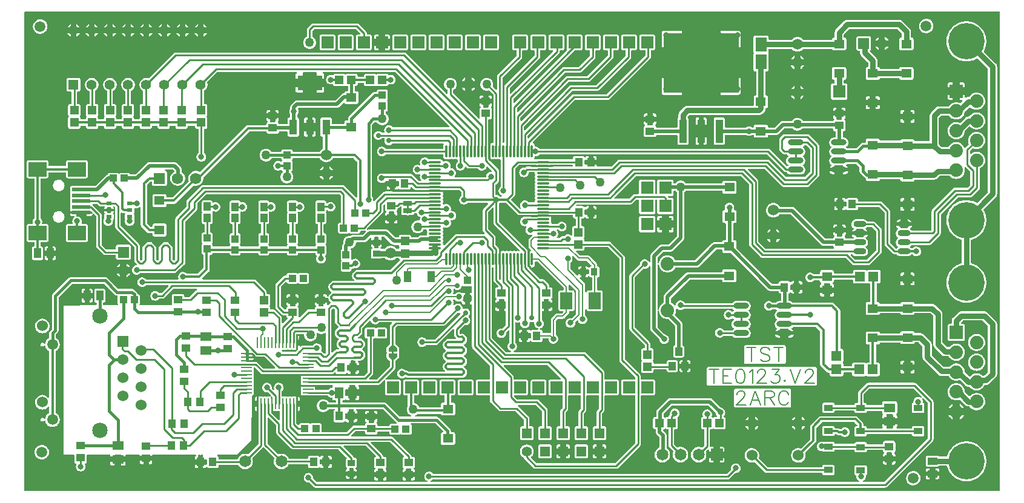
<source format=gtl>
G04 Layer: TopLayer*
G04 EasyEDA v6.5.14, 2022-08-20 18:05:41*
G04 71264d21e31249e380a866b4b6076d16,6126cb6f80e34288b1b51c63ee1abbf7,10*
G04 Gerber Generator version 0.2*
G04 Scale: 100 percent, Rotated: No, Reflected: No *
G04 Dimensions in millimeters *
G04 leading zeros omitted , absolute positions ,4 integer and 5 decimal *
%FSLAX45Y45*%
%MOMM*%

%AMMACRO1*4,1,6,-0.6248,-0.4128,-0.6248,0.0114,-0.2261,0.4128,0.2261,0.4128,0.6248,0.0114,0.6248,-0.4128,-0.6248,-0.4128,0*%
%AMMACRO2*4,1,6,0.6248,0.4128,0.6248,-0.0114,0.2134,-0.4128,-0.2388,-0.4128,-0.6248,-0.0114,-0.6248,0.4128,0.6248,0.4128,0*%
%AMMACRO3*21,1,$1,$2,0,0,$3*%
%ADD10C,0.2032*%
%ADD11C,0.2540*%
%ADD12C,0.3048*%
%ADD13C,0.7620*%
%ADD14C,0.3810*%
%ADD15C,0.5080*%
%ADD16C,0.3800*%
%ADD17C,0.2500*%
%ADD18C,0.5000*%
%ADD19C,0.7500*%
%ADD20C,1.2700*%
%ADD21R,1.6000X1.3000*%
%ADD22C,1.5748*%
%ADD23R,1.2700X0.7620*%
%ADD24MACRO1*%
%ADD25MACRO2*%
%ADD26R,1.7000X2.4000*%
%ADD27MACRO3,1.524X1.0008X90.0000*%
%ADD28MACRO3,1.524X0.9982X90.0000*%
%ADD29R,1.0998X1.1989*%
%ADD30R,1.1989X1.0998*%
%ADD31R,1.0668X0.9799*%
%ADD32O,0.27999944X1.79999894*%
%ADD33O,1.79999894X0.27999944*%
%ADD34R,1.1989X1.2192*%
%ADD35R,1.2192X0.9093*%
%ADD36MACRO3,0.9296X0.9804X0.0000*%
%ADD37R,0.9799X0.9299*%
%ADD38R,0.9799X1.0668*%
%ADD39O,1.7999964X0.8128000000000001*%
%ADD40O,2.1999956000000003X0.8128000000000001*%
%ADD41R,0.9799X1.2192*%
%ADD42R,1.4707X1.2700*%
%ADD43R,1.3995X1.3005*%
%ADD44R,1.3995X1.4224*%
%ADD45R,1.3970X1.0160*%
%ADD46R,1.4224X1.3995*%
%ADD47R,1.0160X1.3970*%
%ADD48R,0.8001X0.5105*%
%ADD49R,2.6000X0.5000*%
%ADD50R,2.5000X2.0000*%
%ADD51R,1.0414X1.0414*%
%ADD52MACRO3,0.9296X0.9804X90.0000*%
%ADD53R,1.3005X1.6002*%
%ADD54R,1.6002X1.3005*%
%ADD55R,1.0541X3.3147*%
%ADD56R,10.5029X8.4201*%
%ADD57R,1.0922X2.1590*%
%ADD58R,3.5052X2.1590*%
%ADD59C,1.5000*%
%ADD60R,1.2192X1.1989*%
%ADD61R,1.0160X1.1430*%
%ADD62C,0.0254*%
%ADD63R,1.5011X0.2540*%
%ADD64R,0.2540X1.5011*%
%ADD65R,1.1000X1.1000*%
%ADD66R,1.5748X1.5748*%
%ADD67C,1.5240*%
%ADD68C,1.6510*%
%ADD69C,1.4986*%
%ADD70R,1.4986X1.4986*%
%ADD71R,1.6510X1.6510*%
%ADD72R,1.3970X1.3970*%
%ADD73C,1.3970*%
%ADD74C,1.8796*%
%ADD75C,1.3995*%
%ADD76R,1.3995X1.3995*%
%ADD77R,1.5240X1.5240*%
%ADD78C,1.5200*%
%ADD79C,2.1590*%
%ADD80R,1.8796X1.8796*%
%ADD81C,5.0800*%
%ADD82R,1.6764X1.6764*%
%ADD83R,1.7780X1.7780*%
%ADD84C,0.8200*%
%ADD85C,0.7200*%
%ADD86C,0.0193*%

%LPD*%
G36*
X7541768Y-3386074D02*
G01*
X7531506Y-3384905D01*
X7527442Y-3383584D01*
X7524292Y-3380790D01*
X7522565Y-3376879D01*
X7522565Y-3372662D01*
X7524292Y-3368751D01*
X7527442Y-3365957D01*
X7531506Y-3364636D01*
X7542428Y-3363264D01*
X7864094Y-3363264D01*
X7868005Y-3364026D01*
X7871256Y-3366262D01*
X7873492Y-3369564D01*
X7874253Y-3373424D01*
X7874253Y-3375914D01*
X7873492Y-3379825D01*
X7871256Y-3383076D01*
X7868005Y-3385312D01*
X7864094Y-3386074D01*
G37*

%LPD*%
G36*
X10853267Y-3530092D02*
G01*
X10849406Y-3529329D01*
X10846104Y-3527094D01*
X10619181Y-3300425D01*
X10612983Y-3295345D01*
X10606278Y-3291789D01*
X10599064Y-3289604D01*
X10591038Y-3288792D01*
X8522970Y-3288792D01*
X8515045Y-3289554D01*
X8507780Y-3291738D01*
X8501126Y-3295294D01*
X8494877Y-3300374D01*
X8411718Y-3383127D01*
X8408416Y-3385312D01*
X8404555Y-3386074D01*
X8216138Y-3386074D01*
X8212226Y-3385312D01*
X8208975Y-3383076D01*
X8206740Y-3379825D01*
X8205978Y-3375914D01*
X8205978Y-3361436D01*
X8158937Y-3361436D01*
X8158937Y-3375914D01*
X8158175Y-3379825D01*
X8155940Y-3383076D01*
X8152638Y-3385312D01*
X8148777Y-3386074D01*
X8101380Y-3386074D01*
X8097520Y-3385312D01*
X8094218Y-3383076D01*
X8091982Y-3379825D01*
X8091220Y-3375914D01*
X8091220Y-3361436D01*
X8046212Y-3361436D01*
X8042300Y-3360674D01*
X8039049Y-3358438D01*
X8036814Y-3355187D01*
X8036052Y-3351276D01*
X8036052Y-3298951D01*
X8036814Y-3295040D01*
X8039049Y-3291789D01*
X8042300Y-3289554D01*
X8046212Y-3288792D01*
X8091220Y-3288792D01*
X8091220Y-3239262D01*
X8070646Y-3239262D01*
X8064347Y-3239973D01*
X8058861Y-3241903D01*
X8053984Y-3244951D01*
X8049869Y-3249066D01*
X8048701Y-3250895D01*
X8045907Y-3253841D01*
X8042148Y-3255467D01*
X8038084Y-3255467D01*
X8034324Y-3253841D01*
X8031530Y-3250895D01*
X8030362Y-3249066D01*
X8026247Y-3244951D01*
X8021370Y-3241903D01*
X8015884Y-3239973D01*
X8009585Y-3239262D01*
X7900720Y-3239262D01*
X7894421Y-3239973D01*
X7888935Y-3241903D01*
X7884058Y-3244951D01*
X7879943Y-3249066D01*
X7876895Y-3253943D01*
X7874965Y-3259429D01*
X7874253Y-3265728D01*
X7874253Y-3276295D01*
X7873492Y-3280156D01*
X7871256Y-3283458D01*
X7868005Y-3285693D01*
X7864094Y-3286455D01*
X7542428Y-3286455D01*
X7538669Y-3285744D01*
X7530388Y-3284931D01*
X7379411Y-3284931D01*
X7371130Y-3285744D01*
X7367371Y-3286455D01*
X7339482Y-3286455D01*
X7335774Y-3285744D01*
X7332522Y-3283712D01*
X7330287Y-3280613D01*
X7329373Y-3276955D01*
X7329830Y-3273196D01*
X7331659Y-3269843D01*
X7333081Y-3268065D01*
X7336790Y-3261156D01*
X7339075Y-3253689D01*
X7339279Y-3251149D01*
X7340295Y-3247694D01*
X7342428Y-3244799D01*
X7345476Y-3242818D01*
X7348981Y-3242005D01*
X7358329Y-3241649D01*
X7368844Y-3239465D01*
X7378903Y-3235655D01*
X7388250Y-3230270D01*
X7396581Y-3223463D01*
X7402271Y-3217011D01*
X7405725Y-3214522D01*
X7409891Y-3213608D01*
X10579811Y-3213608D01*
X10583672Y-3214370D01*
X10586974Y-3216554D01*
X10822533Y-3450945D01*
X10828680Y-3455974D01*
X10835386Y-3459530D01*
X10842599Y-3461715D01*
X10850626Y-3462528D01*
X10853216Y-3462528D01*
X10856620Y-3463086D01*
X10859617Y-3464814D01*
X10869117Y-3476040D01*
X10877042Y-3482797D01*
X10885932Y-3488283D01*
X10895584Y-3492246D01*
X10905744Y-3494684D01*
X10916564Y-3495548D01*
X11054435Y-3495548D01*
X11065256Y-3494684D01*
X11075416Y-3492246D01*
X11085068Y-3488283D01*
X11093958Y-3482797D01*
X11101882Y-3476040D01*
X11108690Y-3468115D01*
X11114125Y-3459175D01*
X11118138Y-3449574D01*
X11120577Y-3439414D01*
X11121390Y-3429000D01*
X11120577Y-3418586D01*
X11118138Y-3408426D01*
X11114125Y-3398824D01*
X11108690Y-3389884D01*
X11101882Y-3381959D01*
X11093958Y-3375202D01*
X11092281Y-3374186D01*
X11089284Y-3371342D01*
X11087658Y-3367582D01*
X11087658Y-3363417D01*
X11089284Y-3359658D01*
X11092281Y-3356813D01*
X11093958Y-3355797D01*
X11101882Y-3349040D01*
X11108690Y-3341115D01*
X11114125Y-3332175D01*
X11118138Y-3322574D01*
X11120577Y-3312414D01*
X11121390Y-3302000D01*
X11120577Y-3291586D01*
X11118138Y-3281426D01*
X11114125Y-3271824D01*
X11108690Y-3262884D01*
X11101882Y-3254959D01*
X11093958Y-3248202D01*
X11092281Y-3247186D01*
X11089284Y-3244342D01*
X11087658Y-3240582D01*
X11087658Y-3236417D01*
X11089284Y-3232658D01*
X11092281Y-3229813D01*
X11093958Y-3228797D01*
X11101882Y-3222040D01*
X11108690Y-3214116D01*
X11114125Y-3205175D01*
X11118138Y-3195574D01*
X11120577Y-3185414D01*
X11121390Y-3175000D01*
X11120577Y-3164586D01*
X11118138Y-3154426D01*
X11114125Y-3144824D01*
X11108690Y-3135884D01*
X11101882Y-3127959D01*
X11093958Y-3121202D01*
X11092281Y-3120186D01*
X11089284Y-3117342D01*
X11087658Y-3113582D01*
X11087658Y-3109417D01*
X11089284Y-3105658D01*
X11092281Y-3102813D01*
X11093958Y-3101797D01*
X11101882Y-3095040D01*
X11104727Y-3091738D01*
X11108232Y-3089097D01*
X11112550Y-3088182D01*
X11129721Y-3088386D01*
X11133531Y-3089198D01*
X11136782Y-3091383D01*
X11183467Y-3138220D01*
X11185652Y-3141472D01*
X11186414Y-3145383D01*
X11186414Y-3454552D01*
X11185652Y-3458464D01*
X11183467Y-3461715D01*
X11118240Y-3527094D01*
X11114938Y-3529329D01*
X11111077Y-3530092D01*
G37*

%LPC*%
G36*
X8158937Y-3288792D02*
G01*
X8205978Y-3288792D01*
X8205978Y-3265728D01*
X8205266Y-3259429D01*
X8203336Y-3253943D01*
X8200288Y-3249066D01*
X8196173Y-3244951D01*
X8191296Y-3241903D01*
X8185810Y-3239973D01*
X8179511Y-3239262D01*
X8158937Y-3239262D01*
G37*

%LPD*%
G36*
X6853936Y-3805224D02*
G01*
X6849821Y-3804361D01*
X6846417Y-3801922D01*
X6838086Y-3795115D01*
X6828739Y-3789730D01*
X6818680Y-3785920D01*
X6808165Y-3783736D01*
X6799478Y-3783380D01*
X6795719Y-3782517D01*
X6792569Y-3780282D01*
X6790486Y-3777030D01*
X6789724Y-3773220D01*
X6789724Y-3643934D01*
X6790486Y-3640023D01*
X6792722Y-3636772D01*
X6826910Y-3602583D01*
X6831990Y-3596386D01*
X6835546Y-3589731D01*
X6837730Y-3582517D01*
X6838492Y-3574542D01*
X6838492Y-3450590D01*
X6837730Y-3442614D01*
X6835546Y-3435400D01*
X6831990Y-3428746D01*
X6826910Y-3422548D01*
X6705600Y-3301288D01*
X6703364Y-3297834D01*
X6702806Y-3294583D01*
X6699300Y-3293872D01*
X6695998Y-3291687D01*
X6691375Y-3287014D01*
X6689140Y-3283762D01*
X6688378Y-3279851D01*
X6688378Y-3257448D01*
X6689090Y-3253689D01*
X6689902Y-3245205D01*
X6691172Y-3241192D01*
X6694017Y-3238042D01*
X6697878Y-3236264D01*
X6702145Y-3236264D01*
X6706006Y-3238042D01*
X6708851Y-3241192D01*
X6710121Y-3245205D01*
X6710934Y-3253689D01*
X6712915Y-3260191D01*
X6713372Y-3263138D01*
X6713372Y-3283305D01*
X6715252Y-3282746D01*
X6720230Y-3280105D01*
X6723380Y-3279038D01*
X6726681Y-3279038D01*
X6729831Y-3280105D01*
X6734809Y-3282746D01*
X6742277Y-3285032D01*
X6750050Y-3285794D01*
X6757822Y-3285032D01*
X6765290Y-3282746D01*
X6770268Y-3280105D01*
X6773418Y-3279038D01*
X6776720Y-3279038D01*
X6779869Y-3280105D01*
X6784848Y-3282746D01*
X6792315Y-3285032D01*
X6800088Y-3285794D01*
X6807860Y-3285032D01*
X6815328Y-3282746D01*
X6820306Y-3280105D01*
X6823456Y-3279038D01*
X6826758Y-3279038D01*
X6829907Y-3280105D01*
X6834886Y-3282746D01*
X6842353Y-3285032D01*
X6854545Y-3286201D01*
X6858152Y-3288334D01*
X6860641Y-3291738D01*
X6861505Y-3295853D01*
X6861505Y-3665067D01*
X6860692Y-3669080D01*
X6858355Y-3672433D01*
X6849821Y-3680561D01*
X6843369Y-3689146D01*
X6838391Y-3698697D01*
X6834987Y-3708908D01*
X6833260Y-3719525D01*
X6833260Y-3730294D01*
X6834987Y-3740912D01*
X6838391Y-3751122D01*
X6843369Y-3760673D01*
X6849872Y-3769258D01*
X6857593Y-3776726D01*
X6866483Y-3782822D01*
X6872935Y-3785870D01*
X6876034Y-3788206D01*
X6878066Y-3791508D01*
X6878726Y-3795369D01*
X6877862Y-3799128D01*
X6875627Y-3802329D01*
X6872376Y-3804462D01*
X6868566Y-3805224D01*
G37*

%LPD*%
G36*
X7135012Y-3976370D02*
G01*
X7130948Y-3975658D01*
X7127544Y-3973423D01*
X7011466Y-3857294D01*
X7009231Y-3854043D01*
X7008469Y-3850132D01*
X7009231Y-3846220D01*
X7011466Y-3842969D01*
X7051700Y-3802735D01*
X7056780Y-3796537D01*
X7060336Y-3789883D01*
X7062520Y-3782669D01*
X7063282Y-3774694D01*
X7063282Y-3420160D01*
X7064044Y-3416249D01*
X7066280Y-3412998D01*
X7113016Y-3366262D01*
X7116267Y-3364026D01*
X7120178Y-3363264D01*
X7367371Y-3363264D01*
X7371130Y-3363976D01*
X7378293Y-3364636D01*
X7382357Y-3365957D01*
X7385507Y-3368751D01*
X7387234Y-3372662D01*
X7387234Y-3376879D01*
X7385507Y-3380790D01*
X7382357Y-3383584D01*
X7378293Y-3384905D01*
X7367371Y-3386277D01*
X7231125Y-3386277D01*
X7223150Y-3387039D01*
X7215936Y-3389223D01*
X7209332Y-3392779D01*
X7202525Y-3398367D01*
X7199325Y-3400145D01*
X7195667Y-3400704D01*
X7185507Y-3400298D01*
X7174839Y-3401568D01*
X7164476Y-3404565D01*
X7154773Y-3409187D01*
X7145883Y-3415284D01*
X7138162Y-3422751D01*
X7131659Y-3431336D01*
X7126681Y-3440887D01*
X7123277Y-3451098D01*
X7121550Y-3461715D01*
X7121550Y-3472484D01*
X7123277Y-3483101D01*
X7126681Y-3493312D01*
X7131659Y-3502863D01*
X7138162Y-3511448D01*
X7145883Y-3518915D01*
X7154773Y-3525012D01*
X7164476Y-3529634D01*
X7174839Y-3532632D01*
X7185507Y-3533901D01*
X7196277Y-3533495D01*
X7206792Y-3531311D01*
X7216851Y-3527501D01*
X7226198Y-3522116D01*
X7234529Y-3515309D01*
X7241641Y-3507282D01*
X7247432Y-3498189D01*
X7251649Y-3488283D01*
X7254189Y-3477818D01*
X7254646Y-3472434D01*
X7255662Y-3468827D01*
X7257897Y-3465779D01*
X7261098Y-3463798D01*
X7264755Y-3463086D01*
X7328966Y-3463086D01*
X7333081Y-3463950D01*
X7336485Y-3466439D01*
X7338618Y-3470046D01*
X7339787Y-3482492D01*
X7342073Y-3489960D01*
X7344714Y-3494938D01*
X7345781Y-3498087D01*
X7345781Y-3501390D01*
X7344714Y-3504539D01*
X7342073Y-3509518D01*
X7339787Y-3516985D01*
X7339025Y-3524758D01*
X7339787Y-3532530D01*
X7342073Y-3539998D01*
X7344714Y-3544976D01*
X7345781Y-3548126D01*
X7345781Y-3551428D01*
X7344714Y-3554577D01*
X7342073Y-3559556D01*
X7339787Y-3567023D01*
X7339025Y-3574796D01*
X7339787Y-3582568D01*
X7342073Y-3590036D01*
X7344714Y-3595014D01*
X7345781Y-3598164D01*
X7345781Y-3601465D01*
X7344714Y-3604615D01*
X7342073Y-3609594D01*
X7339787Y-3617061D01*
X7339025Y-3624834D01*
X7339787Y-3632606D01*
X7342073Y-3640074D01*
X7344714Y-3645052D01*
X7345781Y-3648201D01*
X7345781Y-3651504D01*
X7344714Y-3654653D01*
X7342073Y-3659632D01*
X7339787Y-3667099D01*
X7339025Y-3674872D01*
X7339787Y-3682644D01*
X7342073Y-3690112D01*
X7344714Y-3695090D01*
X7345781Y-3698240D01*
X7345781Y-3701542D01*
X7344714Y-3704691D01*
X7342073Y-3709670D01*
X7339787Y-3717137D01*
X7339025Y-3724910D01*
X7339787Y-3732682D01*
X7342073Y-3740150D01*
X7344664Y-3745026D01*
X7345730Y-3748125D01*
X7345730Y-3751478D01*
X7344664Y-3754577D01*
X7342073Y-3759454D01*
X7339787Y-3766921D01*
X7339025Y-3774694D01*
X7339787Y-3782466D01*
X7342073Y-3789934D01*
X7344714Y-3794912D01*
X7345781Y-3798062D01*
X7345781Y-3801364D01*
X7344714Y-3804513D01*
X7342073Y-3809492D01*
X7339787Y-3816959D01*
X7339025Y-3824732D01*
X7339787Y-3832504D01*
X7342073Y-3839972D01*
X7344714Y-3844950D01*
X7345781Y-3848100D01*
X7345781Y-3851401D01*
X7344714Y-3854551D01*
X7342073Y-3859529D01*
X7339787Y-3866997D01*
X7338618Y-3879494D01*
X7336485Y-3883101D01*
X7333081Y-3885590D01*
X7328966Y-3886454D01*
X7259320Y-3886454D01*
X7255154Y-3885539D01*
X7251700Y-3883050D01*
X7246213Y-3876852D01*
X7237882Y-3870045D01*
X7228535Y-3864660D01*
X7218476Y-3860850D01*
X7207961Y-3858666D01*
X7197191Y-3858260D01*
X7186523Y-3859529D01*
X7176160Y-3862527D01*
X7166457Y-3867150D01*
X7157567Y-3873246D01*
X7149846Y-3880713D01*
X7143343Y-3889298D01*
X7138365Y-3898849D01*
X7134961Y-3909060D01*
X7133234Y-3919677D01*
X7133234Y-3930446D01*
X7134961Y-3941064D01*
X7138365Y-3951274D01*
X7143750Y-3961536D01*
X7144867Y-3965448D01*
X7144359Y-3969512D01*
X7142276Y-3973017D01*
X7138974Y-3975455D01*
G37*

%LPD*%
G36*
X5621020Y-4379112D02*
G01*
X5617362Y-4378452D01*
X5614212Y-4376521D01*
X5611977Y-4373626D01*
X5610910Y-4370120D01*
X5610148Y-4363415D01*
X5608218Y-4357979D01*
X5605170Y-4353052D01*
X5601055Y-4348988D01*
X5596178Y-4345889D01*
X5590692Y-4344009D01*
X5584393Y-4343298D01*
X5465622Y-4343298D01*
X5459323Y-4344009D01*
X5453837Y-4345889D01*
X5448960Y-4348988D01*
X5444845Y-4353052D01*
X5441797Y-4357979D01*
X5439867Y-4363415D01*
X5439156Y-4369816D01*
X5438089Y-4373321D01*
X5435803Y-4376267D01*
X5432653Y-4378147D01*
X5429046Y-4378858D01*
X5395417Y-4378858D01*
X5391505Y-4378045D01*
X5388203Y-4375861D01*
X5294223Y-4281881D01*
X5290769Y-4278680D01*
X5287213Y-4275988D01*
X5283454Y-4273550D01*
X5279491Y-4271518D01*
X5275326Y-4269790D01*
X5271058Y-4268470D01*
X5266690Y-4267504D01*
X5262270Y-4266895D01*
X5257596Y-4266692D01*
X5029403Y-4266692D01*
X5024729Y-4266895D01*
X5020310Y-4267504D01*
X5015941Y-4268470D01*
X5011674Y-4269790D01*
X5007508Y-4271518D01*
X5004257Y-4273194D01*
X5000345Y-4274312D01*
X4996281Y-4273804D01*
X4992776Y-4271721D01*
X4990338Y-4268419D01*
X4989423Y-4264456D01*
X4990134Y-4260392D01*
X4992420Y-4256989D01*
X5208524Y-4040835D01*
X5213654Y-4034637D01*
X5217210Y-4027932D01*
X5219395Y-4020718D01*
X5220208Y-4012692D01*
X5220208Y-3931818D01*
X5220970Y-3927906D01*
X5223205Y-3924604D01*
X5230825Y-3916984D01*
X5234076Y-3914800D01*
X5237988Y-3914038D01*
X5241899Y-3914800D01*
X5245150Y-3916984D01*
X5247386Y-3920286D01*
X5248148Y-3924198D01*
X5248148Y-3986479D01*
X5248859Y-3992778D01*
X5250789Y-3998264D01*
X5253837Y-4003141D01*
X5257952Y-4007256D01*
X5259781Y-4008424D01*
X5262727Y-4011218D01*
X5264353Y-4014978D01*
X5264353Y-4019042D01*
X5262727Y-4022801D01*
X5259781Y-4025595D01*
X5257952Y-4026763D01*
X5253837Y-4030878D01*
X5250789Y-4035755D01*
X5248859Y-4041241D01*
X5248148Y-4047540D01*
X5248148Y-4068114D01*
X5297678Y-4068114D01*
X5297678Y-4023106D01*
X5298440Y-4019194D01*
X5300675Y-4015943D01*
X5303926Y-4013708D01*
X5307838Y-4012946D01*
X5360162Y-4012946D01*
X5364073Y-4013708D01*
X5367324Y-4015943D01*
X5369560Y-4019194D01*
X5370322Y-4023106D01*
X5370322Y-4068114D01*
X5419852Y-4068114D01*
X5419852Y-4047540D01*
X5419140Y-4041241D01*
X5417210Y-4035755D01*
X5414162Y-4030878D01*
X5410047Y-4026763D01*
X5408218Y-4025595D01*
X5405272Y-4022801D01*
X5403646Y-4019042D01*
X5403646Y-4014978D01*
X5405272Y-4011218D01*
X5408218Y-4008424D01*
X5410047Y-4007256D01*
X5414162Y-4003141D01*
X5417210Y-3998264D01*
X5419140Y-3992778D01*
X5419852Y-3986479D01*
X5419852Y-3978351D01*
X5420766Y-3974134D01*
X5423306Y-3970731D01*
X5427065Y-3968597D01*
X5429758Y-3967784D01*
X5436463Y-3964228D01*
X5442661Y-3959098D01*
X5457901Y-3943908D01*
X5461101Y-3941724D01*
X5464911Y-3940911D01*
X5468772Y-3941622D01*
X5472023Y-3943654D01*
X5474309Y-3946804D01*
X5475224Y-3950614D01*
X5474665Y-3954424D01*
X5473903Y-3956659D01*
X5473192Y-3962958D01*
X5473192Y-4038041D01*
X5473903Y-4044340D01*
X5475833Y-4049826D01*
X5478881Y-4054703D01*
X5482996Y-4058818D01*
X5487873Y-4061866D01*
X5493359Y-4063796D01*
X5499658Y-4064508D01*
X5542534Y-4064508D01*
X5545378Y-4064914D01*
X5549239Y-4066032D01*
X5559907Y-4067301D01*
X5570677Y-4066895D01*
X5581294Y-4064711D01*
X5583326Y-4064508D01*
X5625541Y-4064508D01*
X5631840Y-4063796D01*
X5637326Y-4061866D01*
X5642203Y-4058818D01*
X5646318Y-4054703D01*
X5649366Y-4049826D01*
X5650992Y-4045254D01*
X5652871Y-4041952D01*
X5655919Y-4039615D01*
X5659577Y-4038498D01*
X5661558Y-4038295D01*
X5668822Y-4036110D01*
X5673242Y-4033774D01*
X5676900Y-4032605D01*
X5680710Y-4032910D01*
X5684164Y-4034637D01*
X5686704Y-4037482D01*
X5691581Y-4052112D01*
X5696559Y-4061663D01*
X5703062Y-4070248D01*
X5710783Y-4077715D01*
X5719673Y-4083812D01*
X5734354Y-4090720D01*
X5736894Y-4093870D01*
X5738012Y-4097782D01*
X5737555Y-4101795D01*
X5735167Y-4108958D01*
X5733440Y-4119575D01*
X5733338Y-4134358D01*
X5731713Y-4137914D01*
X5728868Y-4140657D01*
X5725210Y-4142079D01*
X5721248Y-4141978D01*
X5715000Y-4140606D01*
X5702300Y-4139742D01*
X5689600Y-4140606D01*
X5677103Y-4143349D01*
X5665165Y-4147820D01*
X5653989Y-4153915D01*
X5643778Y-4161536D01*
X5634736Y-4170578D01*
X5627116Y-4180789D01*
X5621020Y-4191965D01*
X5616549Y-4203903D01*
X5613806Y-4216400D01*
X5612942Y-4229100D01*
X5613806Y-4241800D01*
X5616549Y-4254296D01*
X5621020Y-4266234D01*
X5627116Y-4277410D01*
X5634736Y-4287621D01*
X5643778Y-4296664D01*
X5653989Y-4304284D01*
X5665165Y-4310380D01*
X5677103Y-4314850D01*
X5689600Y-4317593D01*
X5702300Y-4318457D01*
X5715000Y-4317593D01*
X5727496Y-4314850D01*
X5739434Y-4310380D01*
X5750610Y-4304284D01*
X5760821Y-4296664D01*
X5769864Y-4287621D01*
X5777484Y-4277410D01*
X5782259Y-4268673D01*
X5784545Y-4265879D01*
X5787644Y-4264050D01*
X5791200Y-4263390D01*
X5819190Y-4263390D01*
X5823305Y-4264253D01*
X5826709Y-4266742D01*
X5828842Y-4270349D01*
X5830011Y-4282592D01*
X5832297Y-4290060D01*
X5834938Y-4295038D01*
X5836005Y-4298188D01*
X5836005Y-4301490D01*
X5834938Y-4304639D01*
X5832297Y-4309618D01*
X5830011Y-4317085D01*
X5829249Y-4324858D01*
X5830011Y-4332630D01*
X5831078Y-4336034D01*
X5831484Y-4339793D01*
X5830468Y-4343400D01*
X5828233Y-4346448D01*
X5825032Y-4348429D01*
X5821324Y-4349140D01*
X5750153Y-4349140D01*
X5745480Y-4349343D01*
X5741111Y-4349902D01*
X5736742Y-4350867D01*
X5732526Y-4352188D01*
X5728411Y-4353915D01*
X5724499Y-4355947D01*
X5720740Y-4358335D01*
X5717184Y-4361027D01*
X5713780Y-4364177D01*
X5701842Y-4376115D01*
X5698540Y-4378299D01*
X5694680Y-4379112D01*
G37*

%LPC*%
G36*
X5274614Y-4182872D02*
G01*
X5297678Y-4182872D01*
X5297678Y-4135831D01*
X5248148Y-4135831D01*
X5248148Y-4156405D01*
X5248859Y-4162704D01*
X5250789Y-4168190D01*
X5253837Y-4173067D01*
X5257952Y-4177182D01*
X5262829Y-4180230D01*
X5268315Y-4182160D01*
G37*
G36*
X5370322Y-4182872D02*
G01*
X5393385Y-4182872D01*
X5399684Y-4182160D01*
X5405170Y-4180230D01*
X5410047Y-4177182D01*
X5414162Y-4173067D01*
X5417210Y-4168190D01*
X5419140Y-4162704D01*
X5419852Y-4156405D01*
X5419852Y-4135831D01*
X5370322Y-4135831D01*
G37*

%LPD*%
G36*
X7657338Y-4386326D02*
G01*
X7653528Y-4385614D01*
X7650276Y-4383481D01*
X7648092Y-4380331D01*
X7647178Y-4376572D01*
X7647787Y-4372762D01*
X7649718Y-4369409D01*
X7653375Y-4365294D01*
X7659166Y-4356201D01*
X7663383Y-4346295D01*
X7665923Y-4335830D01*
X7666786Y-4325112D01*
X7665923Y-4314393D01*
X7663383Y-4303928D01*
X7659166Y-4294022D01*
X7653375Y-4284929D01*
X7649108Y-4280103D01*
X7647127Y-4276750D01*
X7646568Y-4272940D01*
X7647431Y-4269181D01*
X7649667Y-4266031D01*
X7652918Y-4263948D01*
X7657490Y-4263186D01*
X7660589Y-4263694D01*
X7663383Y-4265066D01*
X7666481Y-4268368D01*
X7674203Y-4275836D01*
X7683093Y-4281932D01*
X7692796Y-4286554D01*
X7703159Y-4289552D01*
X7713827Y-4290822D01*
X7724597Y-4290415D01*
X7735112Y-4288231D01*
X7745171Y-4284421D01*
X7754518Y-4279036D01*
X7762849Y-4272229D01*
X7769961Y-4264202D01*
X7775752Y-4255109D01*
X7779969Y-4245203D01*
X7782509Y-4234738D01*
X7783372Y-4224020D01*
X7782509Y-4213301D01*
X7779969Y-4202836D01*
X7775752Y-4192930D01*
X7769961Y-4183837D01*
X7762849Y-4175810D01*
X7754518Y-4169003D01*
X7745171Y-4163618D01*
X7735112Y-4159808D01*
X7724597Y-4157624D01*
X7713827Y-4157218D01*
X7703159Y-4158487D01*
X7692796Y-4161485D01*
X7683093Y-4166108D01*
X7674203Y-4172204D01*
X7666481Y-4179671D01*
X7664450Y-4182313D01*
X7662214Y-4184497D01*
X7659420Y-4185920D01*
X7656372Y-4186377D01*
X7580833Y-4186377D01*
X7576718Y-4185513D01*
X7573314Y-4183024D01*
X7571181Y-4179417D01*
X7570012Y-4166971D01*
X7567726Y-4159504D01*
X7565085Y-4154525D01*
X7564018Y-4151376D01*
X7564018Y-4148074D01*
X7565085Y-4144924D01*
X7567726Y-4139946D01*
X7570012Y-4132478D01*
X7570774Y-4124706D01*
X7570012Y-4116933D01*
X7567726Y-4109465D01*
X7565136Y-4104589D01*
X7564069Y-4101490D01*
X7564069Y-4098137D01*
X7565136Y-4095038D01*
X7567726Y-4090162D01*
X7568285Y-4088282D01*
X7548930Y-4088282D01*
X7545984Y-4087825D01*
X7538669Y-4085590D01*
X7531506Y-4084929D01*
X7527442Y-4083608D01*
X7524292Y-4080814D01*
X7522565Y-4076903D01*
X7522565Y-4072686D01*
X7524292Y-4068775D01*
X7527442Y-4065981D01*
X7531506Y-4064660D01*
X7541768Y-4063492D01*
X7864094Y-4063492D01*
X7868005Y-4064254D01*
X7871256Y-4066489D01*
X7873492Y-4069740D01*
X7874253Y-4073651D01*
X7874253Y-4084269D01*
X7874965Y-4090568D01*
X7876895Y-4096054D01*
X7879943Y-4100931D01*
X7884058Y-4105046D01*
X7888935Y-4108094D01*
X7894421Y-4110024D01*
X7901228Y-4110786D01*
X7904784Y-4111853D01*
X7907680Y-4114139D01*
X7909610Y-4117289D01*
X7910271Y-4120896D01*
X7910271Y-4208424D01*
X7909509Y-4212285D01*
X7907274Y-4215587D01*
X7903972Y-4217771D01*
X7900111Y-4218584D01*
X7889290Y-4218584D01*
X7882991Y-4219295D01*
X7877505Y-4221175D01*
X7872628Y-4224274D01*
X7868513Y-4228338D01*
X7865465Y-4233265D01*
X7863535Y-4238701D01*
X7862824Y-4245051D01*
X7862824Y-4343806D01*
X7862112Y-4347514D01*
X7860080Y-4350715D01*
X7857032Y-4353001D01*
X7853324Y-4353915D01*
X7849565Y-4353458D01*
X7846263Y-4351680D01*
X7838084Y-4345025D01*
X7828737Y-4339640D01*
X7818678Y-4335830D01*
X7808163Y-4333646D01*
X7797393Y-4333240D01*
X7786725Y-4334510D01*
X7776362Y-4337507D01*
X7766659Y-4342130D01*
X7757769Y-4348226D01*
X7750048Y-4355693D01*
X7746542Y-4359554D01*
X7743748Y-4360976D01*
X7740650Y-4361434D01*
X7725409Y-4361434D01*
X7717383Y-4362246D01*
X7710170Y-4364431D01*
X7703464Y-4367987D01*
X7697266Y-4373118D01*
X7687005Y-4383328D01*
X7683703Y-4385564D01*
X7679791Y-4386326D01*
G37*

%LPD*%
G36*
X6070600Y-4487468D02*
G01*
X6066586Y-4486452D01*
X6063284Y-4484014D01*
X6061252Y-4480407D01*
X6060846Y-4476292D01*
X6060998Y-4474718D01*
X6060236Y-4466945D01*
X6057950Y-4459478D01*
X6055360Y-4454601D01*
X6054293Y-4451502D01*
X6054293Y-4448149D01*
X6055360Y-4445050D01*
X6057950Y-4440174D01*
X6060236Y-4432706D01*
X6060998Y-4424934D01*
X6060236Y-4417161D01*
X6057950Y-4409694D01*
X6055309Y-4404715D01*
X6054242Y-4401566D01*
X6054242Y-4398264D01*
X6055309Y-4395114D01*
X6057950Y-4390136D01*
X6060236Y-4382668D01*
X6060998Y-4374896D01*
X6060236Y-4367123D01*
X6057950Y-4359656D01*
X6055309Y-4354677D01*
X6054242Y-4351528D01*
X6054242Y-4348226D01*
X6055309Y-4345076D01*
X6057950Y-4340098D01*
X6060236Y-4332630D01*
X6060998Y-4324858D01*
X6060236Y-4317085D01*
X6057950Y-4309618D01*
X6055309Y-4304639D01*
X6054242Y-4301490D01*
X6054242Y-4298188D01*
X6055309Y-4295038D01*
X6057950Y-4290060D01*
X6060236Y-4282592D01*
X6060998Y-4274820D01*
X6060236Y-4267047D01*
X6057950Y-4259580D01*
X6055309Y-4254601D01*
X6054242Y-4251452D01*
X6054242Y-4248150D01*
X6055309Y-4245000D01*
X6058154Y-4239615D01*
X6060592Y-4236618D01*
X6063945Y-4234738D01*
X6067755Y-4234281D01*
X6071514Y-4235246D01*
X6076340Y-4237532D01*
X6086703Y-4240530D01*
X6097371Y-4241800D01*
X6108141Y-4241393D01*
X6118656Y-4239209D01*
X6128715Y-4235399D01*
X6138062Y-4230014D01*
X6146393Y-4223207D01*
X6153505Y-4215180D01*
X6159296Y-4206087D01*
X6163513Y-4196181D01*
X6166053Y-4185716D01*
X6166916Y-4174998D01*
X6166053Y-4164279D01*
X6162090Y-4148683D01*
X6162802Y-4144822D01*
X6164884Y-4141520D01*
X6168085Y-4139234D01*
X6171844Y-4138371D01*
X6180277Y-4138015D01*
X6190792Y-4135831D01*
X6200851Y-4132021D01*
X6210198Y-4126636D01*
X6218529Y-4119829D01*
X6225641Y-4111802D01*
X6231432Y-4102709D01*
X6235649Y-4092803D01*
X6238189Y-4082338D01*
X6239052Y-4071620D01*
X6238189Y-4060901D01*
X6235649Y-4050436D01*
X6231432Y-4040530D01*
X6225641Y-4031437D01*
X6218529Y-4023410D01*
X6210198Y-4016603D01*
X6200851Y-4011218D01*
X6190792Y-4007408D01*
X6180277Y-4005224D01*
X6173927Y-4004970D01*
X6169609Y-4003801D01*
X6166205Y-4000906D01*
X6164376Y-3996842D01*
X6164478Y-3992372D01*
X6166053Y-3985818D01*
X6166916Y-3975100D01*
X6166053Y-3964381D01*
X6163513Y-3953916D01*
X6159296Y-3944010D01*
X6153505Y-3934917D01*
X6146393Y-3926890D01*
X6138062Y-3920083D01*
X6128715Y-3914698D01*
X6118656Y-3910888D01*
X6108141Y-3908704D01*
X6097371Y-3908298D01*
X6086703Y-3909568D01*
X6076340Y-3912565D01*
X6071717Y-3914749D01*
X6068009Y-3915714D01*
X6064148Y-3915257D01*
X6060795Y-3913378D01*
X6058408Y-3910380D01*
X6055309Y-3904589D01*
X6054242Y-3901440D01*
X6054242Y-3898137D01*
X6055309Y-3894988D01*
X6057950Y-3890010D01*
X6060236Y-3882542D01*
X6060998Y-3874770D01*
X6060236Y-3866997D01*
X6057950Y-3859529D01*
X6055309Y-3854551D01*
X6054242Y-3851401D01*
X6054242Y-3848100D01*
X6055309Y-3844950D01*
X6057950Y-3839972D01*
X6060236Y-3832504D01*
X6060998Y-3824732D01*
X6060236Y-3816959D01*
X6057950Y-3809492D01*
X6055309Y-3804513D01*
X6054242Y-3801364D01*
X6054242Y-3798062D01*
X6055309Y-3794912D01*
X6057950Y-3789934D01*
X6060236Y-3782466D01*
X6060998Y-3774694D01*
X6060236Y-3766921D01*
X6057950Y-3759454D01*
X6055360Y-3754577D01*
X6054293Y-3751478D01*
X6054293Y-3748125D01*
X6055360Y-3745026D01*
X6057950Y-3740150D01*
X6058509Y-3738270D01*
X6039154Y-3738270D01*
X6036208Y-3737813D01*
X6028893Y-3735578D01*
X6021730Y-3734917D01*
X6017666Y-3733596D01*
X6014516Y-3730802D01*
X6012789Y-3726891D01*
X6012789Y-3722674D01*
X6014516Y-3718763D01*
X6017666Y-3715969D01*
X6021730Y-3714648D01*
X6032652Y-3713276D01*
X6279845Y-3713276D01*
X6283756Y-3714038D01*
X6287008Y-3716274D01*
X6308598Y-3737864D01*
X6310833Y-3741115D01*
X6311595Y-3745026D01*
X6311595Y-3789883D01*
X6310782Y-3793896D01*
X6308445Y-3797249D01*
X6299657Y-3805580D01*
X6293205Y-3814114D01*
X6288227Y-3823665D01*
X6284823Y-3833876D01*
X6283096Y-3844493D01*
X6283096Y-3855262D01*
X6284823Y-3865879D01*
X6288227Y-3876090D01*
X6293205Y-3885641D01*
X6299708Y-3894226D01*
X6307429Y-3901694D01*
X6316319Y-3907790D01*
X6326022Y-3912412D01*
X6336385Y-3915410D01*
X6347053Y-3916679D01*
X6357823Y-3916273D01*
X6368338Y-3914089D01*
X6378397Y-3910279D01*
X6387693Y-3904945D01*
X6396888Y-3897376D01*
X6399885Y-3895648D01*
X6403340Y-3895090D01*
X6676847Y-3895242D01*
X6680708Y-3896004D01*
X6684009Y-3898239D01*
X6686245Y-3901541D01*
X6687007Y-3905453D01*
X6686194Y-3909314D01*
X6683959Y-3912615D01*
X6623405Y-3972255D01*
X6618224Y-3978452D01*
X6614668Y-3985056D01*
X6612432Y-3992219D01*
X6611569Y-4000500D01*
X6611569Y-4274312D01*
X6612331Y-4282287D01*
X6614515Y-4289501D01*
X6618071Y-4296105D01*
X6623303Y-4302455D01*
X6633768Y-4312818D01*
X6636003Y-4316120D01*
X6636766Y-4319981D01*
X6636003Y-4323892D01*
X6633819Y-4327194D01*
X6630517Y-4329430D01*
X6626606Y-4330192D01*
X6248908Y-4330192D01*
X6240881Y-4331004D01*
X6233668Y-4333189D01*
X6226962Y-4336745D01*
X6220764Y-4341876D01*
X6078118Y-4484471D01*
X6074664Y-4486757D01*
G37*

%LPD*%
G36*
X7247940Y-4612030D02*
G01*
X7244029Y-4610303D01*
X7241235Y-4607153D01*
X7239914Y-4603089D01*
X7238542Y-4592167D01*
X7238542Y-4571746D01*
X7237780Y-4563770D01*
X7236612Y-4559096D01*
X7235596Y-4556556D01*
X7232040Y-4549952D01*
X7226960Y-4543755D01*
X6841490Y-4158030D01*
X6839254Y-4154728D01*
X6838492Y-4150817D01*
X6838492Y-3909669D01*
X6839458Y-3905351D01*
X6842099Y-3901897D01*
X6847382Y-3897426D01*
X6850430Y-3895648D01*
X6853936Y-3895039D01*
X6936333Y-3895039D01*
X6940194Y-3895801D01*
X6943496Y-3898036D01*
X7097166Y-4051706D01*
X7103364Y-4056786D01*
X7110018Y-4060342D01*
X7117232Y-4062526D01*
X7125208Y-4063288D01*
X7367371Y-4063288D01*
X7371130Y-4064000D01*
X7378293Y-4064660D01*
X7382357Y-4065981D01*
X7385507Y-4068775D01*
X7387234Y-4072686D01*
X7387234Y-4076903D01*
X7385507Y-4080814D01*
X7382357Y-4083608D01*
X7378293Y-4084929D01*
X7368031Y-4086098D01*
X7229602Y-4086098D01*
X7221575Y-4086910D01*
X7217206Y-4087876D01*
X7214717Y-4087672D01*
X7208977Y-4086504D01*
X7198207Y-4086098D01*
X7187539Y-4087368D01*
X7177176Y-4090365D01*
X7167473Y-4094987D01*
X7158583Y-4101084D01*
X7150862Y-4108551D01*
X7144359Y-4117136D01*
X7139381Y-4126687D01*
X7135977Y-4136898D01*
X7134250Y-4147515D01*
X7134250Y-4158284D01*
X7135977Y-4168901D01*
X7139381Y-4179112D01*
X7144359Y-4188663D01*
X7150862Y-4197248D01*
X7158583Y-4204716D01*
X7167473Y-4210812D01*
X7177176Y-4215434D01*
X7187539Y-4218432D01*
X7198207Y-4219702D01*
X7208977Y-4219295D01*
X7211822Y-4218686D01*
X7215886Y-4218686D01*
X7219645Y-4220311D01*
X7222439Y-4223207D01*
X7223861Y-4227017D01*
X7223709Y-4231081D01*
X7221981Y-4234738D01*
X7218527Y-4239310D01*
X7213549Y-4248861D01*
X7210145Y-4259072D01*
X7208418Y-4269689D01*
X7208418Y-4280458D01*
X7210145Y-4291076D01*
X7213549Y-4301286D01*
X7218527Y-4310837D01*
X7225030Y-4319422D01*
X7232751Y-4326890D01*
X7241641Y-4332986D01*
X7251344Y-4337608D01*
X7261707Y-4340606D01*
X7272375Y-4341876D01*
X7283145Y-4341469D01*
X7289292Y-4340199D01*
X7293609Y-4340250D01*
X7297470Y-4342079D01*
X7300264Y-4345330D01*
X7301484Y-4349496D01*
X7300823Y-4353712D01*
X7298486Y-4357319D01*
X7262114Y-4393742D01*
X7257034Y-4399991D01*
X7253630Y-4406696D01*
X7251649Y-4414113D01*
X7251192Y-4420006D01*
X7251192Y-4505401D01*
X7252055Y-4513427D01*
X7254341Y-4520590D01*
X7258202Y-4527245D01*
X7262012Y-4531766D01*
X7283145Y-4552848D01*
X7285278Y-4555947D01*
X7286091Y-4559655D01*
X7285532Y-4563364D01*
X7283703Y-4566615D01*
X7279741Y-4569510D01*
X7276592Y-4570577D01*
X7273290Y-4570577D01*
X7270140Y-4569510D01*
X7265162Y-4566869D01*
X7263282Y-4566310D01*
X7263282Y-4586478D01*
X7262825Y-4589424D01*
X7260844Y-4595926D01*
X7260183Y-4603089D01*
X7258862Y-4607153D01*
X7256068Y-4610303D01*
X7252157Y-4612030D01*
G37*

%LPD*%
G36*
X6847890Y-4612030D02*
G01*
X6843979Y-4610303D01*
X6841185Y-4607153D01*
X6839864Y-4603089D01*
X6838492Y-4592167D01*
X6838492Y-4549648D01*
X6837730Y-4541672D01*
X6835546Y-4534458D01*
X6831990Y-4527854D01*
X6826351Y-4521098D01*
X6791553Y-4487570D01*
X6789267Y-4484217D01*
X6788454Y-4480255D01*
X6788454Y-4374388D01*
X6787692Y-4366412D01*
X6785508Y-4359198D01*
X6781952Y-4352594D01*
X6776720Y-4346244D01*
X6691375Y-4261764D01*
X6689140Y-4258462D01*
X6688378Y-4254550D01*
X6688378Y-4020312D01*
X6689191Y-4016400D01*
X6691426Y-4013098D01*
X6744411Y-3960926D01*
X6747713Y-3958742D01*
X6751574Y-3957980D01*
X6755434Y-3958793D01*
X6758736Y-3960977D01*
X6760921Y-3964279D01*
X6761683Y-3968140D01*
X6761683Y-4170426D01*
X6762445Y-4178401D01*
X6764629Y-4185615D01*
X6768185Y-4192219D01*
X6773265Y-4198416D01*
X7124192Y-4549597D01*
X7126579Y-4553356D01*
X7127138Y-4557776D01*
X7125716Y-4561992D01*
X7122668Y-4565243D01*
X7118502Y-4566818D01*
X7114082Y-4566513D01*
X7107834Y-4564583D01*
X7100062Y-4563821D01*
X7092289Y-4564583D01*
X7084822Y-4566869D01*
X7079843Y-4569510D01*
X7076694Y-4570577D01*
X7073392Y-4570577D01*
X7070242Y-4569510D01*
X7065264Y-4566869D01*
X7057796Y-4564583D01*
X7050024Y-4563821D01*
X7042251Y-4564583D01*
X7034784Y-4566869D01*
X7029805Y-4569510D01*
X7026656Y-4570577D01*
X7023353Y-4570577D01*
X7020204Y-4569510D01*
X7015225Y-4566869D01*
X7007758Y-4564583D01*
X6999986Y-4563821D01*
X6992213Y-4564583D01*
X6984746Y-4566869D01*
X6979767Y-4569510D01*
X6976618Y-4570577D01*
X6973316Y-4570577D01*
X6970166Y-4569510D01*
X6965188Y-4566869D01*
X6957720Y-4564583D01*
X6949948Y-4563821D01*
X6942175Y-4564583D01*
X6934708Y-4566869D01*
X6929729Y-4569510D01*
X6926580Y-4570577D01*
X6923278Y-4570577D01*
X6920128Y-4569510D01*
X6915150Y-4566869D01*
X6907682Y-4564583D01*
X6899909Y-4563821D01*
X6892137Y-4564583D01*
X6884670Y-4566869D01*
X6879793Y-4569460D01*
X6876694Y-4570526D01*
X6873341Y-4570526D01*
X6870242Y-4569460D01*
X6865366Y-4566869D01*
X6863486Y-4566310D01*
X6863486Y-4585665D01*
X6863029Y-4588611D01*
X6860794Y-4595926D01*
X6860133Y-4603089D01*
X6858812Y-4607153D01*
X6856018Y-4610303D01*
X6852107Y-4612030D01*
G37*

%LPD*%
G36*
X7253122Y-4794554D02*
G01*
X7249210Y-4793742D01*
X7245908Y-4791557D01*
X7241540Y-4787138D01*
X7239304Y-4783886D01*
X7238542Y-4779975D01*
X7238542Y-4767224D01*
X7239253Y-4763465D01*
X7239914Y-4756302D01*
X7241235Y-4752238D01*
X7244029Y-4749088D01*
X7247940Y-4747361D01*
X7252157Y-4747361D01*
X7256068Y-4749088D01*
X7258862Y-4752238D01*
X7260183Y-4756302D01*
X7260844Y-4763465D01*
X7262825Y-4769967D01*
X7263282Y-4772914D01*
X7263282Y-4784394D01*
X7262520Y-4788255D01*
X7260285Y-4791557D01*
X7256983Y-4793742D01*
G37*

%LPD*%
G36*
X6851142Y-4967630D02*
G01*
X6847230Y-4966868D01*
X6843979Y-4964633D01*
X6841490Y-4962144D01*
X6839254Y-4958892D01*
X6838492Y-4954981D01*
X6838492Y-4767224D01*
X6839203Y-4763465D01*
X6839864Y-4756302D01*
X6841185Y-4752238D01*
X6843979Y-4749088D01*
X6847890Y-4747361D01*
X6852107Y-4747361D01*
X6856018Y-4749088D01*
X6858812Y-4752238D01*
X6860133Y-4756302D01*
X6861302Y-4766564D01*
X6861302Y-4957470D01*
X6860540Y-4961331D01*
X6858304Y-4964633D01*
X6855002Y-4966868D01*
G37*

%LPD*%
G36*
X8055152Y-5144058D02*
G01*
X8051190Y-5143347D01*
X8047786Y-5141214D01*
X8045500Y-5137861D01*
X8044688Y-5133898D01*
X8044688Y-5042408D01*
X8043824Y-5034432D01*
X8041538Y-5027269D01*
X8037677Y-5020614D01*
X8033816Y-5016093D01*
X7968996Y-4951272D01*
X7966811Y-4947970D01*
X7965998Y-4944059D01*
X7966811Y-4940198D01*
X7968996Y-4936896D01*
X7972298Y-4934712D01*
X7976158Y-4933950D01*
X7987639Y-4933950D01*
X7987639Y-4889855D01*
X7944866Y-4889855D01*
X7944866Y-4902606D01*
X7944103Y-4906467D01*
X7941868Y-4909769D01*
X7938566Y-4912004D01*
X7934706Y-4912766D01*
X7930794Y-4912004D01*
X7927492Y-4909769D01*
X7841945Y-4824171D01*
X7839709Y-4820920D01*
X7838948Y-4817008D01*
X7838948Y-4734255D01*
X7839913Y-4729886D01*
X7842707Y-4726381D01*
X7846415Y-4723333D01*
X7853527Y-4715306D01*
X7859318Y-4706213D01*
X7863535Y-4696307D01*
X7866075Y-4685842D01*
X7866938Y-4675124D01*
X7866075Y-4664405D01*
X7863535Y-4653940D01*
X7862773Y-4652162D01*
X7861960Y-4648250D01*
X7862671Y-4644390D01*
X7864906Y-4641037D01*
X7868158Y-4638802D01*
X7872069Y-4638040D01*
X7875981Y-4638802D01*
X7879283Y-4640986D01*
X7929422Y-4691126D01*
X7935671Y-4696206D01*
X7942376Y-4699609D01*
X7949793Y-4701590D01*
X7955686Y-4702048D01*
X8060588Y-4702048D01*
X8064500Y-4702810D01*
X8067751Y-4705045D01*
X8129778Y-4767021D01*
X8131911Y-4770120D01*
X8132724Y-4773828D01*
X8132165Y-4777536D01*
X8130286Y-4780838D01*
X8127339Y-4783175D01*
X8123732Y-4784293D01*
X8118957Y-4784852D01*
X8113471Y-4786731D01*
X8108594Y-4789830D01*
X8104479Y-4793894D01*
X8102803Y-4796536D01*
X8100009Y-4799482D01*
X8096250Y-4801108D01*
X8092186Y-4801108D01*
X8088426Y-4799482D01*
X8085632Y-4796536D01*
X8083956Y-4793894D01*
X8079841Y-4789830D01*
X8074964Y-4786731D01*
X8069478Y-4784852D01*
X8063179Y-4784140D01*
X8046872Y-4784140D01*
X8046872Y-4828184D01*
X8088630Y-4828184D01*
X8092490Y-4828946D01*
X8095792Y-4831130D01*
X8098028Y-4834432D01*
X8098790Y-4838344D01*
X8098790Y-4879695D01*
X8098028Y-4883607D01*
X8095792Y-4886909D01*
X8092490Y-4889093D01*
X8088630Y-4889855D01*
X8046872Y-4889855D01*
X8046872Y-4933950D01*
X8063179Y-4933950D01*
X8069478Y-4933188D01*
X8074964Y-4931308D01*
X8079841Y-4928209D01*
X8083956Y-4924145D01*
X8085632Y-4921504D01*
X8088426Y-4918557D01*
X8092186Y-4916932D01*
X8096250Y-4916932D01*
X8100009Y-4918557D01*
X8102803Y-4921504D01*
X8104479Y-4924145D01*
X8108594Y-4928209D01*
X8113471Y-4931308D01*
X8118957Y-4933188D01*
X8125256Y-4933950D01*
X8130031Y-4933950D01*
X8133943Y-4934712D01*
X8137194Y-4936896D01*
X8139430Y-4940198D01*
X8140192Y-4944110D01*
X8140192Y-5106924D01*
X8139430Y-5110784D01*
X8137194Y-5114086D01*
X8133943Y-5116322D01*
X8130031Y-5117084D01*
X8090204Y-5117084D01*
X8083905Y-5117795D01*
X8078419Y-5119674D01*
X8073542Y-5122773D01*
X8069427Y-5126888D01*
X8066328Y-5131765D01*
X8064449Y-5137251D01*
X8062366Y-5140706D01*
X8059115Y-5143093D01*
G37*

%LPC*%
G36*
X7944866Y-4828184D02*
G01*
X7987639Y-4828184D01*
X7987639Y-4784140D01*
X7971332Y-4784140D01*
X7965033Y-4784852D01*
X7959547Y-4786731D01*
X7954670Y-4789830D01*
X7950555Y-4793894D01*
X7947456Y-4798822D01*
X7945577Y-4804257D01*
X7944866Y-4810607D01*
G37*

%LPD*%
G36*
X7456678Y-5717032D02*
G01*
X7452766Y-5716270D01*
X7449515Y-5714034D01*
X7447280Y-5710783D01*
X7446518Y-5706872D01*
X7446518Y-5693714D01*
X7445806Y-5687415D01*
X7443876Y-5681929D01*
X7440828Y-5677052D01*
X7436713Y-5672937D01*
X7431836Y-5669889D01*
X7426401Y-5667959D01*
X7418730Y-5667197D01*
X7414869Y-5665978D01*
X7411770Y-5663336D01*
X7409942Y-5659678D01*
X7409738Y-5655614D01*
X7411110Y-5651754D01*
X7413904Y-5648807D01*
X7417612Y-5647182D01*
X7427671Y-5643321D01*
X7437018Y-5637936D01*
X7445349Y-5631129D01*
X7452461Y-5623102D01*
X7458252Y-5614009D01*
X7462469Y-5604103D01*
X7465009Y-5593638D01*
X7465872Y-5582920D01*
X7465009Y-5572201D01*
X7462469Y-5561736D01*
X7458252Y-5551830D01*
X7452461Y-5542737D01*
X7445349Y-5534710D01*
X7442098Y-5532018D01*
X7440066Y-5529783D01*
X7438745Y-5527040D01*
X7438339Y-5524042D01*
X7438644Y-5500065D01*
X7438644Y-5416042D01*
X7439406Y-5412130D01*
X7441641Y-5408879D01*
X7444892Y-5406644D01*
X7448803Y-5405882D01*
X7463028Y-5405882D01*
X7463028Y-5358841D01*
X7448803Y-5358841D01*
X7444892Y-5358079D01*
X7441641Y-5355844D01*
X7439406Y-5352542D01*
X7438644Y-5348681D01*
X7438644Y-5301284D01*
X7439406Y-5297424D01*
X7441641Y-5294122D01*
X7444892Y-5291886D01*
X7448803Y-5291124D01*
X7463028Y-5291124D01*
X7463028Y-5246116D01*
X7463790Y-5242204D01*
X7466025Y-5238953D01*
X7469276Y-5236718D01*
X7473188Y-5235956D01*
X7525512Y-5235956D01*
X7529423Y-5236718D01*
X7532674Y-5238953D01*
X7534909Y-5242204D01*
X7535672Y-5246116D01*
X7535672Y-5291124D01*
X7585202Y-5291124D01*
X7585202Y-5270550D01*
X7584490Y-5264251D01*
X7582560Y-5258765D01*
X7579512Y-5253888D01*
X7575397Y-5249773D01*
X7573568Y-5248605D01*
X7570622Y-5245811D01*
X7568996Y-5242052D01*
X7568996Y-5237988D01*
X7570622Y-5234228D01*
X7573568Y-5231434D01*
X7575397Y-5230266D01*
X7579512Y-5226151D01*
X7582560Y-5221274D01*
X7584490Y-5215788D01*
X7585202Y-5209489D01*
X7585202Y-5100624D01*
X7584490Y-5094325D01*
X7582560Y-5088839D01*
X7579512Y-5083962D01*
X7575397Y-5079847D01*
X7570520Y-5076799D01*
X7565034Y-5074869D01*
X7558735Y-5074158D01*
X7548676Y-5074158D01*
X7544816Y-5073396D01*
X7541514Y-5071160D01*
X7539278Y-5067909D01*
X7538516Y-5063998D01*
X7538516Y-5050536D01*
X7537754Y-5042560D01*
X7535570Y-5035346D01*
X7532014Y-5028692D01*
X7526934Y-5022494D01*
X7477607Y-4973167D01*
X7471409Y-4968087D01*
X7464755Y-4964531D01*
X7457541Y-4962347D01*
X7449566Y-4961585D01*
X7420152Y-4961585D01*
X7416241Y-4960823D01*
X7412990Y-4958588D01*
X7262926Y-4808575D01*
X7260793Y-4805476D01*
X7259980Y-4801768D01*
X7260539Y-4798060D01*
X7262418Y-4794808D01*
X7265314Y-4792421D01*
X7270140Y-4789881D01*
X7273290Y-4788814D01*
X7276592Y-4788814D01*
X7279741Y-4789881D01*
X7284720Y-4792522D01*
X7292187Y-4794808D01*
X7299959Y-4795570D01*
X7307732Y-4794808D01*
X7315200Y-4792522D01*
X7322108Y-4788814D01*
X7328153Y-4783886D01*
X7333081Y-4777841D01*
X7336790Y-4770932D01*
X7339075Y-4763465D01*
X7339888Y-4755184D01*
X7339888Y-4725924D01*
X7340650Y-4722012D01*
X7342835Y-4718761D01*
X7346137Y-4716526D01*
X7350048Y-4715764D01*
X7373264Y-4715764D01*
X7377175Y-4716526D01*
X7380427Y-4718761D01*
X7740954Y-5079288D01*
X7743190Y-5082540D01*
X7743952Y-5086451D01*
X7743952Y-5106822D01*
X7743190Y-5110683D01*
X7740954Y-5113985D01*
X7737703Y-5116220D01*
X7733792Y-5116982D01*
X7698130Y-5116982D01*
X7691831Y-5117693D01*
X7686344Y-5119573D01*
X7681468Y-5122672D01*
X7677353Y-5126786D01*
X7674254Y-5131663D01*
X7672374Y-5137150D01*
X7671663Y-5143449D01*
X7671663Y-5382310D01*
X7672374Y-5388610D01*
X7674254Y-5394096D01*
X7677353Y-5398973D01*
X7681468Y-5403088D01*
X7686344Y-5406186D01*
X7691831Y-5408066D01*
X7698130Y-5408777D01*
X7726222Y-5408777D01*
X7730083Y-5409539D01*
X7733385Y-5411774D01*
X7735620Y-5415076D01*
X7736382Y-5418937D01*
X7735620Y-5422849D01*
X7733385Y-5426151D01*
X7719771Y-5439714D01*
X7716520Y-5441950D01*
X7712608Y-5442712D01*
X7653528Y-5442712D01*
X7645552Y-5443575D01*
X7638389Y-5445861D01*
X7631734Y-5449722D01*
X7627213Y-5453583D01*
X7574534Y-5506262D01*
X7569453Y-5512511D01*
X7566050Y-5519216D01*
X7564069Y-5526633D01*
X7563612Y-5532526D01*
X7563612Y-5706872D01*
X7562850Y-5710783D01*
X7560614Y-5714034D01*
X7557363Y-5716270D01*
X7553452Y-5717032D01*
G37*

%LPC*%
G36*
X7535672Y-5405882D02*
G01*
X7558735Y-5405882D01*
X7565034Y-5405170D01*
X7570520Y-5403240D01*
X7575397Y-5400192D01*
X7579512Y-5396077D01*
X7582560Y-5391200D01*
X7584490Y-5385714D01*
X7585202Y-5379415D01*
X7585202Y-5358841D01*
X7535672Y-5358841D01*
G37*

%LPD*%
G36*
X6941667Y-5981192D02*
G01*
X6937806Y-5980430D01*
X6934504Y-5978245D01*
X6741617Y-5785764D01*
X6739381Y-5782462D01*
X6738620Y-5778601D01*
X6738620Y-4805629D01*
X6739381Y-4801768D01*
X6741566Y-4798466D01*
X6744817Y-4796282D01*
X6748729Y-4795469D01*
X6751472Y-4795469D01*
X6755333Y-4796231D01*
X6758686Y-4798415D01*
X6760921Y-4801717D01*
X6761683Y-4805629D01*
X6761683Y-4974590D01*
X6762445Y-4982565D01*
X6764629Y-4989779D01*
X6768185Y-4996434D01*
X6773265Y-5002631D01*
X6827723Y-5057089D01*
X6829958Y-5060340D01*
X6830720Y-5064252D01*
X6829958Y-5068163D01*
X6827723Y-5071414D01*
X6824421Y-5073650D01*
X6820560Y-5074412D01*
X6815632Y-5074412D01*
X6809333Y-5075123D01*
X6803847Y-5077053D01*
X6798970Y-5080101D01*
X6794855Y-5084216D01*
X6791807Y-5089093D01*
X6789877Y-5094579D01*
X6789166Y-5100878D01*
X6789166Y-5209743D01*
X6789877Y-5216042D01*
X6791807Y-5221528D01*
X6794855Y-5226405D01*
X6798970Y-5230520D01*
X6800799Y-5231688D01*
X6803745Y-5234482D01*
X6805371Y-5238242D01*
X6805371Y-5242306D01*
X6803745Y-5246065D01*
X6800799Y-5248859D01*
X6798970Y-5250027D01*
X6794855Y-5254142D01*
X6791807Y-5259019D01*
X6789877Y-5264505D01*
X6789166Y-5270804D01*
X6789166Y-5291378D01*
X6838696Y-5291378D01*
X6838696Y-5246370D01*
X6839458Y-5242458D01*
X6841693Y-5239207D01*
X6844944Y-5236972D01*
X6848856Y-5236210D01*
X6901180Y-5236210D01*
X6905091Y-5236972D01*
X6908342Y-5239207D01*
X6910578Y-5242458D01*
X6911340Y-5246370D01*
X6911340Y-5291378D01*
X6923531Y-5291378D01*
X6927443Y-5292140D01*
X6930694Y-5294376D01*
X6932930Y-5297678D01*
X6933692Y-5301538D01*
X6933692Y-5348935D01*
X6932930Y-5352796D01*
X6930694Y-5356098D01*
X6927443Y-5358333D01*
X6923531Y-5359095D01*
X6911340Y-5359095D01*
X6911340Y-5406136D01*
X6923531Y-5406136D01*
X6927443Y-5406898D01*
X6930694Y-5409133D01*
X6932930Y-5412384D01*
X6933692Y-5416296D01*
X6933692Y-5600801D01*
X6932930Y-5604713D01*
X6930694Y-5608015D01*
X6889953Y-5648756D01*
X6887209Y-5650738D01*
X6884060Y-5651652D01*
X6878777Y-5651144D01*
X6868007Y-5650738D01*
X6857339Y-5652008D01*
X6846976Y-5655005D01*
X6837273Y-5659628D01*
X6828383Y-5665724D01*
X6820662Y-5673191D01*
X6814159Y-5681776D01*
X6809181Y-5691327D01*
X6805777Y-5701538D01*
X6804050Y-5712155D01*
X6804050Y-5722924D01*
X6805777Y-5733542D01*
X6809181Y-5743752D01*
X6814159Y-5753303D01*
X6820662Y-5761888D01*
X6828383Y-5769356D01*
X6837273Y-5775452D01*
X6846976Y-5780074D01*
X6857339Y-5783072D01*
X6868007Y-5784342D01*
X6878777Y-5783935D01*
X6889292Y-5781751D01*
X6899351Y-5777941D01*
X6908698Y-5772556D01*
X6917029Y-5765749D01*
X6924141Y-5757722D01*
X6929932Y-5748629D01*
X6934149Y-5738723D01*
X6936689Y-5728258D01*
X6937552Y-5717540D01*
X6937400Y-5715558D01*
X6938009Y-5711240D01*
X6940346Y-5707583D01*
X6968947Y-5678982D01*
X6972198Y-5676798D01*
X6976109Y-5676036D01*
X6980021Y-5676798D01*
X6983272Y-5678982D01*
X6985508Y-5682284D01*
X6986270Y-5686196D01*
X6986270Y-5840222D01*
X6985457Y-5844235D01*
X6983171Y-5847588D01*
X6974840Y-5855563D01*
X6968337Y-5864148D01*
X6963359Y-5873699D01*
X6959955Y-5883910D01*
X6958228Y-5894527D01*
X6958228Y-5905296D01*
X6959955Y-5915914D01*
X6963359Y-5926124D01*
X6968337Y-5935675D01*
X6974840Y-5944260D01*
X6982561Y-5951728D01*
X6991451Y-5957824D01*
X6999935Y-5961837D01*
X7003034Y-5964174D01*
X7005066Y-5967476D01*
X7005726Y-5971336D01*
X7004862Y-5975146D01*
X7002627Y-5978296D01*
X6999376Y-5980430D01*
X6995566Y-5981192D01*
G37*

%LPC*%
G36*
X6815632Y-5406136D02*
G01*
X6838696Y-5406136D01*
X6838696Y-5359095D01*
X6789166Y-5359095D01*
X6789166Y-5379669D01*
X6789877Y-5385968D01*
X6791807Y-5391454D01*
X6794855Y-5396331D01*
X6798970Y-5400446D01*
X6803847Y-5403494D01*
X6809333Y-5405424D01*
G37*

%LPD*%
G36*
X4506468Y-5988405D02*
G01*
X4502556Y-5987643D01*
X4499305Y-5985459D01*
X4497070Y-5982157D01*
X4496308Y-5978245D01*
X4496308Y-5392318D01*
X4497070Y-5388406D01*
X4499305Y-5385104D01*
X4508804Y-5375605D01*
X4512106Y-5373370D01*
X4516018Y-5372608D01*
X4526381Y-5372608D01*
X4530293Y-5373370D01*
X4533595Y-5375605D01*
X4543094Y-5385104D01*
X4545330Y-5388406D01*
X4546092Y-5392318D01*
X4546092Y-5562092D01*
X4546904Y-5570118D01*
X4549089Y-5577332D01*
X4552645Y-5584037D01*
X4557776Y-5590235D01*
X4592523Y-5625033D01*
X4594656Y-5628132D01*
X4595520Y-5631840D01*
X4594961Y-5635548D01*
X4593082Y-5638850D01*
X4590135Y-5641187D01*
X4587290Y-5642711D01*
X4580636Y-5648147D01*
X4555947Y-5672836D01*
X4550511Y-5679490D01*
X4546752Y-5686552D01*
X4544415Y-5694273D01*
X4543552Y-5702808D01*
X4543552Y-5727192D01*
X4544415Y-5735726D01*
X4546752Y-5743448D01*
X4550511Y-5750509D01*
X4555947Y-5757164D01*
X4580636Y-5781852D01*
X4587290Y-5787288D01*
X4598060Y-5793079D01*
X4600600Y-5796381D01*
X4601616Y-5800394D01*
X4600905Y-5804509D01*
X4598619Y-5807964D01*
X4581347Y-5825236D01*
X4575911Y-5831890D01*
X4572152Y-5838952D01*
X4569815Y-5846673D01*
X4568952Y-5855208D01*
X4568952Y-5879592D01*
X4569815Y-5888126D01*
X4572152Y-5895848D01*
X4575911Y-5902909D01*
X4581347Y-5909564D01*
X4597552Y-5925769D01*
X4599736Y-5929020D01*
X4600549Y-5932932D01*
X4599736Y-5936843D01*
X4597552Y-5940094D01*
X4594250Y-5942330D01*
X4590389Y-5943092D01*
X4572508Y-5943092D01*
X4564481Y-5943904D01*
X4557268Y-5946089D01*
X4550562Y-5949645D01*
X4544364Y-5954776D01*
X4513630Y-5985459D01*
X4510379Y-5987643D01*
G37*

%LPD*%
G36*
X4400550Y-6005423D02*
G01*
X4396638Y-6004661D01*
X4393387Y-6002477D01*
X4365701Y-5974842D01*
X4359503Y-5969711D01*
X4357014Y-5968390D01*
X4354068Y-5966053D01*
X4352188Y-5962802D01*
X4351629Y-5959094D01*
X4352442Y-5955436D01*
X4356049Y-5947003D01*
X4358589Y-5936538D01*
X4359452Y-5925820D01*
X4358589Y-5915101D01*
X4356049Y-5904636D01*
X4351832Y-5894730D01*
X4346041Y-5885637D01*
X4338929Y-5877610D01*
X4330598Y-5870803D01*
X4321251Y-5865418D01*
X4311192Y-5861608D01*
X4300677Y-5859424D01*
X4289907Y-5859018D01*
X4279239Y-5860288D01*
X4268876Y-5863285D01*
X4259173Y-5867908D01*
X4250283Y-5874004D01*
X4242562Y-5881471D01*
X4239209Y-5885891D01*
X4236974Y-5888075D01*
X4234180Y-5889447D01*
X4231081Y-5889955D01*
X4097020Y-5889955D01*
X4089044Y-5890717D01*
X4081830Y-5892901D01*
X4075226Y-5896457D01*
X4068216Y-5902299D01*
X4064863Y-5904128D01*
X4061104Y-5904585D01*
X4057396Y-5903671D01*
X4054297Y-5901436D01*
X4052265Y-5898235D01*
X4051554Y-5894476D01*
X4051554Y-5890818D01*
X4025646Y-5890818D01*
X4025646Y-5940958D01*
X4024934Y-5944768D01*
X4022851Y-5947968D01*
X4017772Y-5953302D01*
X4014470Y-5955588D01*
X4010558Y-5956452D01*
X4008577Y-5956096D01*
X4008932Y-5958281D01*
X4008069Y-5961989D01*
X4005986Y-5965088D01*
X3997706Y-5973318D01*
X3994454Y-5975553D01*
X3990543Y-5976315D01*
X3818788Y-5976315D01*
X3814622Y-5975400D01*
X3811219Y-5972911D01*
X3804869Y-5965952D01*
X3802278Y-5962751D01*
X3801160Y-5958738D01*
X3801719Y-5954674D01*
X3803853Y-5951118D01*
X3807256Y-5948781D01*
X3811270Y-5947918D01*
X3826967Y-5947918D01*
X3833266Y-5947206D01*
X3835603Y-5946394D01*
X3838956Y-5945835D01*
X3842308Y-5946394D01*
X3844645Y-5947206D01*
X3850944Y-5947918D01*
X3875227Y-5947918D01*
X3881526Y-5947206D01*
X3885133Y-5945936D01*
X3888486Y-5945378D01*
X3891838Y-5945936D01*
X3895445Y-5947206D01*
X3901744Y-5947918D01*
X3926027Y-5947918D01*
X3932326Y-5947206D01*
X3935933Y-5945936D01*
X3939286Y-5945378D01*
X3942638Y-5945936D01*
X3946245Y-5947206D01*
X3952544Y-5947918D01*
X3976827Y-5947918D01*
X3983126Y-5947206D01*
X3985463Y-5946394D01*
X3988815Y-5945835D01*
X3992168Y-5946394D01*
X3994505Y-5947206D01*
X4000601Y-5948019D01*
X4000246Y-5946292D01*
X4000246Y-5936183D01*
X4000804Y-5932830D01*
X4002582Y-5927750D01*
X4003294Y-5921451D01*
X4003294Y-5738368D01*
X4004056Y-5734456D01*
X4006240Y-5731205D01*
X4009542Y-5728970D01*
X4013454Y-5728208D01*
X4015486Y-5728208D01*
X4019397Y-5728970D01*
X4022648Y-5731205D01*
X4024884Y-5734456D01*
X4025646Y-5738368D01*
X4025646Y-5803087D01*
X4051554Y-5803087D01*
X4051554Y-5772454D01*
X4050842Y-5766155D01*
X4048912Y-5760669D01*
X4045864Y-5755792D01*
X4041749Y-5751677D01*
X4036872Y-5748629D01*
X4034993Y-5747969D01*
X4031538Y-5745886D01*
X4029100Y-5742635D01*
X4028186Y-5738672D01*
X4028846Y-5734710D01*
X4031030Y-5731306D01*
X4034383Y-5729020D01*
X4038346Y-5728208D01*
X4104284Y-5728208D01*
X4108348Y-5729071D01*
X4111701Y-5731459D01*
X4113834Y-5734964D01*
X4115206Y-5753100D01*
X4117949Y-5765596D01*
X4122420Y-5777534D01*
X4128515Y-5788710D01*
X4136136Y-5798921D01*
X4145178Y-5807964D01*
X4155389Y-5815584D01*
X4166565Y-5821680D01*
X4178503Y-5826150D01*
X4191000Y-5828893D01*
X4203700Y-5829757D01*
X4216400Y-5828893D01*
X4228896Y-5826150D01*
X4240834Y-5821680D01*
X4252010Y-5815584D01*
X4262221Y-5807964D01*
X4271264Y-5798921D01*
X4278884Y-5788710D01*
X4284980Y-5777534D01*
X4289450Y-5765596D01*
X4292193Y-5753100D01*
X4293057Y-5740400D01*
X4292193Y-5727700D01*
X4291380Y-5723991D01*
X4291330Y-5719927D01*
X4292904Y-5716117D01*
X4295800Y-5713272D01*
X4299610Y-5711799D01*
X4303674Y-5711952D01*
X4307789Y-5713984D01*
X4318965Y-5720080D01*
X4330903Y-5724550D01*
X4343400Y-5727293D01*
X4356100Y-5728157D01*
X4368800Y-5727293D01*
X4381296Y-5724550D01*
X4393234Y-5720080D01*
X4404055Y-5714187D01*
X4408068Y-5712968D01*
X4412234Y-5713476D01*
X4415790Y-5715609D01*
X4418228Y-5719013D01*
X4419092Y-5723128D01*
X4419092Y-5986881D01*
X4418330Y-5990793D01*
X4416094Y-5994095D01*
X4407712Y-6002477D01*
X4404461Y-6004661D01*
G37*

%LPD*%
G36*
X3553053Y-6212281D02*
G01*
X3549192Y-6211519D01*
X3545890Y-6209284D01*
X3461918Y-6124905D01*
X3455720Y-6119774D01*
X3449116Y-6116218D01*
X3441903Y-6114034D01*
X3433927Y-6113221D01*
X3398824Y-6113221D01*
X3394913Y-6112459D01*
X3391611Y-6110224D01*
X3389426Y-6106871D01*
X3388664Y-6102959D01*
X3388715Y-6098184D01*
X3389528Y-6094323D01*
X3391712Y-6091072D01*
X3395014Y-6088888D01*
X3398875Y-6088126D01*
X3410407Y-6088126D01*
X3409746Y-6082385D01*
X3408476Y-6078778D01*
X3407918Y-6075426D01*
X3408476Y-6072073D01*
X3409746Y-6068466D01*
X3410407Y-6062726D01*
X3399332Y-6062726D01*
X3395421Y-6061964D01*
X3392119Y-6059728D01*
X3389884Y-6056376D01*
X3389172Y-6052464D01*
X3389223Y-6047384D01*
X3389985Y-6043523D01*
X3392220Y-6040272D01*
X3395472Y-6038088D01*
X3399383Y-6037326D01*
X3410762Y-6037326D01*
X3412490Y-6033617D01*
X3415588Y-6030925D01*
X3419449Y-6029655D01*
X3423564Y-6030010D01*
X3427171Y-6031941D01*
X3434486Y-6038138D01*
X3441141Y-6041694D01*
X3448354Y-6043879D01*
X3456381Y-6044692D01*
X3550767Y-6044692D01*
X3554679Y-6045454D01*
X3557981Y-6047689D01*
X3705250Y-6194958D01*
X3707434Y-6198209D01*
X3708196Y-6202121D01*
X3707434Y-6205982D01*
X3705250Y-6209284D01*
X3701948Y-6211519D01*
X3698036Y-6212281D01*
G37*

%LPD*%
G36*
X3766261Y-6933539D02*
G01*
X3762349Y-6932777D01*
X3759098Y-6930542D01*
X3655568Y-6827012D01*
X3653332Y-6823760D01*
X3652570Y-6819849D01*
X3652570Y-6782308D01*
X3652774Y-6779971D01*
X3652774Y-6630974D01*
X3652062Y-6624675D01*
X3650284Y-6619595D01*
X3649726Y-6616242D01*
X3649726Y-6611467D01*
X3650487Y-6607606D01*
X3652723Y-6604304D01*
X3655974Y-6602069D01*
X3659886Y-6601307D01*
X3663797Y-6602069D01*
X3667048Y-6604304D01*
X3671824Y-6609080D01*
X3674059Y-6612331D01*
X3674821Y-6616242D01*
X3674770Y-6629806D01*
X3674618Y-6630974D01*
X3674618Y-6779971D01*
X3675126Y-6785051D01*
X3675126Y-6806387D01*
X3680866Y-6805726D01*
X3684473Y-6804456D01*
X3687826Y-6803898D01*
X3691178Y-6804456D01*
X3694785Y-6805726D01*
X3701084Y-6806438D01*
X3725367Y-6806438D01*
X3731666Y-6805726D01*
X3735273Y-6804456D01*
X3738626Y-6803898D01*
X3741978Y-6804456D01*
X3745585Y-6805726D01*
X3751884Y-6806438D01*
X3766261Y-6806438D01*
X3770122Y-6807200D01*
X3773424Y-6809435D01*
X3775659Y-6812686D01*
X3776421Y-6816598D01*
X3776421Y-6923379D01*
X3775659Y-6927240D01*
X3773424Y-6930542D01*
X3770122Y-6932777D01*
G37*

%LPD*%
G36*
X2928366Y-7480300D02*
G01*
X2924454Y-7479538D01*
X2921203Y-7477302D01*
X2918968Y-7474051D01*
X2918206Y-7470140D01*
X2918206Y-7459522D01*
X2917494Y-7453223D01*
X2915564Y-7447737D01*
X2912516Y-7442860D01*
X2908401Y-7438745D01*
X2903321Y-7435545D01*
X2900222Y-7432548D01*
X2898698Y-7428484D01*
X2898952Y-7424166D01*
X2901035Y-7420356D01*
X2904490Y-7417714D01*
X2908706Y-7416800D01*
X3173984Y-7416800D01*
X3175711Y-7416088D01*
X3377488Y-7214311D01*
X3378200Y-7212634D01*
X3383991Y-6597599D01*
X3384905Y-6593586D01*
X3387293Y-6590233D01*
X3390798Y-6588099D01*
X3395776Y-6586372D01*
X3400653Y-6583324D01*
X3404768Y-6579209D01*
X3407816Y-6574332D01*
X3409746Y-6568846D01*
X3410458Y-6562547D01*
X3410458Y-6538264D01*
X3409746Y-6531965D01*
X3408934Y-6529628D01*
X3408375Y-6526276D01*
X3408934Y-6522923D01*
X3409746Y-6520586D01*
X3410458Y-6514287D01*
X3410458Y-6490004D01*
X3409746Y-6483705D01*
X3408476Y-6480098D01*
X3407918Y-6476746D01*
X3408476Y-6473393D01*
X3409746Y-6469786D01*
X3410458Y-6463487D01*
X3410458Y-6439204D01*
X3409746Y-6432905D01*
X3408476Y-6429298D01*
X3407918Y-6425946D01*
X3408476Y-6422593D01*
X3409746Y-6418986D01*
X3410458Y-6412687D01*
X3410458Y-6388404D01*
X3409746Y-6382105D01*
X3408934Y-6379768D01*
X3408375Y-6376416D01*
X3408934Y-6373063D01*
X3409746Y-6370726D01*
X3410458Y-6364427D01*
X3410458Y-6340144D01*
X3409746Y-6333845D01*
X3408476Y-6330238D01*
X3407918Y-6326886D01*
X3408476Y-6323533D01*
X3409746Y-6319926D01*
X3410458Y-6313627D01*
X3410458Y-6289344D01*
X3409746Y-6283045D01*
X3408476Y-6279438D01*
X3407918Y-6276086D01*
X3408476Y-6272733D01*
X3409746Y-6269126D01*
X3410458Y-6262827D01*
X3410458Y-6238544D01*
X3409746Y-6232245D01*
X3408476Y-6228638D01*
X3407918Y-6225286D01*
X3408476Y-6221933D01*
X3409746Y-6218326D01*
X3410458Y-6212027D01*
X3410458Y-6206693D01*
X3411220Y-6202832D01*
X3413455Y-6199530D01*
X3416757Y-6197295D01*
X3420618Y-6196533D01*
X3424529Y-6197346D01*
X3427831Y-6199530D01*
X3505301Y-6277406D01*
X3511499Y-6282537D01*
X3518103Y-6286093D01*
X3525316Y-6288278D01*
X3533394Y-6289090D01*
X4091178Y-6289090D01*
X4093514Y-6289294D01*
X4242511Y-6289294D01*
X4244848Y-6289090D01*
X4498797Y-6289090D01*
X4506772Y-6288328D01*
X4513986Y-6286144D01*
X4520641Y-6282588D01*
X4526838Y-6277508D01*
X4535779Y-6268516D01*
X4538776Y-6266484D01*
X4542282Y-6265570D01*
X4545888Y-6265976D01*
X4549089Y-6267653D01*
X4551578Y-6270294D01*
X4555083Y-6275933D01*
X4559198Y-6280048D01*
X4564075Y-6283096D01*
X4569561Y-6285026D01*
X4575860Y-6285738D01*
X4684725Y-6285738D01*
X4691024Y-6285026D01*
X4696510Y-6283096D01*
X4701387Y-6280048D01*
X4705502Y-6275933D01*
X4706670Y-6274104D01*
X4709464Y-6271158D01*
X4713224Y-6269532D01*
X4717288Y-6269532D01*
X4721047Y-6271158D01*
X4723841Y-6274104D01*
X4725009Y-6275933D01*
X4729124Y-6280048D01*
X4734001Y-6283096D01*
X4739487Y-6285026D01*
X4745786Y-6285738D01*
X4766360Y-6285738D01*
X4766360Y-6236208D01*
X4721352Y-6236208D01*
X4717440Y-6235446D01*
X4714189Y-6233210D01*
X4711954Y-6229959D01*
X4711192Y-6226048D01*
X4711192Y-6173724D01*
X4711954Y-6169812D01*
X4714189Y-6166561D01*
X4717440Y-6164326D01*
X4721352Y-6163564D01*
X4766360Y-6163564D01*
X4766360Y-6106668D01*
X4767122Y-6102756D01*
X4769358Y-6099505D01*
X4772660Y-6097270D01*
X4776520Y-6096508D01*
X4798161Y-6096508D01*
X4801108Y-6096965D01*
X4805273Y-6098184D01*
X4813808Y-6099048D01*
X4823917Y-6099048D01*
X4827778Y-6099810D01*
X4831080Y-6102045D01*
X4833315Y-6105296D01*
X4834077Y-6109208D01*
X4834077Y-6163564D01*
X4881118Y-6163564D01*
X4881118Y-6140500D01*
X4880406Y-6134201D01*
X4878476Y-6128715D01*
X4875428Y-6123838D01*
X4871313Y-6119723D01*
X4868265Y-6117793D01*
X4865166Y-6114796D01*
X4863592Y-6110732D01*
X4863896Y-6106414D01*
X4865979Y-6102604D01*
X4869434Y-6099962D01*
X4873650Y-6099048D01*
X4901692Y-6099048D01*
X4910226Y-6098184D01*
X4917948Y-6095847D01*
X4925009Y-6092088D01*
X4931664Y-6086652D01*
X4956352Y-6061964D01*
X4961788Y-6055309D01*
X4965547Y-6048248D01*
X4967884Y-6040526D01*
X4968748Y-6031992D01*
X4968748Y-6007608D01*
X4967884Y-5999073D01*
X4965547Y-5991352D01*
X4961788Y-5984290D01*
X4956352Y-5977636D01*
X4931664Y-5952947D01*
X4929835Y-5951474D01*
X4927092Y-5947968D01*
X4926126Y-5943600D01*
X4927092Y-5939231D01*
X4929835Y-5935726D01*
X4931257Y-5934557D01*
X4936388Y-5928309D01*
X4938420Y-5924499D01*
X4940198Y-5922111D01*
X4954524Y-5907735D01*
X4959654Y-5901537D01*
X4963210Y-5894832D01*
X4965395Y-5887618D01*
X4966208Y-5879592D01*
X4966208Y-5855208D01*
X4965395Y-5847181D01*
X4963210Y-5839968D01*
X4959654Y-5833262D01*
X4954524Y-5827064D01*
X4929835Y-5802376D01*
X4923637Y-5797245D01*
X4916932Y-5793689D01*
X4909718Y-5791504D01*
X4901692Y-5790692D01*
X4878984Y-5790692D01*
X4874971Y-5789879D01*
X4871567Y-5787491D01*
X4869434Y-5783935D01*
X4868875Y-5779871D01*
X4869942Y-5775909D01*
X4872532Y-5772658D01*
X4879035Y-5767324D01*
X4916424Y-5729935D01*
X4921554Y-5723737D01*
X4925110Y-5717032D01*
X4927295Y-5709818D01*
X4928108Y-5701792D01*
X4928108Y-5646318D01*
X4928870Y-5642406D01*
X4931105Y-5639104D01*
X5028082Y-5542127D01*
X5031486Y-5539892D01*
X5035550Y-5539181D01*
X5039512Y-5540095D01*
X5042814Y-5542534D01*
X5044897Y-5546090D01*
X5046421Y-5550712D01*
X5051399Y-5560263D01*
X5057902Y-5568848D01*
X5065623Y-5576316D01*
X5074513Y-5582412D01*
X5084216Y-5587034D01*
X5094579Y-5590032D01*
X5105247Y-5591302D01*
X5116017Y-5590895D01*
X5126532Y-5588711D01*
X5136591Y-5584901D01*
X5145938Y-5579516D01*
X5154269Y-5572709D01*
X5159756Y-5566511D01*
X5163210Y-5564022D01*
X5167376Y-5563108D01*
X5333136Y-5563108D01*
X5336997Y-5563870D01*
X5340299Y-5566105D01*
X5342534Y-5569356D01*
X5343296Y-5573268D01*
X5342534Y-5577179D01*
X5340299Y-5580430D01*
X5323179Y-5597550D01*
X5318099Y-5603748D01*
X5314543Y-5610402D01*
X5312359Y-5617616D01*
X5311597Y-5625592D01*
X5311597Y-5867552D01*
X5310835Y-5871413D01*
X5308650Y-5874715D01*
X5273802Y-5909767D01*
X5270296Y-5914034D01*
X5267909Y-5918504D01*
X5266486Y-5923330D01*
X5265928Y-5928868D01*
X5265928Y-5970219D01*
X5266639Y-5976518D01*
X5268569Y-5982004D01*
X5270500Y-5986424D01*
X5270500Y-5990183D01*
X5268569Y-5994603D01*
X5266639Y-6000089D01*
X5265928Y-6006388D01*
X5265928Y-6047740D01*
X5266436Y-6053175D01*
X5267858Y-6057900D01*
X5270144Y-6062319D01*
X5273497Y-6066536D01*
X5308752Y-6103213D01*
X5310835Y-6106464D01*
X5311597Y-6110224D01*
X5311597Y-6179769D01*
X5310835Y-6183680D01*
X5308600Y-6186932D01*
X5136388Y-6359144D01*
X5133136Y-6361379D01*
X5129225Y-6362141D01*
X5032705Y-6362141D01*
X5028793Y-6361379D01*
X5025491Y-6359144D01*
X5023307Y-6355842D01*
X5022545Y-6351981D01*
X5023307Y-6348069D01*
X5025491Y-6344818D01*
X5068824Y-6301435D01*
X5073954Y-6295237D01*
X5077510Y-6288532D01*
X5079695Y-6281318D01*
X5080508Y-6273292D01*
X5080508Y-5800090D01*
X5081270Y-5796178D01*
X5083505Y-5792876D01*
X5086756Y-5790692D01*
X5090668Y-5789930D01*
X5093157Y-5789930D01*
X5099456Y-5789168D01*
X5104942Y-5787288D01*
X5113426Y-5781700D01*
X5117338Y-5780887D01*
X5121249Y-5781700D01*
X5129733Y-5787288D01*
X5135219Y-5789168D01*
X5141518Y-5789930D01*
X5247081Y-5789930D01*
X5253380Y-5789168D01*
X5258866Y-5787288D01*
X5263743Y-5784189D01*
X5267858Y-5780125D01*
X5270906Y-5775198D01*
X5272836Y-5769762D01*
X5273548Y-5763412D01*
X5273548Y-5666587D01*
X5272836Y-5660237D01*
X5270906Y-5654802D01*
X5267858Y-5649874D01*
X5263743Y-5645810D01*
X5258866Y-5642711D01*
X5253380Y-5640832D01*
X5247081Y-5640120D01*
X5141518Y-5640120D01*
X5135219Y-5640832D01*
X5129733Y-5642711D01*
X5121249Y-5648350D01*
X5117338Y-5649112D01*
X5113426Y-5648350D01*
X5104942Y-5642711D01*
X5099456Y-5640832D01*
X5093157Y-5640120D01*
X4987594Y-5640120D01*
X4981295Y-5640832D01*
X4975809Y-5642711D01*
X4970932Y-5645810D01*
X4966817Y-5649874D01*
X4963769Y-5654802D01*
X4961839Y-5660237D01*
X4961128Y-5666587D01*
X4961128Y-5763412D01*
X4961839Y-5769762D01*
X4963769Y-5775198D01*
X4966817Y-5780125D01*
X4970932Y-5784189D01*
X4975809Y-5787288D01*
X4981295Y-5789168D01*
X4987594Y-5789930D01*
X4993132Y-5789930D01*
X4997043Y-5790692D01*
X5000294Y-5792876D01*
X5002530Y-5796178D01*
X5003292Y-5800090D01*
X5003292Y-6253581D01*
X5002530Y-6257493D01*
X5000294Y-6260795D01*
X4950409Y-6310680D01*
X4947107Y-6312916D01*
X4943195Y-6313678D01*
X4093514Y-6313678D01*
X4088434Y-6314186D01*
X4067098Y-6314186D01*
X4067759Y-6319926D01*
X4069029Y-6323533D01*
X4069587Y-6326886D01*
X4069029Y-6330238D01*
X4067759Y-6333845D01*
X4067048Y-6340144D01*
X4067048Y-6364427D01*
X4067759Y-6370726D01*
X4068572Y-6373063D01*
X4069130Y-6376416D01*
X4068572Y-6379768D01*
X4067759Y-6382105D01*
X4067048Y-6388404D01*
X4067048Y-6412687D01*
X4067759Y-6418986D01*
X4069029Y-6422593D01*
X4069587Y-6425946D01*
X4069029Y-6429298D01*
X4067759Y-6432905D01*
X4067098Y-6438646D01*
X4088434Y-6438646D01*
X4093514Y-6439154D01*
X4242511Y-6439154D01*
X4244848Y-6438950D01*
X4505858Y-6438950D01*
X4510074Y-6439865D01*
X4513529Y-6442405D01*
X4515612Y-6446215D01*
X4515916Y-6450482D01*
X4514443Y-6454495D01*
X4511395Y-6459423D01*
X4509465Y-6464909D01*
X4508754Y-6472936D01*
X4507941Y-6476949D01*
X4505655Y-6480251D01*
X4502200Y-6482435D01*
X4487011Y-6484366D01*
X4476648Y-6487363D01*
X4466945Y-6491986D01*
X4458055Y-6498082D01*
X4450334Y-6505549D01*
X4448352Y-6508191D01*
X4446066Y-6510375D01*
X4443272Y-6511747D01*
X4440224Y-6512255D01*
X4279138Y-6512255D01*
X4275226Y-6511493D01*
X4271975Y-6509257D01*
X4269740Y-6505956D01*
X4268978Y-6502095D01*
X4268978Y-6490004D01*
X4268266Y-6483705D01*
X4266996Y-6480098D01*
X4266438Y-6476746D01*
X4266996Y-6473393D01*
X4268266Y-6469786D01*
X4268927Y-6464046D01*
X4247591Y-6464046D01*
X4242511Y-6463538D01*
X4093514Y-6463538D01*
X4088434Y-6464046D01*
X4067098Y-6464046D01*
X4067759Y-6469786D01*
X4069029Y-6473393D01*
X4069587Y-6476746D01*
X4069029Y-6480098D01*
X4067759Y-6483705D01*
X4067048Y-6490004D01*
X4067048Y-6514287D01*
X4067759Y-6520586D01*
X4068572Y-6522923D01*
X4069130Y-6526276D01*
X4068572Y-6529628D01*
X4067759Y-6531965D01*
X4067048Y-6538264D01*
X4067048Y-6562547D01*
X4067759Y-6568846D01*
X4069689Y-6574332D01*
X4072737Y-6579209D01*
X4076852Y-6583324D01*
X4081729Y-6586372D01*
X4087215Y-6588302D01*
X4093514Y-6589014D01*
X4441342Y-6589064D01*
X4444441Y-6589572D01*
X4447235Y-6590944D01*
X4450334Y-6594246D01*
X4458055Y-6601714D01*
X4466945Y-6607809D01*
X4476648Y-6612432D01*
X4487011Y-6615430D01*
X4498187Y-6616700D01*
X4502200Y-6617360D01*
X4505655Y-6619544D01*
X4507941Y-6622846D01*
X4508754Y-6626859D01*
X4508754Y-6630111D01*
X4509465Y-6636410D01*
X4511395Y-6641896D01*
X4514443Y-6646773D01*
X4518558Y-6650888D01*
X4523435Y-6653936D01*
X4528921Y-6655866D01*
X4535220Y-6656578D01*
X4549952Y-6656578D01*
X4553864Y-6657340D01*
X4557115Y-6659575D01*
X4559350Y-6662826D01*
X4560112Y-6666738D01*
X4560112Y-6675881D01*
X4559350Y-6679793D01*
X4557115Y-6683044D01*
X4553864Y-6685280D01*
X4549952Y-6686042D01*
X4464304Y-6686042D01*
X4461205Y-6685584D01*
X4458411Y-6684162D01*
X4456176Y-6681978D01*
X4449064Y-6672478D01*
X4440021Y-6663436D01*
X4429810Y-6655816D01*
X4418634Y-6649720D01*
X4406696Y-6645249D01*
X4394200Y-6642506D01*
X4381500Y-6641642D01*
X4368800Y-6642506D01*
X4356303Y-6645249D01*
X4344365Y-6649720D01*
X4333189Y-6655816D01*
X4322978Y-6663436D01*
X4313936Y-6672478D01*
X4306316Y-6682689D01*
X4300220Y-6693865D01*
X4295749Y-6705803D01*
X4293006Y-6718300D01*
X4292142Y-6731000D01*
X4293006Y-6743700D01*
X4295749Y-6756196D01*
X4300220Y-6768134D01*
X4306316Y-6779310D01*
X4313936Y-6789521D01*
X4322978Y-6798564D01*
X4333189Y-6806184D01*
X4344365Y-6812280D01*
X4356303Y-6816750D01*
X4368800Y-6819493D01*
X4381500Y-6820357D01*
X4394200Y-6819493D01*
X4406696Y-6816750D01*
X4418634Y-6812280D01*
X4429810Y-6806184D01*
X4440021Y-6798564D01*
X4449064Y-6789521D01*
X4456176Y-6780022D01*
X4458411Y-6777837D01*
X4461205Y-6776415D01*
X4464304Y-6775958D01*
X4531715Y-6775958D01*
X4535932Y-6776872D01*
X4539386Y-6779514D01*
X4541469Y-6783324D01*
X4541774Y-6787642D01*
X4540199Y-6791706D01*
X4537100Y-6794703D01*
X4534052Y-6796633D01*
X4529937Y-6800748D01*
X4526889Y-6805625D01*
X4524959Y-6811111D01*
X4524248Y-6817410D01*
X4524248Y-6936181D01*
X4524959Y-6942480D01*
X4526889Y-6947966D01*
X4529937Y-6952843D01*
X4534052Y-6956958D01*
X4538929Y-6960006D01*
X4544415Y-6961936D01*
X4550714Y-6962648D01*
X4659579Y-6962648D01*
X4665878Y-6961936D01*
X4671364Y-6960006D01*
X4676241Y-6956958D01*
X4680356Y-6952843D01*
X4681524Y-6951014D01*
X4684318Y-6948068D01*
X4688078Y-6946442D01*
X4692142Y-6946442D01*
X4695901Y-6948068D01*
X4698695Y-6951014D01*
X4699863Y-6952843D01*
X4703978Y-6956958D01*
X4708855Y-6960006D01*
X4714341Y-6961936D01*
X4720640Y-6962648D01*
X4741214Y-6962648D01*
X4741214Y-6913118D01*
X4696206Y-6913118D01*
X4692294Y-6912356D01*
X4689043Y-6910120D01*
X4686808Y-6906869D01*
X4686046Y-6902958D01*
X4686046Y-6850634D01*
X4686808Y-6846722D01*
X4689043Y-6843471D01*
X4692294Y-6841236D01*
X4696206Y-6840474D01*
X4741214Y-6840474D01*
X4741214Y-6786118D01*
X4741976Y-6782206D01*
X4744212Y-6778955D01*
X4747514Y-6776720D01*
X4751374Y-6775958D01*
X4798771Y-6775958D01*
X4802632Y-6776720D01*
X4805934Y-6778955D01*
X4808169Y-6782206D01*
X4808931Y-6786118D01*
X4808931Y-6840474D01*
X4855972Y-6840474D01*
X4855972Y-6817410D01*
X4855260Y-6811111D01*
X4853330Y-6805625D01*
X4850282Y-6800748D01*
X4846167Y-6796633D01*
X4843119Y-6794703D01*
X4840020Y-6791706D01*
X4838446Y-6787642D01*
X4838750Y-6783324D01*
X4840833Y-6779514D01*
X4844288Y-6776872D01*
X4848504Y-6775958D01*
X5209590Y-6775958D01*
X5213451Y-6776720D01*
X5216753Y-6778955D01*
X5399938Y-6962089D01*
X5407863Y-6967981D01*
X5410657Y-6971131D01*
X5411927Y-6975144D01*
X5411470Y-6979310D01*
X5409336Y-6982968D01*
X5405932Y-6985406D01*
X5401818Y-6986320D01*
X5332018Y-6986320D01*
X5325719Y-6987031D01*
X5320233Y-6988911D01*
X5315356Y-6992010D01*
X5311241Y-6996074D01*
X5308193Y-7000951D01*
X5305856Y-7007809D01*
X5303723Y-7011416D01*
X5300370Y-7013854D01*
X5296255Y-7014718D01*
X5150612Y-7014718D01*
X5146700Y-7013956D01*
X5143449Y-7011720D01*
X5141214Y-7008469D01*
X5140452Y-7004558D01*
X5140452Y-6998766D01*
X5139740Y-6992467D01*
X5137810Y-6986981D01*
X5134762Y-6982104D01*
X5130647Y-6977989D01*
X5128818Y-6976821D01*
X5125872Y-6974027D01*
X5124246Y-6970268D01*
X5124246Y-6966203D01*
X5125872Y-6962444D01*
X5128818Y-6959650D01*
X5130647Y-6958482D01*
X5134762Y-6954367D01*
X5137810Y-6949490D01*
X5139740Y-6944004D01*
X5140452Y-6937705D01*
X5140452Y-6917131D01*
X5090922Y-6917131D01*
X5090922Y-6962140D01*
X5090160Y-6966051D01*
X5087924Y-6969302D01*
X5084673Y-6971538D01*
X5080762Y-6972300D01*
X5028438Y-6972300D01*
X5024526Y-6971538D01*
X5021275Y-6969302D01*
X5019040Y-6966051D01*
X5018278Y-6962140D01*
X5018278Y-6917131D01*
X4968748Y-6917131D01*
X4968748Y-6937705D01*
X4969459Y-6944004D01*
X4971389Y-6949490D01*
X4974437Y-6954367D01*
X4978552Y-6958482D01*
X4980381Y-6959650D01*
X4983327Y-6962444D01*
X4984953Y-6966203D01*
X4984953Y-6970268D01*
X4983327Y-6974027D01*
X4980381Y-6976821D01*
X4978552Y-6977989D01*
X4974437Y-6982104D01*
X4971389Y-6986981D01*
X4969459Y-6992467D01*
X4968748Y-6999731D01*
X4967986Y-7003643D01*
X4965750Y-7006894D01*
X4962499Y-7009130D01*
X4958588Y-7009892D01*
X4813808Y-7009892D01*
X4805781Y-7010704D01*
X4798568Y-7012889D01*
X4791862Y-7016445D01*
X4785664Y-7021575D01*
X4711395Y-7095794D01*
X4708093Y-7098030D01*
X4704181Y-7098792D01*
X4367530Y-7098792D01*
X4363618Y-7098030D01*
X4360367Y-7095794D01*
X4358132Y-7092543D01*
X4357370Y-7088631D01*
X4357370Y-7001865D01*
X4356658Y-6995515D01*
X4354728Y-6990080D01*
X4351680Y-6985152D01*
X4347565Y-6981088D01*
X4342688Y-6977989D01*
X4337202Y-6976109D01*
X4330903Y-6975398D01*
X4225340Y-6975398D01*
X4219041Y-6976109D01*
X4213555Y-6977989D01*
X4205071Y-6983628D01*
X4201160Y-6984390D01*
X4197248Y-6983628D01*
X4188764Y-6977989D01*
X4183278Y-6976109D01*
X4176979Y-6975398D01*
X4071416Y-6975398D01*
X4065117Y-6976109D01*
X4059631Y-6977989D01*
X4054754Y-6981088D01*
X4050639Y-6985152D01*
X4047591Y-6990080D01*
X4045610Y-6995718D01*
X4043527Y-6999173D01*
X4040225Y-7001611D01*
X4036263Y-7002475D01*
X4032250Y-7001764D01*
X4028846Y-6999528D01*
X4006087Y-6976770D01*
X4003852Y-6973468D01*
X4003090Y-6969556D01*
X4003090Y-6782308D01*
X4003294Y-6779971D01*
X4003294Y-6630974D01*
X4002582Y-6624675D01*
X4000804Y-6619595D01*
X4000246Y-6616242D01*
X4000246Y-6604558D01*
X3994505Y-6605219D01*
X3992168Y-6606031D01*
X3988815Y-6606590D01*
X3985463Y-6606031D01*
X3983126Y-6605219D01*
X3976827Y-6604508D01*
X3952544Y-6604508D01*
X3946245Y-6605219D01*
X3942638Y-6606489D01*
X3939286Y-6607048D01*
X3935933Y-6606489D01*
X3932326Y-6605219D01*
X3926027Y-6604508D01*
X3901744Y-6604508D01*
X3895445Y-6605219D01*
X3891838Y-6606489D01*
X3888486Y-6607048D01*
X3885133Y-6606489D01*
X3881526Y-6605219D01*
X3875227Y-6604508D01*
X3850944Y-6604508D01*
X3844645Y-6605219D01*
X3842308Y-6606031D01*
X3838956Y-6606590D01*
X3835603Y-6606031D01*
X3833266Y-6605219D01*
X3826967Y-6604508D01*
X3812590Y-6604508D01*
X3808679Y-6603746D01*
X3805428Y-6601510D01*
X3803192Y-6598259D01*
X3802430Y-6594348D01*
X3802430Y-6532575D01*
X3803091Y-6528968D01*
X3804970Y-6525818D01*
X3812641Y-6517182D01*
X3818432Y-6508089D01*
X3822649Y-6498183D01*
X3825189Y-6487718D01*
X3826052Y-6477000D01*
X3825189Y-6466281D01*
X3822649Y-6455816D01*
X3818432Y-6445910D01*
X3812641Y-6436817D01*
X3805529Y-6428790D01*
X3797198Y-6421983D01*
X3787851Y-6416598D01*
X3777792Y-6412788D01*
X3767277Y-6410604D01*
X3756507Y-6410198D01*
X3745839Y-6411468D01*
X3735476Y-6414465D01*
X3725773Y-6419088D01*
X3716883Y-6425184D01*
X3709162Y-6432651D01*
X3702659Y-6441236D01*
X3697681Y-6450787D01*
X3694277Y-6460998D01*
X3692550Y-6471615D01*
X3692550Y-6482384D01*
X3694277Y-6493002D01*
X3695598Y-6496964D01*
X3696004Y-6501434D01*
X3694480Y-6505651D01*
X3691280Y-6508800D01*
X3687013Y-6510274D01*
X3682542Y-6509766D01*
X3678783Y-6507327D01*
X3663340Y-6491935D01*
X3661003Y-6488277D01*
X3660394Y-6483959D01*
X3660952Y-6477000D01*
X3660089Y-6466281D01*
X3657549Y-6455816D01*
X3653332Y-6445910D01*
X3647541Y-6436817D01*
X3640429Y-6428790D01*
X3632098Y-6421983D01*
X3622751Y-6416598D01*
X3612692Y-6412788D01*
X3602177Y-6410604D01*
X3591407Y-6410198D01*
X3580739Y-6411468D01*
X3570376Y-6414465D01*
X3560673Y-6419088D01*
X3551783Y-6425184D01*
X3544062Y-6432651D01*
X3537559Y-6441236D01*
X3532581Y-6450787D01*
X3529177Y-6460998D01*
X3527450Y-6471615D01*
X3527450Y-6482384D01*
X3529177Y-6493002D01*
X3532581Y-6503212D01*
X3537559Y-6512763D01*
X3544062Y-6521348D01*
X3551783Y-6528816D01*
X3560673Y-6534912D01*
X3570376Y-6539534D01*
X3580739Y-6542531D01*
X3591407Y-6543802D01*
X3601567Y-6543395D01*
X3605682Y-6544106D01*
X3609187Y-6546392D01*
X3650640Y-6587845D01*
X3652774Y-6590995D01*
X3653637Y-6594652D01*
X3653078Y-6598412D01*
X3651148Y-6601663D01*
X3648201Y-6604050D01*
X3641648Y-6606031D01*
X3638296Y-6606590D01*
X3634943Y-6606031D01*
X3632606Y-6605219D01*
X3626307Y-6604508D01*
X3602024Y-6604508D01*
X3595725Y-6605219D01*
X3592118Y-6606489D01*
X3588765Y-6607048D01*
X3585413Y-6606489D01*
X3581806Y-6605219D01*
X3575507Y-6604508D01*
X3551224Y-6604508D01*
X3544925Y-6605219D01*
X3541318Y-6606489D01*
X3537965Y-6607048D01*
X3534613Y-6606489D01*
X3531006Y-6605219D01*
X3524707Y-6604508D01*
X3500424Y-6604508D01*
X3494125Y-6605219D01*
X3491788Y-6606031D01*
X3488436Y-6606590D01*
X3485083Y-6606031D01*
X3482746Y-6605219D01*
X3477006Y-6604558D01*
X3477006Y-6616242D01*
X3476447Y-6619595D01*
X3474669Y-6624675D01*
X3473958Y-6630974D01*
X3473958Y-7266279D01*
X3473196Y-7270191D01*
X3470960Y-7273493D01*
X3338068Y-7406386D01*
X3334969Y-7408519D01*
X3331311Y-7409383D01*
X3327603Y-7408824D01*
X3317087Y-7405268D01*
X3303219Y-7402525D01*
X3289046Y-7401559D01*
X3274872Y-7402525D01*
X3261004Y-7405268D01*
X3247542Y-7409840D01*
X3234842Y-7416088D01*
X3223056Y-7424013D01*
X3212388Y-7433360D01*
X3203041Y-7444028D01*
X3195116Y-7455814D01*
X3188868Y-7468514D01*
X3187192Y-7473391D01*
X3185058Y-7476998D01*
X3181654Y-7479436D01*
X3177590Y-7480300D01*
G37*

%LPC*%
G36*
X4808931Y-6962648D02*
G01*
X4829505Y-6962648D01*
X4835804Y-6961936D01*
X4841290Y-6960006D01*
X4846167Y-6956958D01*
X4850282Y-6952843D01*
X4853330Y-6947966D01*
X4855260Y-6942480D01*
X4855972Y-6936181D01*
X4855972Y-6913118D01*
X4808931Y-6913118D01*
G37*
G36*
X5090922Y-6849414D02*
G01*
X5140452Y-6849414D01*
X5140452Y-6828840D01*
X5139740Y-6822541D01*
X5137810Y-6817055D01*
X5134762Y-6812178D01*
X5130647Y-6808063D01*
X5125770Y-6805015D01*
X5120284Y-6803085D01*
X5113985Y-6802374D01*
X5090922Y-6802374D01*
G37*
G36*
X4968748Y-6849414D02*
G01*
X5018278Y-6849414D01*
X5018278Y-6802374D01*
X4995214Y-6802374D01*
X4988915Y-6803085D01*
X4983429Y-6805015D01*
X4978552Y-6808063D01*
X4974437Y-6812178D01*
X4971389Y-6817055D01*
X4969459Y-6822541D01*
X4968748Y-6828840D01*
G37*
G36*
X3451606Y-6806387D02*
G01*
X3451606Y-6749338D01*
X3425698Y-6749338D01*
X3425698Y-6779971D01*
X3426409Y-6786270D01*
X3428339Y-6791756D01*
X3431387Y-6796633D01*
X3435502Y-6800748D01*
X3440379Y-6803796D01*
X3445865Y-6805726D01*
G37*
G36*
X4025646Y-6806387D02*
G01*
X4031386Y-6805726D01*
X4036872Y-6803796D01*
X4041749Y-6800748D01*
X4045864Y-6796633D01*
X4048912Y-6791756D01*
X4050842Y-6786270D01*
X4051554Y-6779971D01*
X4051554Y-6749338D01*
X4025646Y-6749338D01*
G37*
G36*
X3425698Y-6661607D02*
G01*
X3451606Y-6661607D01*
X3451606Y-6604558D01*
X3445865Y-6605219D01*
X3440379Y-6607149D01*
X3435502Y-6610197D01*
X3431387Y-6614312D01*
X3428339Y-6619189D01*
X3426409Y-6624675D01*
X3425698Y-6630974D01*
G37*
G36*
X4025646Y-6661607D02*
G01*
X4051554Y-6661607D01*
X4051554Y-6630974D01*
X4050842Y-6624675D01*
X4048912Y-6619189D01*
X4045864Y-6614312D01*
X4041749Y-6610197D01*
X4036872Y-6607149D01*
X4031386Y-6605219D01*
X4025646Y-6604558D01*
G37*
G36*
X4834077Y-6285738D02*
G01*
X4854651Y-6285738D01*
X4860950Y-6285026D01*
X4866436Y-6283096D01*
X4871313Y-6280048D01*
X4875428Y-6275933D01*
X4878476Y-6271056D01*
X4880406Y-6265570D01*
X4881118Y-6259271D01*
X4881118Y-6236208D01*
X4834077Y-6236208D01*
G37*

%LPD*%
G36*
X213360Y-7924800D02*
G01*
X209448Y-7924038D01*
X206197Y-7921802D01*
X203962Y-7918551D01*
X203200Y-7914640D01*
X203200Y-1229360D01*
X203962Y-1225448D01*
X206197Y-1222197D01*
X209448Y-1219962D01*
X213360Y-1219200D01*
X13832840Y-1219200D01*
X13836751Y-1219962D01*
X13840002Y-1222197D01*
X13842238Y-1225448D01*
X13843000Y-1229360D01*
X13843000Y-7914640D01*
X13842238Y-7918551D01*
X13840002Y-7921802D01*
X13836751Y-7924038D01*
X13832840Y-7924800D01*
X2677160Y-7924800D01*
X2673248Y-7924038D01*
X2669997Y-7921802D01*
X2667762Y-7918551D01*
X2667000Y-7914640D01*
X2667000Y-7426959D01*
X2667762Y-7423048D01*
X2669997Y-7419797D01*
X2673248Y-7417562D01*
X2677160Y-7416800D01*
X2691079Y-7416800D01*
X2694940Y-7417562D01*
X2698242Y-7419797D01*
X2700477Y-7423048D01*
X2701239Y-7426959D01*
X2701239Y-7482586D01*
X2746248Y-7482586D01*
X2750159Y-7483348D01*
X2753410Y-7485583D01*
X2755646Y-7488834D01*
X2756408Y-7492746D01*
X2756408Y-7545070D01*
X2755646Y-7548981D01*
X2753410Y-7552232D01*
X2750159Y-7554468D01*
X2746248Y-7555230D01*
X2701239Y-7555230D01*
X2701239Y-7604759D01*
X2721813Y-7604759D01*
X2728112Y-7604048D01*
X2733598Y-7602118D01*
X2738475Y-7599070D01*
X2742590Y-7594955D01*
X2743758Y-7593126D01*
X2746552Y-7590180D01*
X2750312Y-7588554D01*
X2754376Y-7588554D01*
X2758135Y-7590180D01*
X2760929Y-7593126D01*
X2762097Y-7594955D01*
X2766212Y-7599070D01*
X2771089Y-7602118D01*
X2776575Y-7604048D01*
X2782874Y-7604759D01*
X2891739Y-7604759D01*
X2898038Y-7604048D01*
X2903524Y-7602118D01*
X2908401Y-7599070D01*
X2912516Y-7594955D01*
X2915564Y-7590078D01*
X2917494Y-7584592D01*
X2918206Y-7578293D01*
X2918206Y-7567675D01*
X2918968Y-7563764D01*
X2921203Y-7560513D01*
X2924454Y-7558278D01*
X2928366Y-7557516D01*
X3185515Y-7557516D01*
X3189173Y-7558227D01*
X3192373Y-7560208D01*
X3203041Y-7576007D01*
X3212388Y-7586675D01*
X3223056Y-7596022D01*
X3234842Y-7603947D01*
X3247542Y-7610195D01*
X3261004Y-7614767D01*
X3274872Y-7617510D01*
X3289046Y-7618475D01*
X3303219Y-7617510D01*
X3317087Y-7614767D01*
X3330549Y-7610195D01*
X3343249Y-7603947D01*
X3355035Y-7596022D01*
X3365703Y-7586675D01*
X3375050Y-7576007D01*
X3382975Y-7564221D01*
X3389223Y-7551521D01*
X3393795Y-7538059D01*
X3396538Y-7524191D01*
X3397504Y-7510018D01*
X3396538Y-7495844D01*
X3393795Y-7481976D01*
X3390239Y-7471460D01*
X3389680Y-7467752D01*
X3390544Y-7464094D01*
X3392678Y-7460996D01*
X3535883Y-7317790D01*
X3539134Y-7315606D01*
X3543046Y-7314844D01*
X3546957Y-7315606D01*
X3550208Y-7317790D01*
X3693414Y-7460996D01*
X3695547Y-7464094D01*
X3696411Y-7467752D01*
X3695852Y-7471460D01*
X3692296Y-7481976D01*
X3689553Y-7495844D01*
X3688587Y-7510018D01*
X3689553Y-7524191D01*
X3692296Y-7538059D01*
X3696868Y-7551521D01*
X3703116Y-7564221D01*
X3711041Y-7576007D01*
X3720388Y-7586675D01*
X3731056Y-7596022D01*
X3742842Y-7603947D01*
X3755542Y-7610195D01*
X3769004Y-7614767D01*
X3782872Y-7617510D01*
X3797046Y-7618475D01*
X3811219Y-7617510D01*
X3825087Y-7614767D01*
X3838549Y-7610195D01*
X3851249Y-7603947D01*
X3863035Y-7596022D01*
X3873703Y-7586675D01*
X3883050Y-7576007D01*
X3890975Y-7564221D01*
X3895851Y-7554315D01*
X3898087Y-7551318D01*
X3901287Y-7549337D01*
X3904945Y-7548625D01*
X4158487Y-7548625D01*
X4162399Y-7549388D01*
X4165650Y-7551623D01*
X4167886Y-7554874D01*
X4168648Y-7558786D01*
X4168648Y-7577023D01*
X4169359Y-7583322D01*
X4171289Y-7588808D01*
X4174337Y-7593685D01*
X4178452Y-7597800D01*
X4183329Y-7600848D01*
X4188815Y-7602778D01*
X4195114Y-7603490D01*
X4303979Y-7603490D01*
X4310278Y-7602778D01*
X4315764Y-7600848D01*
X4320641Y-7597800D01*
X4324756Y-7593685D01*
X4325924Y-7591856D01*
X4328718Y-7588910D01*
X4332478Y-7587284D01*
X4336542Y-7587284D01*
X4340301Y-7588910D01*
X4343095Y-7591856D01*
X4344263Y-7593685D01*
X4348378Y-7597800D01*
X4353255Y-7600848D01*
X4358741Y-7602778D01*
X4365040Y-7603490D01*
X4385614Y-7603490D01*
X4385614Y-7553959D01*
X4340606Y-7553959D01*
X4336694Y-7553198D01*
X4333443Y-7550962D01*
X4331208Y-7547711D01*
X4330446Y-7543800D01*
X4330446Y-7491475D01*
X4331208Y-7487564D01*
X4333443Y-7484313D01*
X4336694Y-7482078D01*
X4340606Y-7481316D01*
X4385614Y-7481316D01*
X4385614Y-7431786D01*
X4365040Y-7431786D01*
X4358741Y-7432497D01*
X4353255Y-7434427D01*
X4348378Y-7437475D01*
X4344263Y-7441590D01*
X4343095Y-7443419D01*
X4340301Y-7446365D01*
X4336542Y-7447991D01*
X4332478Y-7447991D01*
X4328718Y-7446365D01*
X4325924Y-7443419D01*
X4324756Y-7441590D01*
X4320641Y-7437475D01*
X4315764Y-7434427D01*
X4310278Y-7432497D01*
X4303979Y-7431786D01*
X4195114Y-7431786D01*
X4188815Y-7432497D01*
X4183329Y-7434427D01*
X4178452Y-7437475D01*
X4174337Y-7441590D01*
X4171289Y-7446467D01*
X4169359Y-7451953D01*
X4168648Y-7458252D01*
X4168648Y-7461250D01*
X4167886Y-7465161D01*
X4165650Y-7468412D01*
X4162399Y-7470648D01*
X4158487Y-7471409D01*
X3904945Y-7471409D01*
X3901287Y-7470698D01*
X3898087Y-7468717D01*
X3895851Y-7465720D01*
X3890975Y-7455814D01*
X3883050Y-7444028D01*
X3873703Y-7433360D01*
X3863035Y-7424013D01*
X3851249Y-7416088D01*
X3838549Y-7409840D01*
X3825087Y-7405268D01*
X3811219Y-7402525D01*
X3797046Y-7401559D01*
X3782872Y-7402525D01*
X3769004Y-7405268D01*
X3758488Y-7408824D01*
X3754780Y-7409383D01*
X3751122Y-7408519D01*
X3748024Y-7406386D01*
X3604971Y-7263333D01*
X3602736Y-7260031D01*
X3601974Y-7256119D01*
X3601974Y-6906615D01*
X3602736Y-6902754D01*
X3604971Y-6899452D01*
X3608222Y-6897217D01*
X3612134Y-6896455D01*
X3616045Y-6897217D01*
X3619296Y-6899452D01*
X3717798Y-6997953D01*
X3720033Y-7001205D01*
X3720795Y-7005116D01*
X3720795Y-7099046D01*
X3721557Y-7107021D01*
X3723741Y-7114235D01*
X3727297Y-7120890D01*
X3732377Y-7127036D01*
X3935171Y-7329322D01*
X3941318Y-7334402D01*
X3947972Y-7337958D01*
X3955186Y-7340142D01*
X3963162Y-7340904D01*
X4589729Y-7340904D01*
X4593640Y-7341666D01*
X4596942Y-7343902D01*
X4706670Y-7453426D01*
X4708855Y-7456728D01*
X4709668Y-7460640D01*
X4708855Y-7464501D01*
X4706010Y-7468514D01*
X4702911Y-7473391D01*
X4701032Y-7478877D01*
X4700320Y-7485176D01*
X4700320Y-7577023D01*
X4701032Y-7583322D01*
X4702911Y-7588808D01*
X4706010Y-7593685D01*
X4710074Y-7597800D01*
X4712716Y-7599476D01*
X4715662Y-7602270D01*
X4717288Y-7606030D01*
X4717288Y-7610094D01*
X4715662Y-7613853D01*
X4712716Y-7616647D01*
X4710074Y-7618323D01*
X4706010Y-7622438D01*
X4702911Y-7627315D01*
X4701032Y-7632801D01*
X4700320Y-7639100D01*
X4700320Y-7655407D01*
X4744364Y-7655407D01*
X4744364Y-7613650D01*
X4745126Y-7609789D01*
X4747310Y-7606487D01*
X4750612Y-7604252D01*
X4754524Y-7603490D01*
X4795875Y-7603490D01*
X4799787Y-7604252D01*
X4803089Y-7606487D01*
X4805273Y-7609789D01*
X4806035Y-7613650D01*
X4806035Y-7655407D01*
X4850079Y-7655407D01*
X4850079Y-7639100D01*
X4849368Y-7632801D01*
X4847488Y-7627315D01*
X4844389Y-7622438D01*
X4840325Y-7618323D01*
X4837684Y-7616647D01*
X4834737Y-7613853D01*
X4833112Y-7610094D01*
X4833112Y-7606030D01*
X4834737Y-7602270D01*
X4837684Y-7599476D01*
X4840325Y-7597800D01*
X4844389Y-7593685D01*
X4847488Y-7588808D01*
X4849368Y-7583322D01*
X4850079Y-7577023D01*
X4850079Y-7485176D01*
X4849368Y-7478877D01*
X4847488Y-7473391D01*
X4844389Y-7468514D01*
X4840325Y-7464399D01*
X4835398Y-7461300D01*
X4829962Y-7459421D01*
X4823612Y-7458709D01*
X4819802Y-7458709D01*
X4816246Y-7458049D01*
X4813147Y-7456170D01*
X4810861Y-7453325D01*
X4807102Y-7446314D01*
X4802022Y-7440066D01*
X4669180Y-7307478D01*
X4666945Y-7304176D01*
X4666183Y-7300264D01*
X4666945Y-7296403D01*
X4669180Y-7293102D01*
X4672482Y-7290866D01*
X4676343Y-7290104D01*
X4970983Y-7290104D01*
X4974894Y-7290866D01*
X4978146Y-7293102D01*
X5115864Y-7430770D01*
X5118100Y-7434173D01*
X5118862Y-7438186D01*
X5117947Y-7442200D01*
X5115560Y-7445451D01*
X5112054Y-7447584D01*
X5110429Y-7448143D01*
X5105552Y-7451191D01*
X5101437Y-7455306D01*
X5098389Y-7460183D01*
X5096459Y-7465669D01*
X5095748Y-7471968D01*
X5095748Y-7580833D01*
X5096459Y-7587132D01*
X5098389Y-7592618D01*
X5101437Y-7597495D01*
X5105552Y-7601610D01*
X5107381Y-7602778D01*
X5110327Y-7605572D01*
X5111953Y-7609331D01*
X5111953Y-7613396D01*
X5110327Y-7617155D01*
X5107381Y-7619949D01*
X5105552Y-7621117D01*
X5101437Y-7625232D01*
X5098389Y-7630109D01*
X5096459Y-7635595D01*
X5095748Y-7641894D01*
X5095748Y-7662468D01*
X5145278Y-7662468D01*
X5145278Y-7617459D01*
X5146040Y-7613548D01*
X5148275Y-7610297D01*
X5151526Y-7608062D01*
X5155438Y-7607300D01*
X5207762Y-7607300D01*
X5211673Y-7608062D01*
X5214924Y-7610297D01*
X5217160Y-7613548D01*
X5217922Y-7617459D01*
X5217922Y-7662468D01*
X5267452Y-7662468D01*
X5267452Y-7641894D01*
X5266740Y-7635595D01*
X5264810Y-7630109D01*
X5261762Y-7625232D01*
X5257647Y-7621117D01*
X5255818Y-7619949D01*
X5252872Y-7617155D01*
X5251246Y-7613396D01*
X5251246Y-7609331D01*
X5252872Y-7605572D01*
X5255818Y-7602778D01*
X5257647Y-7601610D01*
X5261762Y-7597495D01*
X5264810Y-7592618D01*
X5266740Y-7587132D01*
X5267452Y-7580833D01*
X5267452Y-7471968D01*
X5266740Y-7465669D01*
X5264810Y-7460183D01*
X5261762Y-7455306D01*
X5257647Y-7451191D01*
X5252770Y-7448143D01*
X5247284Y-7446213D01*
X5240985Y-7445502D01*
X5229504Y-7445502D01*
X5225846Y-7444841D01*
X5222646Y-7442860D01*
X5220411Y-7439914D01*
X5219242Y-7434732D01*
X5217058Y-7427518D01*
X5213502Y-7420864D01*
X5208422Y-7414666D01*
X5050383Y-7256627D01*
X5048148Y-7253376D01*
X5047386Y-7249464D01*
X5048148Y-7245603D01*
X5050383Y-7242302D01*
X5053685Y-7240066D01*
X5057546Y-7239304D01*
X5313883Y-7239304D01*
X5317794Y-7240066D01*
X5321046Y-7242302D01*
X5509564Y-7430770D01*
X5511800Y-7434173D01*
X5512562Y-7438186D01*
X5511647Y-7442200D01*
X5509260Y-7445451D01*
X5505754Y-7447584D01*
X5504129Y-7448143D01*
X5499252Y-7451191D01*
X5495137Y-7455306D01*
X5492089Y-7460183D01*
X5490159Y-7465669D01*
X5489448Y-7471968D01*
X5489448Y-7580833D01*
X5490159Y-7587132D01*
X5492089Y-7592618D01*
X5495137Y-7597495D01*
X5499252Y-7601610D01*
X5501081Y-7602778D01*
X5504027Y-7605572D01*
X5505653Y-7609331D01*
X5505653Y-7613396D01*
X5504027Y-7617155D01*
X5501081Y-7619949D01*
X5499252Y-7621117D01*
X5495137Y-7625232D01*
X5492089Y-7630109D01*
X5490159Y-7635595D01*
X5489448Y-7641894D01*
X5489448Y-7662468D01*
X5538978Y-7662468D01*
X5538978Y-7617459D01*
X5539740Y-7613548D01*
X5541975Y-7610297D01*
X5545226Y-7608062D01*
X5549138Y-7607300D01*
X5601462Y-7607300D01*
X5605373Y-7608062D01*
X5608624Y-7610297D01*
X5610860Y-7613548D01*
X5611622Y-7617459D01*
X5611622Y-7662468D01*
X5661152Y-7662468D01*
X5661152Y-7641894D01*
X5660440Y-7635595D01*
X5658510Y-7630109D01*
X5655462Y-7625232D01*
X5651347Y-7621117D01*
X5649518Y-7619949D01*
X5646572Y-7617155D01*
X5644946Y-7613396D01*
X5644946Y-7609331D01*
X5646572Y-7605572D01*
X5649518Y-7602778D01*
X5651347Y-7601610D01*
X5655462Y-7597495D01*
X5658510Y-7592618D01*
X5660440Y-7587132D01*
X5661152Y-7580833D01*
X5661152Y-7471968D01*
X5660440Y-7465669D01*
X5658510Y-7460183D01*
X5655462Y-7455306D01*
X5651347Y-7451191D01*
X5646470Y-7448143D01*
X5640984Y-7446213D01*
X5634685Y-7445502D01*
X5623204Y-7445502D01*
X5619546Y-7444841D01*
X5616346Y-7442860D01*
X5614111Y-7439914D01*
X5612942Y-7434732D01*
X5610758Y-7427518D01*
X5607202Y-7420864D01*
X5602122Y-7414666D01*
X5361533Y-7174077D01*
X5355336Y-7168997D01*
X5348681Y-7165441D01*
X5341467Y-7163257D01*
X5333492Y-7162495D01*
X4778451Y-7162495D01*
X4774539Y-7161733D01*
X4771237Y-7159498D01*
X4769053Y-7156196D01*
X4768291Y-7152335D01*
X4769053Y-7148423D01*
X4771237Y-7145172D01*
X4826304Y-7090105D01*
X4829606Y-7087870D01*
X4833518Y-7087108D01*
X4958588Y-7087108D01*
X4962499Y-7087870D01*
X4965750Y-7090105D01*
X4967986Y-7093356D01*
X4968748Y-7097268D01*
X4968748Y-7107631D01*
X4969459Y-7113930D01*
X4971389Y-7119416D01*
X4974437Y-7124293D01*
X4978552Y-7128408D01*
X4983429Y-7131456D01*
X4988915Y-7133386D01*
X4995214Y-7134098D01*
X5113985Y-7134098D01*
X5120284Y-7133386D01*
X5125770Y-7131456D01*
X5130647Y-7128408D01*
X5134762Y-7124293D01*
X5137810Y-7119416D01*
X5139740Y-7113930D01*
X5140452Y-7107631D01*
X5140452Y-7102094D01*
X5141214Y-7098182D01*
X5143449Y-7094931D01*
X5146700Y-7092696D01*
X5150612Y-7091934D01*
X5295392Y-7091934D01*
X5299303Y-7092696D01*
X5302554Y-7094931D01*
X5304790Y-7098182D01*
X5305552Y-7102094D01*
X5305552Y-7109612D01*
X5306263Y-7115962D01*
X5308193Y-7121398D01*
X5311241Y-7126325D01*
X5315356Y-7130389D01*
X5320233Y-7133488D01*
X5325719Y-7135368D01*
X5332018Y-7136130D01*
X5437581Y-7136130D01*
X5443880Y-7135368D01*
X5449366Y-7133488D01*
X5457850Y-7127900D01*
X5461762Y-7127087D01*
X5465673Y-7127900D01*
X5474157Y-7133488D01*
X5479643Y-7135368D01*
X5485942Y-7136130D01*
X5591505Y-7136130D01*
X5597804Y-7135368D01*
X5603290Y-7133488D01*
X5608167Y-7130389D01*
X5612282Y-7126325D01*
X5615330Y-7121398D01*
X5617260Y-7115962D01*
X5617972Y-7109612D01*
X5617972Y-7012787D01*
X5617260Y-7006437D01*
X5615330Y-7001002D01*
X5612282Y-6996074D01*
X5607608Y-6991400D01*
X5605424Y-6988149D01*
X5604611Y-6984238D01*
X5605424Y-6980326D01*
X5607608Y-6977075D01*
X5610910Y-6974840D01*
X5614771Y-6974078D01*
X5941110Y-6974078D01*
X5944971Y-6974840D01*
X5948273Y-6977075D01*
X6055156Y-7083958D01*
X6057290Y-7087057D01*
X6058103Y-7090765D01*
X6057544Y-7094474D01*
X6055664Y-7097775D01*
X6052718Y-7100112D01*
X6049111Y-7101230D01*
X6046317Y-7101535D01*
X6040831Y-7103465D01*
X6035954Y-7106513D01*
X6031839Y-7110628D01*
X6028791Y-7115505D01*
X6026861Y-7120991D01*
X6026150Y-7127290D01*
X6026150Y-7253173D01*
X6026861Y-7259472D01*
X6028791Y-7264958D01*
X6031839Y-7269835D01*
X6035954Y-7273950D01*
X6040831Y-7276998D01*
X6046317Y-7278928D01*
X6052616Y-7279640D01*
X6198565Y-7279640D01*
X6204864Y-7278928D01*
X6210350Y-7276998D01*
X6215227Y-7273950D01*
X6219342Y-7269835D01*
X6222390Y-7264958D01*
X6224320Y-7259472D01*
X6225032Y-7253173D01*
X6225032Y-7127290D01*
X6224320Y-7120991D01*
X6222390Y-7115505D01*
X6219342Y-7110628D01*
X6215227Y-7106513D01*
X6210350Y-7103465D01*
X6204864Y-7101535D01*
X6198565Y-7100824D01*
X6176518Y-7100824D01*
X6172657Y-7100062D01*
X6169355Y-7097877D01*
X6167170Y-7094626D01*
X6166358Y-7090765D01*
X6166307Y-7084822D01*
X6165138Y-7076338D01*
X6162497Y-7068464D01*
X6158433Y-7061200D01*
X6152845Y-7054494D01*
X5994450Y-6896150D01*
X5987542Y-6890918D01*
X5980125Y-6887260D01*
X5972149Y-6884974D01*
X5963462Y-6884162D01*
X5675782Y-6884162D01*
X5671870Y-6883349D01*
X5668518Y-6881114D01*
X5666333Y-6877761D01*
X5665622Y-6873798D01*
X5666486Y-6869887D01*
X5668822Y-6866585D01*
X5672226Y-6864502D01*
X5675934Y-6863080D01*
X5687110Y-6856984D01*
X5697321Y-6849364D01*
X5698693Y-6847992D01*
X5701995Y-6845757D01*
X5705906Y-6844995D01*
X6018580Y-6844995D01*
X6022644Y-6845858D01*
X6026048Y-6848246D01*
X6028182Y-6851802D01*
X6028791Y-6853478D01*
X6031839Y-6858355D01*
X6035954Y-6862470D01*
X6040831Y-6865518D01*
X6046317Y-6867448D01*
X6052616Y-6868159D01*
X6198565Y-6868159D01*
X6204864Y-6867448D01*
X6210350Y-6865518D01*
X6215227Y-6862470D01*
X6219342Y-6858355D01*
X6222390Y-6853478D01*
X6224320Y-6847992D01*
X6225032Y-6841693D01*
X6225032Y-6715810D01*
X6224320Y-6709511D01*
X6222390Y-6704025D01*
X6219342Y-6699148D01*
X6215227Y-6695033D01*
X6210350Y-6691985D01*
X6204864Y-6690055D01*
X6198565Y-6689344D01*
X6180531Y-6689344D01*
X6176619Y-6688581D01*
X6173368Y-6686346D01*
X6171133Y-6683095D01*
X6170371Y-6679184D01*
X6170371Y-6595872D01*
X6171133Y-6591960D01*
X6173368Y-6588709D01*
X6176619Y-6586474D01*
X6180531Y-6585712D01*
X6200343Y-6585712D01*
X6206642Y-6585000D01*
X6212128Y-6583070D01*
X6217005Y-6580022D01*
X6221120Y-6575907D01*
X6224168Y-6571030D01*
X6226098Y-6565544D01*
X6226810Y-6559245D01*
X6226810Y-6392722D01*
X6226098Y-6386423D01*
X6224168Y-6380937D01*
X6221120Y-6376060D01*
X6217005Y-6371945D01*
X6212128Y-6368897D01*
X6206642Y-6366967D01*
X6200343Y-6366256D01*
X6033820Y-6366256D01*
X6027521Y-6366967D01*
X6022035Y-6368897D01*
X6017158Y-6371945D01*
X6013043Y-6376060D01*
X6009995Y-6380937D01*
X6008065Y-6386423D01*
X6007354Y-6392722D01*
X6007354Y-6559245D01*
X6008065Y-6565544D01*
X6009995Y-6571030D01*
X6013043Y-6575907D01*
X6017158Y-6580022D01*
X6022035Y-6583070D01*
X6027521Y-6585000D01*
X6033820Y-6585712D01*
X6070396Y-6585712D01*
X6074308Y-6586474D01*
X6077559Y-6588709D01*
X6079794Y-6591960D01*
X6080556Y-6595872D01*
X6080556Y-6679184D01*
X6079794Y-6683095D01*
X6077559Y-6686346D01*
X6074308Y-6688581D01*
X6070396Y-6689344D01*
X6052616Y-6689344D01*
X6046317Y-6690055D01*
X6040831Y-6691985D01*
X6035954Y-6695033D01*
X6031839Y-6699148D01*
X6028791Y-6704025D01*
X6026861Y-6709511D01*
X6026150Y-6715810D01*
X6026150Y-6745020D01*
X6025388Y-6748932D01*
X6023152Y-6752183D01*
X6019901Y-6754418D01*
X6015990Y-6755180D01*
X5731103Y-6755180D01*
X5727090Y-6754368D01*
X5723737Y-6752031D01*
X5721553Y-6748576D01*
X5720080Y-6744665D01*
X5713984Y-6733489D01*
X5706364Y-6723278D01*
X5697321Y-6714236D01*
X5687110Y-6706616D01*
X5675934Y-6700520D01*
X5663996Y-6696049D01*
X5658815Y-6694322D01*
X5656224Y-6692036D01*
X5654548Y-6689039D01*
X5653989Y-6685686D01*
X5653989Y-6595872D01*
X5654751Y-6591960D01*
X5656986Y-6588709D01*
X5660237Y-6586474D01*
X5664149Y-6585712D01*
X5692343Y-6585712D01*
X5698642Y-6585000D01*
X5704128Y-6583070D01*
X5709005Y-6580022D01*
X5713120Y-6575907D01*
X5716168Y-6571030D01*
X5718098Y-6565544D01*
X5718810Y-6559245D01*
X5718810Y-6392722D01*
X5718098Y-6386423D01*
X5716168Y-6380937D01*
X5713120Y-6376060D01*
X5709005Y-6371945D01*
X5704128Y-6368897D01*
X5698642Y-6366967D01*
X5692343Y-6366256D01*
X5525820Y-6366256D01*
X5519521Y-6366967D01*
X5514035Y-6368897D01*
X5509158Y-6371945D01*
X5505043Y-6376060D01*
X5501995Y-6380937D01*
X5500065Y-6386423D01*
X5499354Y-6392722D01*
X5499354Y-6559245D01*
X5500065Y-6565544D01*
X5501995Y-6571030D01*
X5505043Y-6575907D01*
X5509158Y-6580022D01*
X5514035Y-6583070D01*
X5519521Y-6585000D01*
X5525820Y-6585712D01*
X5554014Y-6585712D01*
X5557926Y-6586474D01*
X5561177Y-6588709D01*
X5563412Y-6591960D01*
X5564174Y-6595872D01*
X5564174Y-6729831D01*
X5563870Y-6732371D01*
X5562955Y-6734708D01*
X5557520Y-6744665D01*
X5553049Y-6756603D01*
X5550306Y-6769100D01*
X5549442Y-6781800D01*
X5550306Y-6794500D01*
X5553049Y-6806996D01*
X5557520Y-6818934D01*
X5563616Y-6830110D01*
X5571236Y-6840321D01*
X5580278Y-6849364D01*
X5590489Y-6856984D01*
X5601665Y-6863080D01*
X5605373Y-6864502D01*
X5608777Y-6866585D01*
X5611114Y-6869887D01*
X5611977Y-6873798D01*
X5611266Y-6877761D01*
X5609082Y-6881114D01*
X5605729Y-6883349D01*
X5601817Y-6884162D01*
X5453329Y-6884162D01*
X5449468Y-6883400D01*
X5446166Y-6881164D01*
X5262930Y-6698030D01*
X5256022Y-6692798D01*
X5248605Y-6689140D01*
X5240629Y-6686854D01*
X5231942Y-6686042D01*
X4660087Y-6686042D01*
X4656175Y-6685280D01*
X4652924Y-6683044D01*
X4650689Y-6679793D01*
X4649927Y-6675881D01*
X4649927Y-6666738D01*
X4650689Y-6662826D01*
X4652924Y-6659575D01*
X4656175Y-6657340D01*
X4660087Y-6656578D01*
X4664151Y-6656578D01*
X4670450Y-6655866D01*
X4675936Y-6653936D01*
X4680813Y-6650888D01*
X4684928Y-6646773D01*
X4686096Y-6644944D01*
X4688890Y-6641998D01*
X4692650Y-6640372D01*
X4696714Y-6640372D01*
X4700473Y-6641998D01*
X4703267Y-6644944D01*
X4704435Y-6646773D01*
X4708550Y-6650888D01*
X4713427Y-6653936D01*
X4718913Y-6655866D01*
X4725212Y-6656578D01*
X4750816Y-6656578D01*
X4750816Y-6597040D01*
X4700778Y-6597040D01*
X4696866Y-6596227D01*
X4693615Y-6594043D01*
X4691380Y-6590741D01*
X4690618Y-6586880D01*
X4690618Y-6514490D01*
X4691380Y-6510578D01*
X4693615Y-6507276D01*
X4696866Y-6505092D01*
X4700778Y-6504330D01*
X4750816Y-6504330D01*
X4750816Y-6449110D01*
X4751578Y-6445250D01*
X4753813Y-6441948D01*
X4757064Y-6439712D01*
X4760976Y-6438950D01*
X4818380Y-6438950D01*
X4822291Y-6439712D01*
X4825542Y-6441948D01*
X4827778Y-6445250D01*
X4828540Y-6449110D01*
X4828540Y-6504330D01*
X4880610Y-6504330D01*
X4880610Y-6471208D01*
X4879898Y-6464909D01*
X4877968Y-6459423D01*
X4874920Y-6454495D01*
X4873447Y-6450482D01*
X4873752Y-6446215D01*
X4875834Y-6442405D01*
X4879289Y-6439865D01*
X4883505Y-6438950D01*
X5148834Y-6438950D01*
X5156809Y-6438188D01*
X5164023Y-6436004D01*
X5170678Y-6432448D01*
X5176875Y-6427368D01*
X5229809Y-6374384D01*
X5233009Y-6372250D01*
X5236819Y-6371437D01*
X5240629Y-6372098D01*
X5243931Y-6374180D01*
X5246217Y-6377330D01*
X5247132Y-6381089D01*
X5246065Y-6386423D01*
X5245354Y-6392722D01*
X5245354Y-6559245D01*
X5246065Y-6565544D01*
X5247995Y-6571030D01*
X5251043Y-6575907D01*
X5255158Y-6580022D01*
X5260035Y-6583070D01*
X5265521Y-6585000D01*
X5271820Y-6585712D01*
X5438343Y-6585712D01*
X5444642Y-6585000D01*
X5450128Y-6583070D01*
X5455005Y-6580022D01*
X5459120Y-6575907D01*
X5462168Y-6571030D01*
X5464098Y-6565544D01*
X5464810Y-6559245D01*
X5464810Y-6392722D01*
X5464098Y-6386423D01*
X5462168Y-6380937D01*
X5459120Y-6376060D01*
X5455005Y-6371945D01*
X5450128Y-6368897D01*
X5444642Y-6366967D01*
X5438343Y-6366256D01*
X5271820Y-6366256D01*
X5265521Y-6366967D01*
X5260187Y-6368034D01*
X5256428Y-6367119D01*
X5253278Y-6364833D01*
X5251196Y-6361531D01*
X5250535Y-6357721D01*
X5251348Y-6353911D01*
X5253482Y-6350711D01*
X5376824Y-6227419D01*
X5381904Y-6221222D01*
X5385460Y-6214567D01*
X5387644Y-6207353D01*
X5388406Y-6199378D01*
X5388406Y-6116015D01*
X5389422Y-6111646D01*
X5392216Y-6108090D01*
X5394096Y-6106566D01*
X5434533Y-6067145D01*
X5438190Y-6062827D01*
X5440629Y-6058306D01*
X5442153Y-6053378D01*
X5442712Y-6047740D01*
X5442712Y-6006388D01*
X5442000Y-6000089D01*
X5440070Y-5994603D01*
X5438140Y-5990183D01*
X5438140Y-5986424D01*
X5440070Y-5982004D01*
X5442000Y-5976518D01*
X5442712Y-5970219D01*
X5442712Y-5928868D01*
X5442153Y-5923330D01*
X5440730Y-5918504D01*
X5438343Y-5914034D01*
X5434838Y-5909767D01*
X5395671Y-5870346D01*
X5392115Y-5867400D01*
X5389372Y-5863894D01*
X5388406Y-5859526D01*
X5388406Y-5645200D01*
X5389168Y-5641340D01*
X5391404Y-5638038D01*
X5412994Y-5616448D01*
X5416296Y-5614212D01*
X5420156Y-5613450D01*
X6057646Y-5613450D01*
X6065621Y-5612688D01*
X6072835Y-5610504D01*
X6079439Y-5606948D01*
X6085636Y-5601868D01*
X6248704Y-5438800D01*
X6251143Y-5437022D01*
X6254038Y-5436006D01*
X6257086Y-5435904D01*
X6260947Y-5436362D01*
X6271717Y-5435955D01*
X6282232Y-5433771D01*
X6286652Y-5432145D01*
X6290513Y-5431485D01*
X6294323Y-5432348D01*
X6297574Y-5434584D01*
X6299657Y-5437886D01*
X6300419Y-5441696D01*
X6299606Y-5445556D01*
X6297422Y-5448808D01*
X5945835Y-5800394D01*
X5942533Y-5802630D01*
X5938621Y-5803392D01*
X5825236Y-5803392D01*
X5821070Y-5802477D01*
X5817616Y-5799988D01*
X5812129Y-5793790D01*
X5803798Y-5786983D01*
X5794451Y-5781598D01*
X5784392Y-5777788D01*
X5773877Y-5775604D01*
X5763107Y-5775198D01*
X5752439Y-5776468D01*
X5742076Y-5779465D01*
X5732373Y-5784088D01*
X5723483Y-5790184D01*
X5715762Y-5797651D01*
X5709259Y-5806236D01*
X5704281Y-5815787D01*
X5700877Y-5825998D01*
X5699150Y-5836615D01*
X5699150Y-5847384D01*
X5700877Y-5858002D01*
X5704281Y-5868212D01*
X5709259Y-5877763D01*
X5715762Y-5886348D01*
X5723483Y-5893816D01*
X5732373Y-5899912D01*
X5742076Y-5904534D01*
X5752439Y-5907532D01*
X5763107Y-5908802D01*
X5773877Y-5908395D01*
X5784392Y-5906211D01*
X5794451Y-5902401D01*
X5803798Y-5897016D01*
X5812129Y-5890209D01*
X5817616Y-5884011D01*
X5821070Y-5881522D01*
X5825236Y-5880608D01*
X5958332Y-5880608D01*
X5966358Y-5879795D01*
X5973572Y-5877610D01*
X5980277Y-5874054D01*
X5986475Y-5868924D01*
X6192469Y-5662980D01*
X6195720Y-5660796D01*
X6199632Y-5660034D01*
X6203543Y-5660796D01*
X6206794Y-5662980D01*
X6209030Y-5666282D01*
X6209792Y-5670194D01*
X6209792Y-5739892D01*
X6210604Y-5747918D01*
X6212789Y-5755132D01*
X6216345Y-5761837D01*
X6221476Y-5768035D01*
X6236919Y-5783529D01*
X6239103Y-5786780D01*
X6239865Y-5790692D01*
X6239103Y-5794603D01*
X6236919Y-5797854D01*
X6233617Y-5800090D01*
X6229705Y-5800852D01*
X6121908Y-5800852D01*
X6113373Y-5801715D01*
X6105652Y-5804052D01*
X6098590Y-5807811D01*
X6091936Y-5813247D01*
X6067247Y-5837936D01*
X6061811Y-5844590D01*
X6058052Y-5851652D01*
X6055715Y-5859373D01*
X6054852Y-5867908D01*
X6054852Y-5892292D01*
X6055715Y-5900826D01*
X6058052Y-5908548D01*
X6061811Y-5915609D01*
X6067247Y-5922264D01*
X6091936Y-5946952D01*
X6093764Y-5948426D01*
X6096508Y-5951931D01*
X6097473Y-5956300D01*
X6096508Y-5960668D01*
X6093764Y-5964174D01*
X6091936Y-5965647D01*
X6067247Y-5990336D01*
X6061811Y-5996990D01*
X6058052Y-6004052D01*
X6055715Y-6011773D01*
X6054852Y-6020308D01*
X6054852Y-6044692D01*
X6055715Y-6053226D01*
X6058052Y-6060948D01*
X6061811Y-6068009D01*
X6067247Y-6074664D01*
X6091936Y-6099352D01*
X6093764Y-6100826D01*
X6096508Y-6104331D01*
X6097473Y-6108700D01*
X6096508Y-6113068D01*
X6093764Y-6116574D01*
X6091936Y-6118047D01*
X6067247Y-6142736D01*
X6061811Y-6149390D01*
X6058052Y-6156452D01*
X6055715Y-6164173D01*
X6054852Y-6172708D01*
X6054852Y-6197092D01*
X6055715Y-6205626D01*
X6058052Y-6213348D01*
X6061811Y-6220409D01*
X6067247Y-6227064D01*
X6080912Y-6240729D01*
X6083096Y-6243980D01*
X6083909Y-6247892D01*
X6083096Y-6251803D01*
X6080912Y-6255054D01*
X6077610Y-6257290D01*
X6073749Y-6258052D01*
X5581294Y-6258052D01*
X5578246Y-6257594D01*
X5575503Y-6256223D01*
X5563768Y-6247993D01*
X5556351Y-6243828D01*
X5547766Y-6241135D01*
X5537606Y-6240221D01*
X5533948Y-6239205D01*
X5530900Y-6236868D01*
X5527649Y-6233210D01*
X5519318Y-6226403D01*
X5509971Y-6221018D01*
X5499912Y-6217208D01*
X5489397Y-6215024D01*
X5478627Y-6214618D01*
X5467959Y-6215888D01*
X5457596Y-6218885D01*
X5447893Y-6223508D01*
X5439003Y-6229604D01*
X5431282Y-6237071D01*
X5424779Y-6245656D01*
X5419801Y-6255207D01*
X5416397Y-6265418D01*
X5414670Y-6276035D01*
X5414670Y-6286804D01*
X5416397Y-6297422D01*
X5419801Y-6307632D01*
X5424779Y-6317183D01*
X5431282Y-6325768D01*
X5439003Y-6333236D01*
X5447893Y-6339332D01*
X5457596Y-6343954D01*
X5467959Y-6346952D01*
X5478627Y-6348222D01*
X5489397Y-6347815D01*
X5499912Y-6345631D01*
X5509971Y-6341821D01*
X5519318Y-6336436D01*
X5525973Y-6331051D01*
X5529834Y-6329070D01*
X5534202Y-6328918D01*
X5538216Y-6330594D01*
X5541111Y-6332626D01*
X5548579Y-6336842D01*
X5556199Y-6339332D01*
X5565698Y-6340348D01*
X6324092Y-6340348D01*
X6332626Y-6339484D01*
X6340348Y-6337147D01*
X6347409Y-6333388D01*
X6354064Y-6327952D01*
X6378752Y-6303264D01*
X6384188Y-6296609D01*
X6387947Y-6289548D01*
X6390284Y-6281826D01*
X6391148Y-6273292D01*
X6391148Y-6248908D01*
X6390284Y-6240373D01*
X6387947Y-6232652D01*
X6384188Y-6225590D01*
X6378752Y-6218936D01*
X6354064Y-6194247D01*
X6352235Y-6192774D01*
X6349492Y-6189268D01*
X6348526Y-6184900D01*
X6349492Y-6180531D01*
X6352235Y-6177026D01*
X6354064Y-6175552D01*
X6378752Y-6150864D01*
X6384188Y-6144209D01*
X6387947Y-6137148D01*
X6390284Y-6129426D01*
X6391148Y-6120892D01*
X6391148Y-6096508D01*
X6390284Y-6087973D01*
X6387947Y-6080252D01*
X6384188Y-6073190D01*
X6378752Y-6066536D01*
X6354064Y-6041847D01*
X6352235Y-6040374D01*
X6349492Y-6036868D01*
X6348526Y-6032500D01*
X6349492Y-6028131D01*
X6352235Y-6024626D01*
X6354064Y-6023152D01*
X6378752Y-5998464D01*
X6384188Y-5991809D01*
X6387947Y-5984748D01*
X6390284Y-5977026D01*
X6391148Y-5968492D01*
X6391148Y-5944108D01*
X6390284Y-5935573D01*
X6387947Y-5927852D01*
X6384188Y-5920790D01*
X6378752Y-5914136D01*
X6354064Y-5889447D01*
X6352235Y-5887974D01*
X6349492Y-5884468D01*
X6348526Y-5880100D01*
X6349492Y-5875731D01*
X6352235Y-5872226D01*
X6354064Y-5870752D01*
X6378752Y-5846064D01*
X6384188Y-5839409D01*
X6387947Y-5832348D01*
X6390284Y-5824626D01*
X6391148Y-5816092D01*
X6391148Y-5791708D01*
X6390284Y-5783173D01*
X6387947Y-5775452D01*
X6384188Y-5768390D01*
X6378752Y-5761736D01*
X6354064Y-5737047D01*
X6347409Y-5731611D01*
X6340348Y-5727852D01*
X6332626Y-5725515D01*
X6324600Y-5724702D01*
X6316573Y-5725515D01*
X6312408Y-5726734D01*
X6309461Y-5727192D01*
X6297168Y-5727192D01*
X6293256Y-5726430D01*
X6290005Y-5724194D01*
X6287770Y-5720943D01*
X6287008Y-5717032D01*
X6287008Y-5681878D01*
X6287770Y-5677966D01*
X6290005Y-5674664D01*
X6355638Y-5609031D01*
X6358077Y-5607202D01*
X6360972Y-5606237D01*
X6364020Y-5606135D01*
X6367627Y-5606542D01*
X6378397Y-5606135D01*
X6388912Y-5603951D01*
X6398971Y-5600141D01*
X6408318Y-5594756D01*
X6416649Y-5587949D01*
X6423761Y-5579922D01*
X6429552Y-5570829D01*
X6433769Y-5560923D01*
X6436309Y-5550458D01*
X6437172Y-5539740D01*
X6436309Y-5529021D01*
X6433769Y-5518556D01*
X6429552Y-5508650D01*
X6423761Y-5499557D01*
X6416649Y-5491530D01*
X6414363Y-5489651D01*
X6411772Y-5486450D01*
X6410655Y-5482488D01*
X6411163Y-5478424D01*
X6413296Y-5474868D01*
X6419138Y-5468518D01*
X6424726Y-5459984D01*
X6428841Y-5450586D01*
X6431330Y-5440680D01*
X6432194Y-5430520D01*
X6431330Y-5420360D01*
X6428841Y-5410454D01*
X6424726Y-5401056D01*
X6419138Y-5392521D01*
X6412230Y-5385003D01*
X6404152Y-5378704D01*
X6395161Y-5373878D01*
X6385509Y-5370525D01*
X6375450Y-5368848D01*
X6365189Y-5368848D01*
X6355130Y-5370525D01*
X6341364Y-5375198D01*
X6337350Y-5374792D01*
X6333845Y-5372862D01*
X6331305Y-5369763D01*
X6330238Y-5365902D01*
X6329629Y-5358841D01*
X6327089Y-5348376D01*
X6322872Y-5338470D01*
X6317081Y-5329377D01*
X6309969Y-5321350D01*
X6301638Y-5314543D01*
X6292291Y-5309158D01*
X6282232Y-5305348D01*
X6271717Y-5303164D01*
X6260947Y-5302758D01*
X6250279Y-5304028D01*
X6239916Y-5307025D01*
X6230213Y-5311648D01*
X6221323Y-5317744D01*
X6215227Y-5323636D01*
X6211925Y-5325770D01*
X6208014Y-5326430D01*
X6204153Y-5325618D01*
X6200902Y-5323382D01*
X6198768Y-5320080D01*
X6198057Y-5316169D01*
X6198870Y-5312308D01*
X6200089Y-5309463D01*
X6202629Y-5298998D01*
X6203492Y-5288280D01*
X6202629Y-5277561D01*
X6200089Y-5267096D01*
X6196939Y-5259730D01*
X6196126Y-5255869D01*
X6196888Y-5251958D01*
X6199073Y-5248605D01*
X6202375Y-5246370D01*
X6206286Y-5245608D01*
X6214973Y-5245608D01*
X6218072Y-5246065D01*
X6220866Y-5247487D01*
X6223101Y-5249672D01*
X6226302Y-5253888D01*
X6234023Y-5261356D01*
X6242913Y-5267452D01*
X6252616Y-5272074D01*
X6262979Y-5275072D01*
X6273647Y-5276342D01*
X6284417Y-5275935D01*
X6294932Y-5273751D01*
X6303568Y-5270500D01*
X6307429Y-5269839D01*
X6311239Y-5270703D01*
X6314440Y-5272887D01*
X6316624Y-5276189D01*
X6317335Y-5279999D01*
X6317335Y-5286806D01*
X6318046Y-5293156D01*
X6319977Y-5298592D01*
X6323076Y-5303520D01*
X6327140Y-5307584D01*
X6332067Y-5310682D01*
X6337503Y-5312613D01*
X6343853Y-5313324D01*
X6364427Y-5313324D01*
X6364427Y-5266232D01*
X6337706Y-5266232D01*
X6333490Y-5265318D01*
X6330035Y-5262727D01*
X6328003Y-5258968D01*
X6327648Y-5254650D01*
X6329172Y-5250637D01*
X6335572Y-5240578D01*
X6339789Y-5230723D01*
X6342329Y-5220258D01*
X6343192Y-5209540D01*
X6343751Y-5205374D01*
X6345885Y-5201818D01*
X6349288Y-5199380D01*
X6353352Y-5198567D01*
X6364427Y-5198567D01*
X6364427Y-5151475D01*
X6343853Y-5151475D01*
X6337503Y-5152186D01*
X6332067Y-5154117D01*
X6327952Y-5156708D01*
X6324041Y-5158130D01*
X6319824Y-5157876D01*
X6316116Y-5155946D01*
X6314338Y-5154523D01*
X6304991Y-5149138D01*
X6294932Y-5145328D01*
X6284417Y-5143144D01*
X6273647Y-5142738D01*
X6262979Y-5144008D01*
X6252616Y-5147005D01*
X6242913Y-5151628D01*
X6234023Y-5157724D01*
X6226302Y-5165191D01*
X6223101Y-5169408D01*
X6220866Y-5171592D01*
X6218072Y-5173014D01*
X6214973Y-5173472D01*
X6205220Y-5173472D01*
X6201308Y-5172710D01*
X6198006Y-5170474D01*
X6195771Y-5167122D01*
X6195060Y-5163210D01*
X6195872Y-5159349D01*
X6200089Y-5149443D01*
X6202629Y-5138978D01*
X6203492Y-5128260D01*
X6202629Y-5117541D01*
X6200698Y-5109565D01*
X6200546Y-5105400D01*
X6202070Y-5101539D01*
X6205016Y-5098592D01*
X6208877Y-5097068D01*
X6213043Y-5097272D01*
X6216802Y-5099100D01*
X6219647Y-5101336D01*
X6228638Y-5106162D01*
X6238290Y-5109514D01*
X6248349Y-5111191D01*
X6258610Y-5111191D01*
X6268669Y-5109514D01*
X6278321Y-5106162D01*
X6287312Y-5101336D01*
X6295390Y-5095036D01*
X6302298Y-5087518D01*
X6307886Y-5078984D01*
X6312001Y-5069586D01*
X6314135Y-5061153D01*
X6315760Y-5057698D01*
X6318504Y-5055057D01*
X6322060Y-5053634D01*
X6325870Y-5053634D01*
X6329426Y-5055006D01*
X6332067Y-5056682D01*
X6337503Y-5058613D01*
X6343853Y-5059324D01*
X6451346Y-5059324D01*
X6455257Y-5060086D01*
X6458508Y-5062270D01*
X6460744Y-5065572D01*
X6461506Y-5069484D01*
X6461506Y-5141315D01*
X6460744Y-5145227D01*
X6458508Y-5148529D01*
X6455257Y-5150713D01*
X6451346Y-5151475D01*
X6432092Y-5151475D01*
X6432092Y-5198567D01*
X6451346Y-5198567D01*
X6455257Y-5199329D01*
X6458508Y-5201513D01*
X6460744Y-5204815D01*
X6461506Y-5208727D01*
X6461506Y-5256072D01*
X6460744Y-5259984D01*
X6458508Y-5263286D01*
X6455257Y-5265470D01*
X6451346Y-5266232D01*
X6432092Y-5266232D01*
X6432092Y-5313324D01*
X6451346Y-5313324D01*
X6455257Y-5314086D01*
X6458508Y-5316270D01*
X6460744Y-5319572D01*
X6461506Y-5323484D01*
X6461506Y-5902706D01*
X6462318Y-5910732D01*
X6464503Y-5917946D01*
X6468059Y-5924651D01*
X6473190Y-5930849D01*
X6709714Y-6167424D01*
X6711950Y-6170726D01*
X6712712Y-6174638D01*
X6712712Y-6356096D01*
X6711950Y-6360007D01*
X6709714Y-6363258D01*
X6706463Y-6365494D01*
X6702552Y-6366256D01*
X6541820Y-6366256D01*
X6535521Y-6366967D01*
X6530035Y-6368897D01*
X6525158Y-6371945D01*
X6521043Y-6376060D01*
X6517995Y-6380937D01*
X6516065Y-6386423D01*
X6515354Y-6392722D01*
X6515354Y-6559245D01*
X6516065Y-6565544D01*
X6517995Y-6571030D01*
X6521043Y-6575907D01*
X6525158Y-6580022D01*
X6530035Y-6583070D01*
X6535521Y-6585000D01*
X6541820Y-6585712D01*
X6702552Y-6585712D01*
X6706463Y-6586474D01*
X6709714Y-6588709D01*
X6711950Y-6591960D01*
X6712712Y-6595872D01*
X6712712Y-6661912D01*
X6713524Y-6669938D01*
X6715709Y-6677152D01*
X6719265Y-6683857D01*
X6724396Y-6690055D01*
X6830364Y-6796024D01*
X6836562Y-6801154D01*
X6843268Y-6804710D01*
X6850481Y-6806895D01*
X6858508Y-6807708D01*
X7066381Y-6807708D01*
X7070293Y-6808470D01*
X7073595Y-6810705D01*
X7185050Y-6922160D01*
X7187234Y-6925411D01*
X7187996Y-6929272D01*
X7188301Y-7010349D01*
X7187539Y-7014260D01*
X7185355Y-7017562D01*
X7182053Y-7019798D01*
X7178141Y-7020559D01*
X7157770Y-7020559D01*
X7151471Y-7021271D01*
X7145985Y-7023201D01*
X7141108Y-7026249D01*
X7136993Y-7030364D01*
X7133945Y-7035241D01*
X7132015Y-7040727D01*
X7131303Y-7047026D01*
X7131303Y-7185863D01*
X7132015Y-7192162D01*
X7133945Y-7197648D01*
X7136993Y-7202525D01*
X7141108Y-7206640D01*
X7145985Y-7209688D01*
X7151471Y-7211618D01*
X7157770Y-7212330D01*
X7296607Y-7212330D01*
X7302906Y-7211618D01*
X7308392Y-7209688D01*
X7313269Y-7206640D01*
X7317384Y-7202525D01*
X7320432Y-7197648D01*
X7322362Y-7192162D01*
X7323074Y-7185863D01*
X7323074Y-7047026D01*
X7322362Y-7040727D01*
X7320432Y-7035241D01*
X7317384Y-7030364D01*
X7313269Y-7026249D01*
X7308392Y-7023201D01*
X7302906Y-7021271D01*
X7296607Y-7020559D01*
X7275677Y-7020559D01*
X7271816Y-7019798D01*
X7268514Y-7017613D01*
X7266330Y-7014311D01*
X7265517Y-7010450D01*
X7265162Y-6909409D01*
X7264400Y-6901535D01*
X7262164Y-6894322D01*
X7258608Y-6887616D01*
X7253478Y-6881418D01*
X7114235Y-6742175D01*
X7107732Y-6736842D01*
X7105142Y-6733590D01*
X7104075Y-6729628D01*
X7104634Y-6725564D01*
X7106767Y-6722008D01*
X7110171Y-6719671D01*
X7114184Y-6718808D01*
X7345781Y-6718808D01*
X7349693Y-6719570D01*
X7352995Y-6721805D01*
X7439710Y-6808520D01*
X7441946Y-6811822D01*
X7442708Y-6815734D01*
X7442708Y-7010400D01*
X7441946Y-7014311D01*
X7439710Y-7017562D01*
X7436459Y-7019798D01*
X7432548Y-7020559D01*
X7411770Y-7020559D01*
X7405471Y-7021271D01*
X7399985Y-7023201D01*
X7395108Y-7026249D01*
X7390993Y-7030364D01*
X7387945Y-7035241D01*
X7386015Y-7040727D01*
X7385303Y-7047026D01*
X7385303Y-7185863D01*
X7386015Y-7192162D01*
X7387945Y-7197648D01*
X7390993Y-7202525D01*
X7395108Y-7206640D01*
X7399985Y-7209688D01*
X7405471Y-7211618D01*
X7411770Y-7212330D01*
X7550607Y-7212330D01*
X7556906Y-7211618D01*
X7562392Y-7209688D01*
X7567269Y-7206640D01*
X7571384Y-7202525D01*
X7574432Y-7197648D01*
X7576362Y-7192162D01*
X7577074Y-7185863D01*
X7577074Y-7047026D01*
X7576362Y-7040727D01*
X7574432Y-7035241D01*
X7571384Y-7030364D01*
X7567269Y-7026249D01*
X7562392Y-7023201D01*
X7556906Y-7021271D01*
X7550607Y-7020559D01*
X7530084Y-7020559D01*
X7526172Y-7019798D01*
X7522921Y-7017562D01*
X7520686Y-7014311D01*
X7519924Y-7010400D01*
X7519924Y-6796024D01*
X7519111Y-6787997D01*
X7516926Y-6780784D01*
X7513370Y-6774078D01*
X7508240Y-6767880D01*
X7393635Y-6653275D01*
X7387437Y-6648145D01*
X7380731Y-6644589D01*
X7373518Y-6642404D01*
X7365492Y-6641592D01*
X7094118Y-6641592D01*
X7090206Y-6640830D01*
X7086904Y-6638594D01*
X7051344Y-6603034D01*
X7049160Y-6599783D01*
X7048398Y-6595872D01*
X7049160Y-6591960D01*
X7051344Y-6588709D01*
X7054646Y-6586474D01*
X7058558Y-6585712D01*
X7216343Y-6585712D01*
X7222642Y-6585000D01*
X7228128Y-6583070D01*
X7233005Y-6580022D01*
X7237120Y-6575907D01*
X7240168Y-6571030D01*
X7242098Y-6565544D01*
X7242809Y-6559245D01*
X7242809Y-6392722D01*
X7242098Y-6386423D01*
X7240168Y-6380937D01*
X7237120Y-6376060D01*
X7233005Y-6371945D01*
X7228128Y-6368897D01*
X7222642Y-6366967D01*
X7216343Y-6366256D01*
X7054088Y-6366256D01*
X7050176Y-6365494D01*
X7046925Y-6363258D01*
X7044690Y-6360007D01*
X7043928Y-6356096D01*
X7043928Y-6332728D01*
X7043115Y-6324701D01*
X7040930Y-6317488D01*
X7037374Y-6310782D01*
X7032244Y-6304584D01*
X6905040Y-6177330D01*
X6902856Y-6174079D01*
X6902094Y-6170168D01*
X6902856Y-6166256D01*
X6905040Y-6163005D01*
X6908342Y-6160770D01*
X6912254Y-6160008D01*
X7510881Y-6160008D01*
X7514793Y-6160770D01*
X7518095Y-6163005D01*
X7704023Y-6348933D01*
X7706207Y-6352184D01*
X7706969Y-6356096D01*
X7706207Y-6360007D01*
X7704023Y-6363258D01*
X7700721Y-6365494D01*
X7696809Y-6366256D01*
X7557820Y-6366256D01*
X7551521Y-6366967D01*
X7546035Y-6368897D01*
X7541158Y-6371945D01*
X7537043Y-6376060D01*
X7533995Y-6380937D01*
X7532065Y-6386423D01*
X7531353Y-6392722D01*
X7531353Y-6559245D01*
X7532065Y-6565544D01*
X7533995Y-6571030D01*
X7537043Y-6575907D01*
X7541158Y-6580022D01*
X7546035Y-6583070D01*
X7551521Y-6585000D01*
X7557820Y-6585712D01*
X7718552Y-6585712D01*
X7722463Y-6586474D01*
X7725714Y-6588709D01*
X7727950Y-6591960D01*
X7728712Y-6595872D01*
X7728712Y-6752894D01*
X7727950Y-6756704D01*
X7725867Y-6759956D01*
X7707934Y-6778498D01*
X7703261Y-6784238D01*
X7699705Y-6790944D01*
X7697520Y-6798157D01*
X7696708Y-6806184D01*
X7696708Y-7010400D01*
X7695946Y-7014311D01*
X7693710Y-7017562D01*
X7690459Y-7019798D01*
X7686548Y-7020559D01*
X7665770Y-7020559D01*
X7659471Y-7021271D01*
X7653985Y-7023201D01*
X7649108Y-7026249D01*
X7644993Y-7030364D01*
X7641945Y-7035241D01*
X7640015Y-7040727D01*
X7639303Y-7047026D01*
X7639303Y-7185863D01*
X7640015Y-7192162D01*
X7641945Y-7197648D01*
X7644993Y-7202525D01*
X7649108Y-7206640D01*
X7653985Y-7209688D01*
X7659471Y-7211618D01*
X7665770Y-7212330D01*
X7804607Y-7212330D01*
X7810906Y-7211618D01*
X7816392Y-7209688D01*
X7821269Y-7206640D01*
X7825384Y-7202525D01*
X7828432Y-7197648D01*
X7830362Y-7192162D01*
X7831074Y-7185863D01*
X7831074Y-7047026D01*
X7830362Y-7040727D01*
X7828432Y-7035241D01*
X7825384Y-7030364D01*
X7821269Y-7026249D01*
X7816392Y-7023201D01*
X7810906Y-7021271D01*
X7804607Y-7020559D01*
X7784084Y-7020559D01*
X7780172Y-7019798D01*
X7776921Y-7017562D01*
X7774686Y-7014311D01*
X7773924Y-7010400D01*
X7773924Y-6825437D01*
X7774686Y-6821627D01*
X7776768Y-6818375D01*
X7794701Y-6799834D01*
X7799374Y-6794093D01*
X7802930Y-6787388D01*
X7805115Y-6780174D01*
X7805928Y-6772148D01*
X7805928Y-6595872D01*
X7806690Y-6591960D01*
X7808925Y-6588709D01*
X7812176Y-6586474D01*
X7816088Y-6585712D01*
X7972552Y-6585712D01*
X7976463Y-6586474D01*
X7979714Y-6588709D01*
X7981950Y-6591960D01*
X7982712Y-6595872D01*
X7982712Y-6766661D01*
X7981950Y-6770573D01*
X7979714Y-6773875D01*
X7962392Y-6791248D01*
X7957261Y-6797446D01*
X7953705Y-6804152D01*
X7951520Y-6811365D01*
X7950708Y-6819392D01*
X7950708Y-7010400D01*
X7949946Y-7014311D01*
X7947710Y-7017562D01*
X7944459Y-7019798D01*
X7940548Y-7020559D01*
X7919770Y-7020559D01*
X7913471Y-7021271D01*
X7907985Y-7023201D01*
X7903108Y-7026249D01*
X7898993Y-7030364D01*
X7895945Y-7035241D01*
X7894015Y-7040727D01*
X7893303Y-7047026D01*
X7893303Y-7185863D01*
X7894015Y-7192162D01*
X7895945Y-7197648D01*
X7898993Y-7202525D01*
X7903108Y-7206640D01*
X7907985Y-7209688D01*
X7913471Y-7211618D01*
X7919770Y-7212330D01*
X8058607Y-7212330D01*
X8064906Y-7211618D01*
X8070392Y-7209688D01*
X8075269Y-7206640D01*
X8079384Y-7202525D01*
X8082432Y-7197648D01*
X8084362Y-7192162D01*
X8085074Y-7185863D01*
X8085074Y-7047026D01*
X8084362Y-7040727D01*
X8082432Y-7035241D01*
X8079384Y-7030364D01*
X8075269Y-7026249D01*
X8070392Y-7023201D01*
X8064906Y-7021271D01*
X8058607Y-7020559D01*
X8038084Y-7020559D01*
X8034172Y-7019798D01*
X8030921Y-7017562D01*
X8028686Y-7014311D01*
X8027924Y-7010400D01*
X8027924Y-6839102D01*
X8028686Y-6835190D01*
X8030921Y-6831888D01*
X8048244Y-6814515D01*
X8053374Y-6808317D01*
X8056930Y-6801612D01*
X8059115Y-6794398D01*
X8059928Y-6786372D01*
X8059928Y-6595872D01*
X8060690Y-6591960D01*
X8062925Y-6588709D01*
X8066176Y-6586474D01*
X8070088Y-6585712D01*
X8226552Y-6585712D01*
X8230463Y-6586474D01*
X8233714Y-6588709D01*
X8235950Y-6591960D01*
X8236712Y-6595872D01*
X8236712Y-6765594D01*
X8235950Y-6769404D01*
X8233867Y-6772656D01*
X8215934Y-6791198D01*
X8211261Y-6796938D01*
X8207705Y-6803644D01*
X8205520Y-6810857D01*
X8204708Y-6818884D01*
X8204708Y-7010400D01*
X8203946Y-7014311D01*
X8201710Y-7017562D01*
X8198459Y-7019798D01*
X8194548Y-7020559D01*
X8173770Y-7020559D01*
X8167471Y-7021271D01*
X8161985Y-7023201D01*
X8157108Y-7026249D01*
X8152993Y-7030364D01*
X8149945Y-7035241D01*
X8148015Y-7040727D01*
X8147303Y-7047026D01*
X8147303Y-7185863D01*
X8148015Y-7192162D01*
X8149945Y-7197648D01*
X8152993Y-7202525D01*
X8157108Y-7206640D01*
X8161985Y-7209688D01*
X8167471Y-7211618D01*
X8173770Y-7212330D01*
X8312607Y-7212330D01*
X8318906Y-7211618D01*
X8324392Y-7209688D01*
X8329269Y-7206640D01*
X8333384Y-7202525D01*
X8336432Y-7197648D01*
X8338362Y-7192162D01*
X8339074Y-7185863D01*
X8339074Y-7047026D01*
X8338362Y-7040727D01*
X8336432Y-7035241D01*
X8333384Y-7030364D01*
X8329269Y-7026249D01*
X8324392Y-7023201D01*
X8318906Y-7021271D01*
X8312607Y-7020559D01*
X8292084Y-7020559D01*
X8288172Y-7019798D01*
X8284921Y-7017562D01*
X8282686Y-7014311D01*
X8281924Y-7010400D01*
X8281924Y-6838137D01*
X8282686Y-6834327D01*
X8284768Y-6831075D01*
X8302701Y-6812534D01*
X8307374Y-6806793D01*
X8310930Y-6800088D01*
X8313115Y-6792874D01*
X8313928Y-6784848D01*
X8313928Y-6595872D01*
X8314690Y-6591960D01*
X8316925Y-6588709D01*
X8320176Y-6586474D01*
X8324088Y-6585712D01*
X8486343Y-6585712D01*
X8492642Y-6585000D01*
X8498128Y-6583070D01*
X8503005Y-6580022D01*
X8507120Y-6575907D01*
X8510168Y-6571030D01*
X8512098Y-6565544D01*
X8512810Y-6559245D01*
X8512810Y-6392722D01*
X8512098Y-6386423D01*
X8510168Y-6380937D01*
X8507120Y-6376060D01*
X8503005Y-6371945D01*
X8498128Y-6368897D01*
X8492642Y-6366967D01*
X8486343Y-6366256D01*
X8324088Y-6366256D01*
X8320176Y-6365494D01*
X8316925Y-6363258D01*
X8314690Y-6360007D01*
X8313928Y-6356096D01*
X8313928Y-6269228D01*
X8313115Y-6261201D01*
X8310930Y-6253988D01*
X8307374Y-6247282D01*
X8302244Y-6241084D01*
X8054035Y-5992876D01*
X8047837Y-5987745D01*
X8041131Y-5984189D01*
X8033918Y-5982004D01*
X8025892Y-5981192D01*
X7053986Y-5981192D01*
X7050074Y-5980379D01*
X7046722Y-5978144D01*
X7044537Y-5974791D01*
X7043826Y-5970879D01*
X7044690Y-5966917D01*
X7046975Y-5963666D01*
X7050379Y-5961532D01*
X7053529Y-5960313D01*
X7062876Y-5954928D01*
X7071207Y-5948121D01*
X7078319Y-5940094D01*
X7084110Y-5931001D01*
X7088327Y-5921095D01*
X7090867Y-5910630D01*
X7091730Y-5899912D01*
X7090867Y-5889193D01*
X7088327Y-5878728D01*
X7084110Y-5868822D01*
X7078319Y-5859729D01*
X7071207Y-5851702D01*
X7067245Y-5848451D01*
X7064451Y-5844895D01*
X7063486Y-5840577D01*
X7063486Y-5572455D01*
X7064197Y-5568746D01*
X7066127Y-5565597D01*
X7069124Y-5563311D01*
X7072731Y-5562346D01*
X7076490Y-5562701D01*
X7086701Y-5565648D01*
X7097369Y-5566918D01*
X7108139Y-5566511D01*
X7123328Y-5563412D01*
X7127138Y-5564225D01*
X7130338Y-5566460D01*
X7132472Y-5569712D01*
X7133234Y-5573572D01*
X7133234Y-5584748D01*
X7134961Y-5595366D01*
X7138365Y-5605576D01*
X7143343Y-5615127D01*
X7149846Y-5623712D01*
X7157567Y-5631180D01*
X7166457Y-5637276D01*
X7176160Y-5641898D01*
X7186523Y-5644896D01*
X7197191Y-5646166D01*
X7207961Y-5645759D01*
X7218476Y-5643575D01*
X7228535Y-5639765D01*
X7237882Y-5634380D01*
X7246213Y-5627573D01*
X7253325Y-5619546D01*
X7259116Y-5610453D01*
X7263333Y-5600547D01*
X7265873Y-5590082D01*
X7266736Y-5579364D01*
X7265873Y-5568645D01*
X7266381Y-5564632D01*
X7268311Y-5561177D01*
X7271512Y-5558688D01*
X7275372Y-5557672D01*
X7279335Y-5558180D01*
X7284872Y-5560110D01*
X7294930Y-5561787D01*
X7305141Y-5561787D01*
X7315200Y-5560110D01*
X7320330Y-5558332D01*
X7324445Y-5557824D01*
X7328458Y-5558993D01*
X7331608Y-5561685D01*
X7333488Y-5565444D01*
X7333640Y-5569559D01*
X7332370Y-5577535D01*
X7332370Y-5588304D01*
X7334097Y-5598922D01*
X7337501Y-5609132D01*
X7342479Y-5618683D01*
X7348981Y-5627268D01*
X7356703Y-5634736D01*
X7365593Y-5640832D01*
X7375296Y-5645454D01*
X7381798Y-5647334D01*
X7385456Y-5649264D01*
X7387996Y-5652465D01*
X7389114Y-5656427D01*
X7388504Y-5660542D01*
X7386370Y-5664047D01*
X7383018Y-5666435D01*
X7378953Y-5667248D01*
X7311186Y-5667248D01*
X7304887Y-5667959D01*
X7299401Y-5669889D01*
X7294524Y-5672937D01*
X7290409Y-5677052D01*
X7289241Y-5678881D01*
X7286447Y-5681827D01*
X7282688Y-5683453D01*
X7278624Y-5683453D01*
X7274864Y-5681827D01*
X7272070Y-5678881D01*
X7270902Y-5677052D01*
X7266787Y-5672937D01*
X7261910Y-5669889D01*
X7256424Y-5667959D01*
X7250125Y-5667248D01*
X7229551Y-5667248D01*
X7229551Y-5716778D01*
X7274559Y-5716778D01*
X7278471Y-5717540D01*
X7281722Y-5719775D01*
X7283958Y-5723026D01*
X7284720Y-5726938D01*
X7284720Y-5779262D01*
X7283958Y-5783173D01*
X7281722Y-5786424D01*
X7278471Y-5788660D01*
X7274559Y-5789422D01*
X7229551Y-5789422D01*
X7229551Y-5838952D01*
X7250125Y-5838952D01*
X7256424Y-5838240D01*
X7261910Y-5836310D01*
X7266787Y-5833262D01*
X7270902Y-5829147D01*
X7272070Y-5827318D01*
X7274864Y-5824372D01*
X7278624Y-5822746D01*
X7282688Y-5822746D01*
X7286447Y-5824372D01*
X7289241Y-5827318D01*
X7290409Y-5829147D01*
X7294524Y-5833262D01*
X7299401Y-5836310D01*
X7304887Y-5838240D01*
X7311186Y-5838952D01*
X7420051Y-5838952D01*
X7426350Y-5838240D01*
X7431836Y-5836310D01*
X7436713Y-5833262D01*
X7440828Y-5829147D01*
X7443876Y-5824270D01*
X7445806Y-5818784D01*
X7446518Y-5812485D01*
X7446518Y-5799328D01*
X7447280Y-5795416D01*
X7449515Y-5792165D01*
X7452766Y-5789930D01*
X7456678Y-5789168D01*
X7522870Y-5789168D01*
X7526731Y-5789930D01*
X7530033Y-5792165D01*
X7532268Y-5795416D01*
X7533030Y-5799328D01*
X7533030Y-5801664D01*
X7534757Y-5812282D01*
X7538161Y-5822492D01*
X7543139Y-5832043D01*
X7549642Y-5840628D01*
X7557363Y-5848096D01*
X7566253Y-5854192D01*
X7575956Y-5858814D01*
X7586319Y-5861812D01*
X7596987Y-5863082D01*
X7607757Y-5862675D01*
X7618272Y-5860491D01*
X7628331Y-5856681D01*
X7637678Y-5851296D01*
X7646009Y-5844489D01*
X7653121Y-5836462D01*
X7658912Y-5827369D01*
X7663129Y-5817463D01*
X7665669Y-5806998D01*
X7666532Y-5796280D01*
X7665669Y-5785561D01*
X7663129Y-5775096D01*
X7658912Y-5765190D01*
X7653121Y-5756097D01*
X7646009Y-5748070D01*
X7639507Y-5742736D01*
X7636713Y-5739231D01*
X7635748Y-5734862D01*
X7635748Y-5551271D01*
X7636509Y-5547360D01*
X7638745Y-5544108D01*
X7665008Y-5517845D01*
X7668259Y-5515610D01*
X7672171Y-5514848D01*
X7731252Y-5514848D01*
X7739227Y-5513984D01*
X7746390Y-5511698D01*
X7753045Y-5507837D01*
X7757566Y-5503976D01*
X7807706Y-5453837D01*
X7812786Y-5447588D01*
X7816189Y-5440883D01*
X7818170Y-5433466D01*
X7818628Y-5427573D01*
X7818628Y-5418937D01*
X7819390Y-5415076D01*
X7821625Y-5411774D01*
X7824876Y-5409539D01*
X7828788Y-5408777D01*
X7866989Y-5408777D01*
X7873288Y-5408066D01*
X7878775Y-5406186D01*
X7883652Y-5403088D01*
X7887766Y-5398973D01*
X7890865Y-5394096D01*
X7892745Y-5388610D01*
X7893456Y-5382310D01*
X7893456Y-5143449D01*
X7892745Y-5137150D01*
X7890865Y-5131663D01*
X7888884Y-5128564D01*
X7887411Y-5124602D01*
X7887563Y-5122875D01*
X7885836Y-5123027D01*
X7881874Y-5121554D01*
X7878775Y-5119573D01*
X7873288Y-5117693D01*
X7866989Y-5116982D01*
X7826248Y-5116982D01*
X7822336Y-5116220D01*
X7819085Y-5113985D01*
X7816850Y-5110683D01*
X7816088Y-5106822D01*
X7816088Y-5067808D01*
X7815224Y-5059832D01*
X7811363Y-5048250D01*
X7811719Y-5044084D01*
X7813751Y-5040477D01*
X7817053Y-5037937D01*
X7821066Y-5036921D01*
X7825130Y-5037632D01*
X7828635Y-5039918D01*
X7894472Y-5105755D01*
X7896758Y-5109311D01*
X7897368Y-5113070D01*
X7901127Y-5113680D01*
X7904683Y-5115966D01*
X7913674Y-5125008D01*
X7915909Y-5128260D01*
X7916672Y-5132171D01*
X7916672Y-5444388D01*
X7915909Y-5448300D01*
X7913674Y-5451602D01*
X7860690Y-5504586D01*
X7857947Y-5506567D01*
X7854797Y-5507482D01*
X7851444Y-5507380D01*
X7846517Y-5506364D01*
X7835747Y-5505958D01*
X7825079Y-5507228D01*
X7814716Y-5510225D01*
X7805013Y-5514848D01*
X7796123Y-5520944D01*
X7788402Y-5528411D01*
X7781899Y-5536996D01*
X7776921Y-5546547D01*
X7773517Y-5556758D01*
X7771790Y-5567375D01*
X7771790Y-5578144D01*
X7773517Y-5588762D01*
X7776921Y-5598972D01*
X7781899Y-5608523D01*
X7788402Y-5617108D01*
X7796123Y-5624576D01*
X7805013Y-5630672D01*
X7814716Y-5635294D01*
X7825079Y-5638292D01*
X7835747Y-5639562D01*
X7846517Y-5639155D01*
X7857032Y-5636971D01*
X7867091Y-5633161D01*
X7876438Y-5627776D01*
X7884769Y-5620969D01*
X7891881Y-5612942D01*
X7897672Y-5603849D01*
X7901889Y-5593943D01*
X7904429Y-5583478D01*
X7905292Y-5572760D01*
X7904886Y-5567476D01*
X7905496Y-5563158D01*
X7907832Y-5559450D01*
X7926578Y-5540705D01*
X7929981Y-5538470D01*
X7934045Y-5537758D01*
X7938058Y-5538673D01*
X7941309Y-5541162D01*
X7943392Y-5544667D01*
X7944561Y-5548172D01*
X7949539Y-5557723D01*
X7956042Y-5566308D01*
X7963763Y-5573776D01*
X7972653Y-5579872D01*
X7982356Y-5584494D01*
X7992719Y-5587492D01*
X8003387Y-5588762D01*
X8014157Y-5588355D01*
X8024672Y-5586171D01*
X8034731Y-5582361D01*
X8044078Y-5576976D01*
X8052409Y-5570169D01*
X8059521Y-5562142D01*
X8065312Y-5553049D01*
X8069529Y-5543143D01*
X8072069Y-5532678D01*
X8072932Y-5521960D01*
X8072069Y-5511241D01*
X8069529Y-5500776D01*
X8065312Y-5490870D01*
X8059521Y-5481777D01*
X8052409Y-5473750D01*
X8048396Y-5470448D01*
X8045653Y-5466943D01*
X8044688Y-5462625D01*
X8044688Y-5392064D01*
X8045500Y-5388102D01*
X8047786Y-5384800D01*
X8051190Y-5382615D01*
X8055152Y-5381904D01*
X8059115Y-5382869D01*
X8062366Y-5385257D01*
X8064449Y-5388711D01*
X8066328Y-5394198D01*
X8069427Y-5399074D01*
X8073542Y-5403189D01*
X8078419Y-5406288D01*
X8083905Y-5408168D01*
X8090204Y-5408879D01*
X8259064Y-5408879D01*
X8265363Y-5408168D01*
X8270849Y-5406288D01*
X8275726Y-5403189D01*
X8279841Y-5399074D01*
X8282940Y-5394198D01*
X8284819Y-5388711D01*
X8285530Y-5382412D01*
X8285530Y-5143550D01*
X8284819Y-5137251D01*
X8282940Y-5131765D01*
X8279841Y-5126888D01*
X8275726Y-5122773D01*
X8270849Y-5119674D01*
X8265363Y-5117795D01*
X8259064Y-5117084D01*
X8222488Y-5117084D01*
X8218576Y-5116322D01*
X8215325Y-5114086D01*
X8213090Y-5110784D01*
X8212328Y-5106924D01*
X8212328Y-4943551D01*
X8212988Y-4939944D01*
X8214918Y-4936794D01*
X8217814Y-4934508D01*
X8221370Y-4933442D01*
X8223402Y-4933188D01*
X8228888Y-4931308D01*
X8233765Y-4928209D01*
X8237880Y-4924145D01*
X8240979Y-4919218D01*
X8242858Y-4913782D01*
X8243570Y-4907432D01*
X8243570Y-4810607D01*
X8242858Y-4804257D01*
X8240979Y-4798822D01*
X8237880Y-4793894D01*
X8233765Y-4789830D01*
X8228888Y-4786731D01*
X8223402Y-4784852D01*
X8221370Y-4784598D01*
X8217814Y-4783531D01*
X8214918Y-4781245D01*
X8212988Y-4778146D01*
X8212328Y-4774488D01*
X8212328Y-4763008D01*
X8211464Y-4755032D01*
X8209178Y-4747869D01*
X8205317Y-4741214D01*
X8201456Y-4736693D01*
X8105597Y-4640834D01*
X8099348Y-4635754D01*
X8092643Y-4632350D01*
X8085226Y-4630369D01*
X8079333Y-4629912D01*
X7974431Y-4629912D01*
X7970520Y-4629150D01*
X7967268Y-4626914D01*
X7919872Y-4579569D01*
X7917688Y-4576267D01*
X7916875Y-4572406D01*
X7917688Y-4568494D01*
X7919872Y-4565192D01*
X7923174Y-4563008D01*
X7927035Y-4562246D01*
X8008061Y-4562246D01*
X8014360Y-4561484D01*
X8019846Y-4559604D01*
X8024723Y-4556506D01*
X8028838Y-4552442D01*
X8031886Y-4547514D01*
X8033816Y-4542078D01*
X8034528Y-4535728D01*
X8034528Y-4523994D01*
X8035290Y-4520082D01*
X8037525Y-4516831D01*
X8040776Y-4514596D01*
X8044688Y-4513834D01*
X8360156Y-4513834D01*
X8364067Y-4514596D01*
X8367369Y-4516831D01*
X8518245Y-4668774D01*
X8520430Y-4672025D01*
X8521192Y-4675936D01*
X8521192Y-6095492D01*
X8522004Y-6103518D01*
X8524189Y-6110732D01*
X8527745Y-6117437D01*
X8532926Y-6123736D01*
X8741714Y-6331305D01*
X8743950Y-6334607D01*
X8744712Y-6338519D01*
X8744712Y-6356096D01*
X8743950Y-6360007D01*
X8741714Y-6363258D01*
X8738463Y-6365494D01*
X8734552Y-6366256D01*
X8573820Y-6366256D01*
X8567521Y-6366967D01*
X8562035Y-6368897D01*
X8557158Y-6371945D01*
X8553043Y-6376060D01*
X8549995Y-6380937D01*
X8548065Y-6386423D01*
X8547354Y-6392722D01*
X8547354Y-6559245D01*
X8548065Y-6565544D01*
X8549995Y-6571030D01*
X8553043Y-6575907D01*
X8557158Y-6580022D01*
X8562035Y-6583070D01*
X8567521Y-6585000D01*
X8573820Y-6585712D01*
X8734552Y-6585712D01*
X8738463Y-6586474D01*
X8741714Y-6588709D01*
X8743950Y-6591960D01*
X8744712Y-6595872D01*
X8744712Y-7246721D01*
X8743950Y-7250633D01*
X8741714Y-7253935D01*
X8461959Y-7533436D01*
X8458657Y-7535672D01*
X8454796Y-7536434D01*
X7370216Y-7536434D01*
X7366304Y-7535672D01*
X7363002Y-7533436D01*
X7288022Y-7458456D01*
X7285736Y-7454900D01*
X7285075Y-7450734D01*
X7286142Y-7446670D01*
X7288784Y-7443368D01*
X7292492Y-7440371D01*
X7301433Y-7430820D01*
X7308951Y-7420102D01*
X7314996Y-7408519D01*
X7319365Y-7396175D01*
X7322007Y-7383373D01*
X7322921Y-7370318D01*
X7322007Y-7357262D01*
X7319365Y-7344460D01*
X7314996Y-7332116D01*
X7308951Y-7320534D01*
X7301433Y-7309815D01*
X7292492Y-7300264D01*
X7282332Y-7291984D01*
X7271156Y-7285228D01*
X7259167Y-7279995D01*
X7246569Y-7276439D01*
X7233615Y-7274661D01*
X7220508Y-7274661D01*
X7207554Y-7276439D01*
X7194956Y-7279995D01*
X7182967Y-7285228D01*
X7171791Y-7291984D01*
X7161631Y-7300264D01*
X7152690Y-7309815D01*
X7145172Y-7320534D01*
X7139127Y-7332116D01*
X7134758Y-7344460D01*
X7132116Y-7357262D01*
X7131202Y-7370318D01*
X7132116Y-7383373D01*
X7134758Y-7396175D01*
X7139127Y-7408519D01*
X7145172Y-7420102D01*
X7152690Y-7430820D01*
X7161631Y-7440371D01*
X7171791Y-7448651D01*
X7183577Y-7455814D01*
X7186015Y-7457897D01*
X7187692Y-7460691D01*
X7188809Y-7463434D01*
X7192416Y-7470597D01*
X7198106Y-7477759D01*
X7322362Y-7601966D01*
X7328560Y-7607096D01*
X7335266Y-7610652D01*
X7342479Y-7612837D01*
X7350506Y-7613650D01*
X8474456Y-7613650D01*
X8482482Y-7612888D01*
X8489696Y-7610652D01*
X8496350Y-7607096D01*
X8502599Y-7602016D01*
X8810244Y-7294625D01*
X8815374Y-7288377D01*
X8818930Y-7281722D01*
X8821115Y-7274458D01*
X8821928Y-7266482D01*
X8821928Y-6595872D01*
X8822690Y-6591960D01*
X8824925Y-6588709D01*
X8828176Y-6586474D01*
X8832088Y-6585712D01*
X8994343Y-6585712D01*
X9000642Y-6585000D01*
X9006128Y-6583070D01*
X9011005Y-6580022D01*
X9015120Y-6575907D01*
X9018168Y-6571030D01*
X9020098Y-6565544D01*
X9020810Y-6559245D01*
X9020810Y-6392722D01*
X9020098Y-6386423D01*
X9018168Y-6380937D01*
X9015120Y-6376060D01*
X9011005Y-6371945D01*
X9006128Y-6368897D01*
X9000642Y-6366967D01*
X8994343Y-6366256D01*
X8832088Y-6366256D01*
X8828176Y-6365494D01*
X8824925Y-6363258D01*
X8822690Y-6360007D01*
X8821928Y-6356096D01*
X8821928Y-6318758D01*
X8821115Y-6310731D01*
X8818930Y-6303518D01*
X8815374Y-6296812D01*
X8810193Y-6290513D01*
X8601405Y-6082944D01*
X8599170Y-6079642D01*
X8598408Y-6075730D01*
X8598408Y-4656328D01*
X8597646Y-4648454D01*
X8595461Y-4641189D01*
X8591956Y-4634534D01*
X8586825Y-4628286D01*
X8408212Y-4448352D01*
X8402015Y-4443222D01*
X8395360Y-4439666D01*
X8388146Y-4437430D01*
X8379968Y-4436618D01*
X8044688Y-4436618D01*
X8040776Y-4435856D01*
X8037525Y-4433620D01*
X8035290Y-4430369D01*
X8034528Y-4426458D01*
X8034528Y-4414977D01*
X8033816Y-4408627D01*
X8031886Y-4403191D01*
X8025942Y-4394301D01*
X8025130Y-4390390D01*
X8025942Y-4386478D01*
X8028838Y-4382516D01*
X8031886Y-4377588D01*
X8033816Y-4372152D01*
X8034528Y-4365802D01*
X8034528Y-4245051D01*
X8033816Y-4238701D01*
X8031886Y-4233265D01*
X8028838Y-4228338D01*
X8024723Y-4224274D01*
X8019846Y-4221175D01*
X8014360Y-4219295D01*
X8008061Y-4218584D01*
X7997240Y-4218584D01*
X7993380Y-4217771D01*
X7990078Y-4215587D01*
X7987842Y-4212285D01*
X7987080Y-4208424D01*
X7987080Y-4120896D01*
X7987842Y-4116984D01*
X7990078Y-4113733D01*
X7993380Y-4111498D01*
X7997240Y-4110736D01*
X8009585Y-4110736D01*
X8015884Y-4110024D01*
X8021370Y-4108094D01*
X8026247Y-4105046D01*
X8030362Y-4100931D01*
X8031530Y-4099102D01*
X8034324Y-4096156D01*
X8038084Y-4094530D01*
X8042148Y-4094530D01*
X8045907Y-4096156D01*
X8048701Y-4099102D01*
X8049869Y-4100931D01*
X8053984Y-4105046D01*
X8058861Y-4108094D01*
X8064347Y-4110024D01*
X8070646Y-4110736D01*
X8091220Y-4110736D01*
X8091220Y-4061206D01*
X8046212Y-4061206D01*
X8042300Y-4060444D01*
X8039049Y-4058208D01*
X8036814Y-4054957D01*
X8036052Y-4051046D01*
X8036052Y-3998722D01*
X8036814Y-3994810D01*
X8039049Y-3991559D01*
X8042300Y-3989324D01*
X8046212Y-3988562D01*
X8091220Y-3988562D01*
X8091220Y-3939032D01*
X8070646Y-3939032D01*
X8064347Y-3939743D01*
X8058861Y-3941673D01*
X8053984Y-3944721D01*
X8049869Y-3948836D01*
X8048701Y-3950665D01*
X8045907Y-3953611D01*
X8042148Y-3955237D01*
X8038084Y-3955237D01*
X8034324Y-3953611D01*
X8031530Y-3950665D01*
X8030362Y-3948836D01*
X8026247Y-3944721D01*
X8021370Y-3941673D01*
X8015884Y-3939743D01*
X8009585Y-3939032D01*
X7925714Y-3939032D01*
X7921802Y-3938270D01*
X7918500Y-3936034D01*
X7916316Y-3932783D01*
X7915554Y-3928872D01*
X7916316Y-3924960D01*
X7918500Y-3921709D01*
X7922310Y-3917899D01*
X7925612Y-3915664D01*
X7929524Y-3914901D01*
X8674354Y-3914901D01*
X8682380Y-3914089D01*
X8689594Y-3911904D01*
X8696299Y-3908348D01*
X8702497Y-3903218D01*
X8755176Y-3850589D01*
X8758478Y-3848354D01*
X8762390Y-3847592D01*
X8786114Y-3847592D01*
X8790025Y-3848354D01*
X8793276Y-3850589D01*
X8795512Y-3853840D01*
X8796274Y-3857751D01*
X8796274Y-4024325D01*
X8796985Y-4030624D01*
X8798915Y-4036110D01*
X8801963Y-4040987D01*
X8806078Y-4045102D01*
X8810955Y-4048150D01*
X8816441Y-4050080D01*
X8822740Y-4050792D01*
X8999423Y-4050792D01*
X9005722Y-4050080D01*
X9011208Y-4048150D01*
X9016085Y-4045102D01*
X9020200Y-4040987D01*
X9023248Y-4036110D01*
X9025178Y-4030624D01*
X9025890Y-4024325D01*
X9025890Y-3857751D01*
X9026652Y-3853840D01*
X9028887Y-3850589D01*
X9032138Y-3848354D01*
X9036050Y-3847592D01*
X9040114Y-3847592D01*
X9044025Y-3848354D01*
X9047276Y-3850589D01*
X9049512Y-3853840D01*
X9050274Y-3857751D01*
X9050274Y-4024325D01*
X9050985Y-4030624D01*
X9052915Y-4036110D01*
X9055963Y-4040987D01*
X9060078Y-4045102D01*
X9064955Y-4048150D01*
X9070441Y-4050080D01*
X9076740Y-4050792D01*
X9253423Y-4050792D01*
X9259722Y-4050080D01*
X9265208Y-4048150D01*
X9270085Y-4045102D01*
X9274200Y-4040987D01*
X9277248Y-4036110D01*
X9279178Y-4030624D01*
X9279890Y-4024325D01*
X9279890Y-3847642D01*
X9279178Y-3841343D01*
X9277248Y-3835857D01*
X9274200Y-3830980D01*
X9270085Y-3826865D01*
X9265208Y-3823817D01*
X9259722Y-3821887D01*
X9253423Y-3821176D01*
X9210344Y-3821176D01*
X9206687Y-3820515D01*
X9203588Y-3818585D01*
X9201302Y-3815689D01*
X9199219Y-3811625D01*
X9198102Y-3807663D01*
X9198660Y-3803548D01*
X9200794Y-3800043D01*
X9204198Y-3797655D01*
X9208211Y-3796792D01*
X9253423Y-3796792D01*
X9259722Y-3796080D01*
X9265208Y-3794150D01*
X9270085Y-3791102D01*
X9274200Y-3786987D01*
X9277248Y-3782110D01*
X9279178Y-3776624D01*
X9279890Y-3770325D01*
X9279890Y-3736594D01*
X9280652Y-3732682D01*
X9282887Y-3729431D01*
X9286138Y-3727196D01*
X9290050Y-3726434D01*
X9303512Y-3726434D01*
X9307423Y-3727196D01*
X9310725Y-3729431D01*
X9319158Y-3737864D01*
X9322308Y-3740200D01*
X9324492Y-3742436D01*
X9325914Y-3745229D01*
X9326372Y-3748328D01*
X9326372Y-4356303D01*
X9325610Y-4360164D01*
X9323476Y-4363466D01*
X9216694Y-4471924D01*
X9213342Y-4474159D01*
X9209430Y-4474972D01*
X9118092Y-4474972D01*
X9113062Y-4475226D01*
X9108948Y-4475734D01*
X9104274Y-4476800D01*
X9100312Y-4478070D01*
X9095892Y-4479899D01*
X9092234Y-4481830D01*
X9088170Y-4484420D01*
X9084868Y-4486960D01*
X9081211Y-4490364D01*
X8967978Y-4604867D01*
X8965031Y-4608068D01*
X8962085Y-4611928D01*
X8959900Y-4615434D01*
X8957665Y-4619701D01*
X8956090Y-4623511D01*
X8954668Y-4628134D01*
X8953804Y-4632147D01*
X8953195Y-4636922D01*
X8952992Y-4641291D01*
X8952992Y-4713579D01*
X8952077Y-4717796D01*
X8949486Y-4721250D01*
X8945676Y-4723333D01*
X8941358Y-4723638D01*
X8937294Y-4722063D01*
X8934246Y-4719015D01*
X8928455Y-4709871D01*
X8921343Y-4701844D01*
X8913012Y-4695037D01*
X8903665Y-4689652D01*
X8893606Y-4685842D01*
X8883091Y-4683658D01*
X8872321Y-4683252D01*
X8861653Y-4684522D01*
X8851290Y-4687519D01*
X8841587Y-4692142D01*
X8832697Y-4698238D01*
X8824976Y-4705705D01*
X8818473Y-4714290D01*
X8813495Y-4723841D01*
X8810091Y-4734052D01*
X8808364Y-4744669D01*
X8808364Y-4747260D01*
X8807602Y-4751120D01*
X8805367Y-4754422D01*
X8672576Y-4887264D01*
X8667445Y-4893462D01*
X8663889Y-4900168D01*
X8661704Y-4907381D01*
X8660892Y-4915408D01*
X8660892Y-5650992D01*
X8661704Y-5659018D01*
X8663889Y-5666232D01*
X8667445Y-5672937D01*
X8672576Y-5679135D01*
X8873794Y-5880404D01*
X8876030Y-5883706D01*
X8876792Y-5887618D01*
X8876792Y-5918098D01*
X8876030Y-5921959D01*
X8873794Y-5925261D01*
X8870543Y-5927445D01*
X8866632Y-5928258D01*
X8856014Y-5928258D01*
X8849715Y-5928969D01*
X8844229Y-5930849D01*
X8839352Y-5933948D01*
X8835237Y-5938012D01*
X8832189Y-5942939D01*
X8830259Y-5948375D01*
X8829548Y-5954725D01*
X8829548Y-6075476D01*
X8830259Y-6081826D01*
X8832189Y-6087262D01*
X8838184Y-6096152D01*
X8838946Y-6100064D01*
X8838184Y-6103975D01*
X8835237Y-6107938D01*
X8832189Y-6112865D01*
X8830259Y-6118301D01*
X8829548Y-6124651D01*
X8829548Y-6245402D01*
X8830259Y-6251752D01*
X8832189Y-6257188D01*
X8835237Y-6262116D01*
X8839352Y-6266180D01*
X8844229Y-6269278D01*
X8849715Y-6271158D01*
X8856014Y-6271920D01*
X8974785Y-6271920D01*
X8981084Y-6271158D01*
X8986570Y-6269278D01*
X8991447Y-6266180D01*
X8995562Y-6262116D01*
X8998610Y-6257188D01*
X9000540Y-6251752D01*
X9001252Y-6245402D01*
X9001252Y-6233820D01*
X9002014Y-6229908D01*
X9004249Y-6226606D01*
X9007500Y-6224422D01*
X9011412Y-6223660D01*
X9174226Y-6223660D01*
X9177883Y-6224320D01*
X9181033Y-6226200D01*
X9183268Y-6229146D01*
X9184335Y-6232652D01*
X9185097Y-6239408D01*
X9187027Y-6244894D01*
X9190075Y-6249771D01*
X9194190Y-6253886D01*
X9199067Y-6256934D01*
X9204553Y-6258864D01*
X9210852Y-6259576D01*
X9311335Y-6259576D01*
X9317634Y-6258864D01*
X9323120Y-6256934D01*
X9327997Y-6253886D01*
X9332112Y-6249771D01*
X9335160Y-6244894D01*
X9337090Y-6239408D01*
X9337802Y-6233109D01*
X9337802Y-6119926D01*
X9337090Y-6113627D01*
X9335160Y-6108141D01*
X9332112Y-6103264D01*
X9327997Y-6099149D01*
X9323120Y-6096101D01*
X9317634Y-6094171D01*
X9311335Y-6093460D01*
X9210852Y-6093460D01*
X9204553Y-6094171D01*
X9199067Y-6096101D01*
X9194190Y-6099149D01*
X9190075Y-6103264D01*
X9187027Y-6108141D01*
X9185097Y-6113627D01*
X9184386Y-6119926D01*
X9184386Y-6136284D01*
X9183624Y-6140145D01*
X9181388Y-6143447D01*
X9178137Y-6145631D01*
X9174226Y-6146444D01*
X9011412Y-6146444D01*
X9007500Y-6145631D01*
X9004249Y-6143447D01*
X9002014Y-6140145D01*
X9001252Y-6136284D01*
X9001252Y-6124651D01*
X9000540Y-6118301D01*
X8998610Y-6112865D01*
X8992666Y-6103975D01*
X8991854Y-6100064D01*
X8992666Y-6096152D01*
X8995562Y-6092190D01*
X8998610Y-6087262D01*
X9000540Y-6081826D01*
X9001252Y-6075476D01*
X9001252Y-5954725D01*
X9000540Y-5948375D01*
X8998610Y-5942939D01*
X8995562Y-5938012D01*
X8991447Y-5933948D01*
X8986570Y-5930849D01*
X8981084Y-5928969D01*
X8974785Y-5928258D01*
X8964168Y-5928258D01*
X8960256Y-5927445D01*
X8957005Y-5925261D01*
X8954770Y-5921959D01*
X8954008Y-5918098D01*
X8954008Y-5867908D01*
X8953195Y-5859881D01*
X8951010Y-5852668D01*
X8947454Y-5845962D01*
X8942324Y-5839764D01*
X8741105Y-5638495D01*
X8738870Y-5635193D01*
X8738108Y-5631281D01*
X8738108Y-4935118D01*
X8738870Y-4931206D01*
X8741105Y-4927904D01*
X8851036Y-4817973D01*
X8853982Y-4815941D01*
X8857437Y-4815027D01*
X8872321Y-4816856D01*
X8883091Y-4816449D01*
X8893606Y-4814265D01*
X8903665Y-4810455D01*
X8913012Y-4805070D01*
X8921343Y-4798263D01*
X8928455Y-4790236D01*
X8934246Y-4781092D01*
X8937294Y-4778044D01*
X8941358Y-4776470D01*
X8945676Y-4776774D01*
X8949486Y-4778857D01*
X8952077Y-4782312D01*
X8952992Y-4786528D01*
X8952992Y-5654090D01*
X8953195Y-5658815D01*
X8953804Y-5663184D01*
X8954770Y-5667603D01*
X8956090Y-5671820D01*
X8957818Y-5676036D01*
X8959850Y-5679948D01*
X8962288Y-5683758D01*
X8964980Y-5687263D01*
X8968232Y-5690768D01*
X9081211Y-5803595D01*
X9083090Y-5806135D01*
X9084056Y-5809132D01*
X9085173Y-5815838D01*
X9088577Y-5826048D01*
X9093555Y-5835599D01*
X9100058Y-5844184D01*
X9107779Y-5851652D01*
X9116669Y-5857748D01*
X9126372Y-5862370D01*
X9136735Y-5865368D01*
X9147403Y-5866638D01*
X9158173Y-5866231D01*
X9168688Y-5864047D01*
X9178747Y-5860237D01*
X9188094Y-5854852D01*
X9196425Y-5848045D01*
X9203537Y-5840018D01*
X9209328Y-5830925D01*
X9213545Y-5821019D01*
X9216085Y-5810554D01*
X9216948Y-5799836D01*
X9216085Y-5789117D01*
X9213545Y-5778652D01*
X9209328Y-5768746D01*
X9203537Y-5759653D01*
X9196425Y-5751626D01*
X9188094Y-5744819D01*
X9178747Y-5739434D01*
X9168688Y-5735624D01*
X9158681Y-5733542D01*
X9155938Y-5732576D01*
X9153550Y-5730798D01*
X9058605Y-5636006D01*
X9056370Y-5632704D01*
X9055608Y-5628792D01*
X9055608Y-5411825D01*
X9056573Y-5407507D01*
X9059214Y-5404053D01*
X9063126Y-5401970D01*
X9067495Y-5401818D01*
X9071559Y-5403443D01*
X9074556Y-5406694D01*
X9075877Y-5410860D01*
X9076334Y-5415889D01*
X9079484Y-5430316D01*
X9084411Y-5444236D01*
X9091015Y-5457444D01*
X9099143Y-5469737D01*
X9108744Y-5480964D01*
X9119666Y-5490870D01*
X9131706Y-5499404D01*
X9144711Y-5506415D01*
X9158478Y-5511749D01*
X9172752Y-5515305D01*
X9187434Y-5517134D01*
X9199575Y-5517134D01*
X9203436Y-5517896D01*
X9206738Y-5520131D01*
X9295688Y-5609082D01*
X9297924Y-5612384D01*
X9298686Y-5616244D01*
X9298686Y-5881928D01*
X9297822Y-5885992D01*
X9295434Y-5889396D01*
X9291878Y-5891530D01*
X9287967Y-5892901D01*
X9283090Y-5895949D01*
X9278975Y-5900064D01*
X9275927Y-5904941D01*
X9273997Y-5910427D01*
X9273286Y-5916726D01*
X9273286Y-6029909D01*
X9273997Y-6036208D01*
X9275927Y-6041694D01*
X9278975Y-6046571D01*
X9283090Y-6050686D01*
X9287967Y-6053734D01*
X9293453Y-6055664D01*
X9299752Y-6056376D01*
X9400235Y-6056376D01*
X9406534Y-6055664D01*
X9412020Y-6053734D01*
X9416897Y-6050686D01*
X9421012Y-6046571D01*
X9424060Y-6041694D01*
X9425990Y-6036208D01*
X9426702Y-6029909D01*
X9426702Y-5916726D01*
X9425990Y-5910427D01*
X9424060Y-5904941D01*
X9421012Y-5900064D01*
X9416897Y-5895949D01*
X9412020Y-5892901D01*
X9408109Y-5891530D01*
X9404553Y-5889396D01*
X9402165Y-5885992D01*
X9401302Y-5881928D01*
X9401302Y-5590997D01*
X9401098Y-5586323D01*
X9400489Y-5581904D01*
X9399524Y-5577535D01*
X9398203Y-5573268D01*
X9396476Y-5569102D01*
X9394393Y-5565140D01*
X9392005Y-5561380D01*
X9389313Y-5557824D01*
X9386112Y-5554370D01*
X9300667Y-5468874D01*
X9298381Y-5465368D01*
X9297670Y-5461254D01*
X9298736Y-5457190D01*
X9305188Y-5444236D01*
X9310116Y-5430316D01*
X9313265Y-5415889D01*
X9314637Y-5401208D01*
X9314180Y-5386425D01*
X9313773Y-5383885D01*
X9313976Y-5379669D01*
X9315856Y-5375960D01*
X9319107Y-5373319D01*
X9323120Y-5372150D01*
X9327286Y-5372760D01*
X9330842Y-5374995D01*
X9332823Y-5376926D01*
X9341713Y-5383022D01*
X9351416Y-5387644D01*
X9361779Y-5390642D01*
X9372447Y-5391912D01*
X9383217Y-5391505D01*
X9393732Y-5389321D01*
X9403791Y-5385511D01*
X9413138Y-5380126D01*
X9419793Y-5374690D01*
X9422841Y-5373014D01*
X9426244Y-5372404D01*
X10095077Y-5372404D01*
X10099294Y-5373319D01*
X10102799Y-5375960D01*
X10107117Y-5381040D01*
X10115042Y-5387797D01*
X10116718Y-5388813D01*
X10119715Y-5391658D01*
X10121341Y-5395417D01*
X10121341Y-5399582D01*
X10119715Y-5403342D01*
X10116718Y-5406186D01*
X10115042Y-5407202D01*
X10108539Y-5412740D01*
X10105491Y-5414568D01*
X10102037Y-5415178D01*
X10098582Y-5414619D01*
X10095484Y-5412892D01*
X10087000Y-5405983D01*
X10077653Y-5400598D01*
X10067594Y-5396788D01*
X10057079Y-5394604D01*
X10046309Y-5394198D01*
X10035641Y-5395468D01*
X10025278Y-5398465D01*
X10015575Y-5403088D01*
X10006685Y-5409184D01*
X9998964Y-5416651D01*
X9992461Y-5425236D01*
X9987483Y-5434787D01*
X9984079Y-5444998D01*
X9982352Y-5455615D01*
X9982352Y-5466384D01*
X9984079Y-5477002D01*
X9987483Y-5487212D01*
X9992461Y-5496763D01*
X9998964Y-5505348D01*
X10006685Y-5512816D01*
X10015575Y-5518912D01*
X10025278Y-5523534D01*
X10035641Y-5526532D01*
X10046309Y-5527802D01*
X10057079Y-5527395D01*
X10067594Y-5525211D01*
X10077653Y-5521401D01*
X10087000Y-5516016D01*
X10095484Y-5509107D01*
X10098582Y-5507380D01*
X10102037Y-5506821D01*
X10105491Y-5507431D01*
X10108539Y-5509260D01*
X10115042Y-5514797D01*
X10116718Y-5515813D01*
X10119715Y-5518658D01*
X10121341Y-5522417D01*
X10121341Y-5526582D01*
X10119715Y-5530342D01*
X10116718Y-5533186D01*
X10115042Y-5534202D01*
X10107117Y-5540959D01*
X10100310Y-5548884D01*
X10094874Y-5557824D01*
X10090861Y-5567426D01*
X10088422Y-5577586D01*
X10087610Y-5588000D01*
X10088422Y-5598414D01*
X10090861Y-5608574D01*
X10094874Y-5618175D01*
X10100310Y-5627116D01*
X10107117Y-5635040D01*
X10115042Y-5641797D01*
X10116718Y-5642813D01*
X10119715Y-5645658D01*
X10121341Y-5649417D01*
X10121341Y-5653582D01*
X10119715Y-5657342D01*
X10116718Y-5660186D01*
X10115042Y-5661202D01*
X10107117Y-5667959D01*
X10102799Y-5673039D01*
X10099294Y-5675680D01*
X10095077Y-5676595D01*
X9988804Y-5676595D01*
X9985451Y-5676036D01*
X9982504Y-5674410D01*
X9972395Y-5662726D01*
X9964064Y-5655919D01*
X9954717Y-5650534D01*
X9944658Y-5646724D01*
X9934143Y-5644540D01*
X9923373Y-5644134D01*
X9912705Y-5645404D01*
X9902342Y-5648401D01*
X9892639Y-5653024D01*
X9883749Y-5659120D01*
X9876028Y-5666587D01*
X9869525Y-5675172D01*
X9864547Y-5684723D01*
X9861143Y-5694934D01*
X9859416Y-5705551D01*
X9859416Y-5716320D01*
X9861143Y-5726938D01*
X9864547Y-5737148D01*
X9869525Y-5746699D01*
X9876028Y-5755284D01*
X9883749Y-5762752D01*
X9892639Y-5768848D01*
X9902342Y-5773470D01*
X9912705Y-5776468D01*
X9923373Y-5777738D01*
X9934143Y-5777331D01*
X9944658Y-5775147D01*
X9954717Y-5771337D01*
X9964064Y-5765952D01*
X9972395Y-5759145D01*
X9974478Y-5756808D01*
X9977882Y-5754319D01*
X9982047Y-5753404D01*
X10095077Y-5753404D01*
X10099294Y-5754319D01*
X10102799Y-5756960D01*
X10107117Y-5762040D01*
X10115042Y-5768797D01*
X10123932Y-5774283D01*
X10133584Y-5778246D01*
X10143744Y-5780684D01*
X10154564Y-5781548D01*
X10292435Y-5781548D01*
X10303256Y-5780684D01*
X10313416Y-5778246D01*
X10323068Y-5774283D01*
X10331958Y-5768797D01*
X10339882Y-5762040D01*
X10346690Y-5754116D01*
X10352125Y-5745175D01*
X10356138Y-5735574D01*
X10358577Y-5725414D01*
X10359390Y-5715000D01*
X10358577Y-5704586D01*
X10356138Y-5694426D01*
X10352125Y-5684824D01*
X10346690Y-5675884D01*
X10339882Y-5667959D01*
X10331958Y-5661202D01*
X10330281Y-5660186D01*
X10327284Y-5657342D01*
X10325658Y-5653582D01*
X10325658Y-5649417D01*
X10327284Y-5645658D01*
X10330281Y-5642813D01*
X10331958Y-5641797D01*
X10339882Y-5635040D01*
X10346690Y-5627116D01*
X10352125Y-5618175D01*
X10356138Y-5608574D01*
X10358577Y-5598414D01*
X10359390Y-5588000D01*
X10358577Y-5577586D01*
X10356138Y-5567426D01*
X10352125Y-5557824D01*
X10346690Y-5548884D01*
X10339882Y-5540959D01*
X10331958Y-5534202D01*
X10330281Y-5533186D01*
X10327284Y-5530342D01*
X10325658Y-5526582D01*
X10325658Y-5522417D01*
X10327284Y-5518658D01*
X10330281Y-5515813D01*
X10331958Y-5514797D01*
X10339882Y-5508040D01*
X10346690Y-5500116D01*
X10352125Y-5491175D01*
X10356138Y-5481574D01*
X10358577Y-5471414D01*
X10359390Y-5461000D01*
X10358577Y-5450586D01*
X10356138Y-5440426D01*
X10352125Y-5430824D01*
X10346690Y-5421884D01*
X10339882Y-5413959D01*
X10331958Y-5407202D01*
X10330281Y-5406186D01*
X10327284Y-5403342D01*
X10325658Y-5399582D01*
X10325658Y-5395417D01*
X10327284Y-5391658D01*
X10330281Y-5388813D01*
X10331958Y-5387797D01*
X10339882Y-5381040D01*
X10346690Y-5373116D01*
X10352125Y-5364175D01*
X10356138Y-5354574D01*
X10358577Y-5344414D01*
X10359390Y-5334000D01*
X10358577Y-5323586D01*
X10356138Y-5313426D01*
X10352125Y-5303824D01*
X10346690Y-5294884D01*
X10339882Y-5286959D01*
X10331958Y-5280202D01*
X10323068Y-5274716D01*
X10313416Y-5270754D01*
X10303256Y-5268315D01*
X10292435Y-5267452D01*
X10154564Y-5267452D01*
X10143744Y-5268315D01*
X10133584Y-5270754D01*
X10123932Y-5274716D01*
X10115042Y-5280202D01*
X10107117Y-5286959D01*
X10102799Y-5292039D01*
X10099294Y-5294680D01*
X10095077Y-5295595D01*
X9440926Y-5295595D01*
X9437573Y-5295036D01*
X9434626Y-5293410D01*
X9432340Y-5290870D01*
X9428581Y-5284927D01*
X9421469Y-5276900D01*
X9413138Y-5270093D01*
X9403791Y-5264708D01*
X9393732Y-5260898D01*
X9383217Y-5258714D01*
X9372447Y-5258308D01*
X9361779Y-5259578D01*
X9351416Y-5262575D01*
X9341713Y-5267198D01*
X9332823Y-5273294D01*
X9325102Y-5280761D01*
X9318599Y-5289346D01*
X9313621Y-5298897D01*
X9310217Y-5309108D01*
X9308338Y-5320792D01*
X9307017Y-5324500D01*
X9304324Y-5327396D01*
X9300768Y-5329072D01*
X9296857Y-5329224D01*
X9293148Y-5327954D01*
X9290202Y-5325313D01*
X9285833Y-5319522D01*
X9275572Y-5308904D01*
X9264040Y-5299659D01*
X9250934Y-5291531D01*
X9248343Y-5289296D01*
X9246666Y-5286298D01*
X9246108Y-5282895D01*
X9246108Y-5230672D01*
X9246870Y-5226812D01*
X9249105Y-5223510D01*
X9503410Y-4969205D01*
X9506712Y-4966970D01*
X9510572Y-4966208D01*
X9948926Y-4966208D01*
X9952837Y-4966970D01*
X9956088Y-4969205D01*
X9958324Y-4972456D01*
X9959797Y-4984140D01*
X9961727Y-4989626D01*
X9964775Y-4994503D01*
X9968890Y-4998618D01*
X9973767Y-5001666D01*
X9979253Y-5003596D01*
X9985552Y-5004308D01*
X10131501Y-5004308D01*
X10137800Y-5003596D01*
X10143286Y-5001666D01*
X10148163Y-4998618D01*
X10152278Y-4994503D01*
X10155326Y-4989626D01*
X10157256Y-4984140D01*
X10157968Y-4977841D01*
X10157968Y-4851958D01*
X10157256Y-4845659D01*
X10155326Y-4840173D01*
X10152278Y-4835296D01*
X10148163Y-4831181D01*
X10143286Y-4828133D01*
X10137800Y-4826203D01*
X10131501Y-4825492D01*
X9985552Y-4825492D01*
X9979253Y-4826203D01*
X9973767Y-4828133D01*
X9968890Y-4831181D01*
X9964775Y-4835296D01*
X9961727Y-4840173D01*
X9959797Y-4845659D01*
X9959086Y-4853432D01*
X9958324Y-4857343D01*
X9956088Y-4860594D01*
X9952837Y-4862830D01*
X9948926Y-4863592D01*
X9485325Y-4863592D01*
X9480651Y-4863795D01*
X9476232Y-4864404D01*
X9471863Y-4865370D01*
X9467596Y-4866690D01*
X9463430Y-4868418D01*
X9459468Y-4870450D01*
X9455708Y-4872888D01*
X9452152Y-4875580D01*
X9448698Y-4878781D01*
X9158681Y-5168798D01*
X9155480Y-5172252D01*
X9152788Y-5175808D01*
X9150350Y-5179568D01*
X9148318Y-5183530D01*
X9146590Y-5187696D01*
X9145270Y-5191963D01*
X9144304Y-5196332D01*
X9143695Y-5200751D01*
X9143492Y-5205425D01*
X9143492Y-5282895D01*
X9142933Y-5286298D01*
X9141256Y-5289296D01*
X9138666Y-5291531D01*
X9125559Y-5299659D01*
X9114028Y-5308904D01*
X9103766Y-5319522D01*
X9094876Y-5331307D01*
X9087510Y-5344058D01*
X9081770Y-5357672D01*
X9077706Y-5371846D01*
X9075826Y-5384088D01*
X9074251Y-5388102D01*
X9071203Y-5391099D01*
X9067139Y-5392572D01*
X9062872Y-5392267D01*
X9059113Y-5390184D01*
X9056522Y-5386730D01*
X9055608Y-5382514D01*
X9055608Y-4761585D01*
X9056573Y-4757267D01*
X9059214Y-4753813D01*
X9063126Y-4751730D01*
X9067495Y-4751578D01*
X9071559Y-4753203D01*
X9074556Y-4756454D01*
X9075877Y-4760620D01*
X9076334Y-4765649D01*
X9079484Y-4780076D01*
X9084411Y-4793996D01*
X9091015Y-4807204D01*
X9099143Y-4819497D01*
X9108744Y-4830724D01*
X9119666Y-4840630D01*
X9131706Y-4849164D01*
X9144711Y-4856175D01*
X9158478Y-4861509D01*
X9172752Y-4865065D01*
X9187434Y-4866894D01*
X9202166Y-4866894D01*
X9216847Y-4865065D01*
X9231122Y-4861509D01*
X9244888Y-4856175D01*
X9257893Y-4849164D01*
X9269933Y-4840630D01*
X9280855Y-4830724D01*
X9290456Y-4819497D01*
X9298584Y-4807204D01*
X9300108Y-4804206D01*
X9302343Y-4801209D01*
X9305544Y-4799279D01*
X9309201Y-4798568D01*
X9603536Y-4798568D01*
X9608210Y-4798364D01*
X9612630Y-4797755D01*
X9616998Y-4796790D01*
X9621266Y-4795469D01*
X9625431Y-4793742D01*
X9629394Y-4791710D01*
X9633153Y-4789271D01*
X9636709Y-4786579D01*
X9640163Y-4783378D01*
X9873488Y-4550105D01*
X9876790Y-4547870D01*
X9880650Y-4547108D01*
X9948926Y-4547108D01*
X9952837Y-4547870D01*
X9956088Y-4550105D01*
X9958324Y-4553356D01*
X9959086Y-4557268D01*
X9959086Y-4566361D01*
X9959797Y-4572660D01*
X9961727Y-4578146D01*
X9964775Y-4583023D01*
X9968890Y-4587138D01*
X9973767Y-4590186D01*
X9979253Y-4592116D01*
X9985552Y-4592828D01*
X10076434Y-4592828D01*
X10080294Y-4593590D01*
X10083596Y-4595825D01*
X10598556Y-5110784D01*
X10602010Y-5113934D01*
X10605516Y-5116626D01*
X10609275Y-5119014D01*
X10613237Y-5121046D01*
X10617301Y-5122773D01*
X10621568Y-5124094D01*
X10625886Y-5125059D01*
X10630306Y-5125618D01*
X10634929Y-5125821D01*
X10738815Y-5125821D01*
X10742472Y-5126482D01*
X10745622Y-5128412D01*
X10747857Y-5131308D01*
X10748924Y-5134864D01*
X10749635Y-5140858D01*
X10751515Y-5146344D01*
X10754614Y-5151221D01*
X10758678Y-5155336D01*
X10763605Y-5158384D01*
X10768990Y-5160264D01*
X10777169Y-5161076D01*
X10780776Y-5162092D01*
X10783722Y-5164378D01*
X10785703Y-5167528D01*
X10786364Y-5171186D01*
X10786364Y-5257292D01*
X10785602Y-5261203D01*
X10783366Y-5264454D01*
X10780115Y-5266690D01*
X10776204Y-5267452D01*
X10759084Y-5267452D01*
X10748264Y-5268315D01*
X10738104Y-5270754D01*
X10728452Y-5274716D01*
X10719562Y-5280202D01*
X10712043Y-5286603D01*
X10708944Y-5288432D01*
X10705439Y-5289042D01*
X10664393Y-5289042D01*
X10660938Y-5288432D01*
X10657890Y-5286705D01*
X10648543Y-5278932D01*
X10639247Y-5273598D01*
X10629188Y-5269788D01*
X10618673Y-5267604D01*
X10607903Y-5267198D01*
X10597235Y-5268468D01*
X10586872Y-5271465D01*
X10577169Y-5276088D01*
X10568279Y-5282184D01*
X10560558Y-5289651D01*
X10554055Y-5298236D01*
X10549077Y-5307787D01*
X10545673Y-5317998D01*
X10543946Y-5328615D01*
X10543946Y-5339384D01*
X10545673Y-5350002D01*
X10549077Y-5360212D01*
X10554055Y-5369763D01*
X10560558Y-5378348D01*
X10568279Y-5385816D01*
X10577169Y-5391912D01*
X10586872Y-5396534D01*
X10597235Y-5399532D01*
X10607903Y-5400802D01*
X10618673Y-5400395D01*
X10629188Y-5398211D01*
X10639247Y-5394401D01*
X10648543Y-5389067D01*
X10657890Y-5381294D01*
X10660938Y-5379567D01*
X10664393Y-5378958D01*
X10705439Y-5378958D01*
X10708944Y-5379567D01*
X10712043Y-5381396D01*
X10719562Y-5387797D01*
X10721238Y-5388813D01*
X10724235Y-5391658D01*
X10725861Y-5395417D01*
X10725861Y-5399582D01*
X10724235Y-5403342D01*
X10721238Y-5406186D01*
X10719562Y-5407202D01*
X10711637Y-5413959D01*
X10704830Y-5421884D01*
X10699394Y-5430824D01*
X10695381Y-5440426D01*
X10692942Y-5450586D01*
X10692130Y-5461000D01*
X10692942Y-5471414D01*
X10695381Y-5481574D01*
X10699394Y-5491175D01*
X10704830Y-5500116D01*
X10711637Y-5508040D01*
X10719562Y-5514797D01*
X10721238Y-5515813D01*
X10724235Y-5518658D01*
X10725861Y-5522417D01*
X10725861Y-5526582D01*
X10724235Y-5530342D01*
X10721238Y-5533186D01*
X10719562Y-5534202D01*
X10711637Y-5540959D01*
X10704830Y-5548884D01*
X10699394Y-5557824D01*
X10695381Y-5567426D01*
X10692942Y-5577586D01*
X10692130Y-5588000D01*
X10692942Y-5598414D01*
X10695381Y-5608574D01*
X10699394Y-5618175D01*
X10704830Y-5627116D01*
X10711637Y-5635040D01*
X10719562Y-5641797D01*
X10721238Y-5642813D01*
X10724235Y-5645658D01*
X10725861Y-5649417D01*
X10725861Y-5653582D01*
X10724235Y-5657342D01*
X10721238Y-5660186D01*
X10719562Y-5661202D01*
X10711637Y-5667959D01*
X10704830Y-5675884D01*
X10699394Y-5684824D01*
X10697921Y-5688330D01*
X10766653Y-5688330D01*
X10766653Y-5664708D01*
X10767466Y-5660796D01*
X10769650Y-5657545D01*
X10772952Y-5655310D01*
X10776813Y-5654548D01*
X10879226Y-5654548D01*
X10883087Y-5655310D01*
X10886389Y-5657545D01*
X10888573Y-5660796D01*
X10889386Y-5664708D01*
X10889386Y-5688330D01*
X10958118Y-5688330D01*
X10956645Y-5684824D01*
X10951210Y-5675884D01*
X10944402Y-5667959D01*
X10936478Y-5661202D01*
X10934801Y-5660186D01*
X10931804Y-5657342D01*
X10930178Y-5653582D01*
X10930178Y-5649417D01*
X10931804Y-5645658D01*
X10934801Y-5642813D01*
X10936478Y-5641797D01*
X10944047Y-5635345D01*
X10947146Y-5633516D01*
X10950651Y-5632907D01*
X11265154Y-5632907D01*
X11269065Y-5633669D01*
X11272367Y-5635904D01*
X11327079Y-5690616D01*
X11329314Y-5693918D01*
X11330076Y-5697829D01*
X11330127Y-6151676D01*
X11331295Y-6160262D01*
X11333937Y-6168085D01*
X11337950Y-6175349D01*
X11343538Y-6182055D01*
X11419484Y-6257899D01*
X11426393Y-6263132D01*
X11433759Y-6266840D01*
X11441836Y-6269126D01*
X11448135Y-6269837D01*
X11451234Y-6269888D01*
X11455095Y-6270701D01*
X11458346Y-6272936D01*
X11460480Y-6276187D01*
X11461242Y-6280048D01*
X11461242Y-6293561D01*
X11461953Y-6299860D01*
X11463883Y-6305346D01*
X11466931Y-6310223D01*
X11471046Y-6314338D01*
X11475923Y-6317386D01*
X11481409Y-6319316D01*
X11487708Y-6320028D01*
X11626545Y-6320028D01*
X11632844Y-6319316D01*
X11638330Y-6317386D01*
X11643207Y-6314338D01*
X11647322Y-6310223D01*
X11650370Y-6305346D01*
X11652300Y-6299860D01*
X11653012Y-6293561D01*
X11653012Y-6278067D01*
X11653774Y-6274155D01*
X11656009Y-6270904D01*
X11659260Y-6268669D01*
X11663172Y-6267907D01*
X11767820Y-6267907D01*
X11771731Y-6268669D01*
X11774982Y-6270904D01*
X11777218Y-6274155D01*
X11777980Y-6278067D01*
X11777980Y-6292392D01*
X11778691Y-6298742D01*
X11780621Y-6304178D01*
X11783669Y-6309106D01*
X11787784Y-6313170D01*
X11792661Y-6316268D01*
X11798147Y-6318148D01*
X11804446Y-6318910D01*
X11945569Y-6318910D01*
X11951868Y-6318148D01*
X11957354Y-6316268D01*
X11966092Y-6310426D01*
X11970004Y-6309614D01*
X11973915Y-6310426D01*
X11977776Y-6313170D01*
X11982653Y-6316268D01*
X11988139Y-6318148D01*
X11994438Y-6318910D01*
X12135561Y-6318910D01*
X12141860Y-6318148D01*
X12147346Y-6316268D01*
X12152223Y-6313170D01*
X12156338Y-6309106D01*
X12159386Y-6304178D01*
X12161316Y-6298742D01*
X12162028Y-6292392D01*
X12162028Y-6153607D01*
X12161316Y-6147257D01*
X12159386Y-6141821D01*
X12156338Y-6136894D01*
X12152223Y-6132830D01*
X12147346Y-6129731D01*
X12141860Y-6127851D01*
X12135561Y-6127140D01*
X12120067Y-6127140D01*
X12116155Y-6126327D01*
X12112904Y-6124143D01*
X12110669Y-6120841D01*
X12109907Y-6116980D01*
X12109907Y-5883148D01*
X12110669Y-5879236D01*
X12112904Y-5875985D01*
X12116155Y-5873750D01*
X12120067Y-5872988D01*
X12137948Y-5872988D01*
X12144298Y-5872276D01*
X12149734Y-5870346D01*
X12154662Y-5867298D01*
X12158726Y-5863183D01*
X12161824Y-5858306D01*
X12163196Y-5854395D01*
X12165330Y-5850839D01*
X12168733Y-5848451D01*
X12172797Y-5847588D01*
X12443510Y-5847588D01*
X12447524Y-5848400D01*
X12450876Y-5850737D01*
X12456160Y-5859119D01*
X12460224Y-5863234D01*
X12465151Y-5866282D01*
X12470587Y-5868212D01*
X12476937Y-5868924D01*
X12622834Y-5868924D01*
X12629184Y-5868212D01*
X12634620Y-5866282D01*
X12639548Y-5863234D01*
X12643612Y-5859119D01*
X12646710Y-5854242D01*
X12648082Y-5850331D01*
X12650216Y-5846775D01*
X12653619Y-5844387D01*
X12657683Y-5843524D01*
X12698730Y-5843524D01*
X12702641Y-5844286D01*
X12705943Y-5846521D01*
X12757962Y-5898540D01*
X12760198Y-5901842D01*
X12760960Y-5905754D01*
X12760960Y-6049721D01*
X12761468Y-6058154D01*
X12763703Y-6068466D01*
X12764363Y-6070600D01*
X12767564Y-6078321D01*
X12768580Y-6080302D01*
X12774320Y-6089192D01*
X12779908Y-6095492D01*
X12979400Y-6294983D01*
X12985699Y-6300571D01*
X12994589Y-6306312D01*
X12996570Y-6307328D01*
X13004292Y-6310528D01*
X13006425Y-6311188D01*
X13016738Y-6313424D01*
X13025170Y-6313932D01*
X13118693Y-6313932D01*
X13122148Y-6314541D01*
X13125246Y-6316319D01*
X13127482Y-6319012D01*
X13131698Y-6326276D01*
X13140588Y-6338062D01*
X13150850Y-6348679D01*
X13162381Y-6357924D01*
X13174929Y-6365697D01*
X13188340Y-6371844D01*
X13202361Y-6376314D01*
X13216890Y-6379057D01*
X13231622Y-6379972D01*
X13246354Y-6379057D01*
X13260882Y-6376314D01*
X13273887Y-6372199D01*
X13277545Y-6371742D01*
X13281101Y-6372606D01*
X13284149Y-6374688D01*
X13354557Y-6445097D01*
X13360857Y-6450685D01*
X13369747Y-6456426D01*
X13371728Y-6457442D01*
X13379450Y-6460642D01*
X13381583Y-6461302D01*
X13391896Y-6463538D01*
X13400328Y-6464046D01*
X13411555Y-6464046D01*
X13414654Y-6464503D01*
X13417448Y-6465925D01*
X13419683Y-6468059D01*
X13425068Y-6475222D01*
X13435330Y-6485839D01*
X13446861Y-6495084D01*
X13459409Y-6502857D01*
X13472820Y-6509004D01*
X13486841Y-6513474D01*
X13501369Y-6516217D01*
X13516101Y-6517131D01*
X13530834Y-6516217D01*
X13545362Y-6513474D01*
X13559383Y-6509004D01*
X13572794Y-6502857D01*
X13585342Y-6495084D01*
X13596874Y-6485839D01*
X13607135Y-6475222D01*
X13616025Y-6463436D01*
X13623391Y-6450685D01*
X13625779Y-6445097D01*
X13627963Y-6441846D01*
X13631265Y-6439662D01*
X13635126Y-6438900D01*
X13649655Y-6438900D01*
X13657884Y-6438392D01*
X13660323Y-6438036D01*
X13668248Y-6436207D01*
X13670534Y-6435496D01*
X13678103Y-6432397D01*
X13680236Y-6431280D01*
X13689126Y-6425539D01*
X13695324Y-6420053D01*
X13783767Y-6332118D01*
X13790726Y-6324041D01*
X13795248Y-6316776D01*
X13796162Y-6314998D01*
X13799464Y-6307074D01*
X13800074Y-6305143D01*
X13802309Y-6294831D01*
X13802868Y-6286195D01*
X13802868Y-5589066D01*
X13802360Y-5580634D01*
X13800124Y-5570321D01*
X13799464Y-5568188D01*
X13796263Y-5560466D01*
X13795248Y-5558485D01*
X13789507Y-5549595D01*
X13783919Y-5543296D01*
X13670534Y-5429910D01*
X13664234Y-5424322D01*
X13655344Y-5418582D01*
X13653363Y-5417566D01*
X13645642Y-5414365D01*
X13643508Y-5413705D01*
X13633196Y-5411470D01*
X13624763Y-5410962D01*
X13300252Y-5410962D01*
X13291819Y-5411470D01*
X13281507Y-5413705D01*
X13279374Y-5414365D01*
X13271652Y-5417566D01*
X13269671Y-5418582D01*
X13260781Y-5424322D01*
X13254482Y-5429910D01*
X13186562Y-5497830D01*
X13180974Y-5504129D01*
X13175234Y-5513019D01*
X13174218Y-5515000D01*
X13171017Y-5522722D01*
X13170357Y-5524855D01*
X13168122Y-5535168D01*
X13167613Y-5543600D01*
X13167613Y-5576316D01*
X13166851Y-5580227D01*
X13164616Y-5583478D01*
X13161365Y-5585714D01*
X13157454Y-5586476D01*
X13138200Y-5586476D01*
X13131901Y-5587187D01*
X13126415Y-5589117D01*
X13121538Y-5592165D01*
X13117423Y-5596280D01*
X13114375Y-5601157D01*
X13112445Y-5606643D01*
X13111734Y-5612942D01*
X13111734Y-5799785D01*
X13112445Y-5806084D01*
X13114375Y-5811570D01*
X13117423Y-5816447D01*
X13121538Y-5820562D01*
X13126415Y-5823610D01*
X13131901Y-5825540D01*
X13138200Y-5826252D01*
X13325043Y-5826252D01*
X13331342Y-5825540D01*
X13336828Y-5823610D01*
X13341705Y-5820562D01*
X13345820Y-5816447D01*
X13348868Y-5811570D01*
X13350798Y-5806084D01*
X13351510Y-5799785D01*
X13351510Y-5612942D01*
X13350798Y-5606643D01*
X13348868Y-5601157D01*
X13345820Y-5596280D01*
X13341705Y-5592165D01*
X13336828Y-5589117D01*
X13331342Y-5587187D01*
X13325043Y-5586476D01*
X13305790Y-5586476D01*
X13301878Y-5585714D01*
X13298627Y-5583478D01*
X13296392Y-5580227D01*
X13295630Y-5576316D01*
X13295630Y-5574030D01*
X13296392Y-5570118D01*
X13298627Y-5566816D01*
X13323468Y-5541975D01*
X13326770Y-5539740D01*
X13330682Y-5538978D01*
X13594334Y-5538978D01*
X13598245Y-5539740D01*
X13601547Y-5541975D01*
X13671854Y-5612282D01*
X13674090Y-5615584D01*
X13674851Y-5619496D01*
X13674851Y-6255664D01*
X13674090Y-6259576D01*
X13671854Y-6262878D01*
X13626541Y-6307937D01*
X13623239Y-6310122D01*
X13619378Y-6310884D01*
X13602919Y-6310884D01*
X13599210Y-6310172D01*
X13596061Y-6308242D01*
X13591235Y-6303873D01*
X13579195Y-6295339D01*
X13566190Y-6288328D01*
X13552424Y-6282994D01*
X13538149Y-6279438D01*
X13523468Y-6277610D01*
X13508736Y-6277610D01*
X13494054Y-6279438D01*
X13479780Y-6282994D01*
X13466013Y-6288328D01*
X13453008Y-6295339D01*
X13440968Y-6303873D01*
X13430046Y-6313779D01*
X13425322Y-6319316D01*
X13422020Y-6321856D01*
X13418007Y-6322872D01*
X13413892Y-6322161D01*
X13410387Y-6319926D01*
X13354405Y-6263894D01*
X13352373Y-6260998D01*
X13351459Y-6257594D01*
X13350087Y-6241694D01*
X13346938Y-6227267D01*
X13342010Y-6213348D01*
X13335406Y-6200140D01*
X13327278Y-6187846D01*
X13317677Y-6176619D01*
X13306755Y-6166713D01*
X13294715Y-6158179D01*
X13281710Y-6151168D01*
X13267944Y-6145834D01*
X13253669Y-6142278D01*
X13238988Y-6140450D01*
X13224256Y-6140450D01*
X13209574Y-6142278D01*
X13195300Y-6145834D01*
X13181533Y-6151168D01*
X13168528Y-6158179D01*
X13156488Y-6166713D01*
X13145566Y-6176619D01*
X13140639Y-6182360D01*
X13137184Y-6185001D01*
X13132968Y-6185916D01*
X13055600Y-6185916D01*
X13051688Y-6185154D01*
X13048386Y-6182918D01*
X12891973Y-6026505D01*
X12889738Y-6023203D01*
X12888976Y-6019292D01*
X12888976Y-5875324D01*
X12888468Y-5866892D01*
X12886232Y-5856579D01*
X12885572Y-5854446D01*
X12882372Y-5846724D01*
X12881356Y-5844743D01*
X12875615Y-5835853D01*
X12870027Y-5829554D01*
X12774930Y-5734456D01*
X12768630Y-5728868D01*
X12759740Y-5723128D01*
X12757759Y-5722112D01*
X12750038Y-5718911D01*
X12747904Y-5718251D01*
X12737592Y-5716016D01*
X12729159Y-5715508D01*
X12657683Y-5715508D01*
X12653619Y-5714644D01*
X12650216Y-5712256D01*
X12648082Y-5708700D01*
X12646710Y-5704789D01*
X12643612Y-5699912D01*
X12639548Y-5695797D01*
X12634620Y-5692749D01*
X12629184Y-5690819D01*
X12622834Y-5690108D01*
X12476937Y-5690108D01*
X12470587Y-5690819D01*
X12465151Y-5692749D01*
X12460224Y-5695797D01*
X12456160Y-5699912D01*
X12453061Y-5704789D01*
X12450064Y-5714085D01*
X12447778Y-5716981D01*
X12444628Y-5718911D01*
X12441021Y-5719572D01*
X12172797Y-5719572D01*
X12168733Y-5718708D01*
X12165330Y-5716320D01*
X12163196Y-5712764D01*
X12161824Y-5708853D01*
X12158726Y-5703976D01*
X12154662Y-5699861D01*
X12149734Y-5696813D01*
X12144298Y-5694883D01*
X12137948Y-5694172D01*
X11992051Y-5694172D01*
X11985701Y-5694883D01*
X11980265Y-5696813D01*
X11975338Y-5699861D01*
X11971274Y-5703976D01*
X11968175Y-5708853D01*
X11966295Y-5714339D01*
X11965584Y-5720638D01*
X11965584Y-5846521D01*
X11966295Y-5852820D01*
X11968175Y-5858306D01*
X11971274Y-5863183D01*
X11975338Y-5867298D01*
X11980265Y-5870346D01*
X11985701Y-5872276D01*
X11992051Y-5872988D01*
X12009932Y-5872988D01*
X12013844Y-5873750D01*
X12017095Y-5875985D01*
X12019330Y-5879236D01*
X12020092Y-5883148D01*
X12020092Y-6116980D01*
X12019330Y-6120841D01*
X12017095Y-6124143D01*
X12013844Y-6126327D01*
X12009932Y-6127140D01*
X11994438Y-6127140D01*
X11988139Y-6127851D01*
X11982653Y-6129731D01*
X11973915Y-6135624D01*
X11970004Y-6136386D01*
X11966092Y-6135624D01*
X11962231Y-6132830D01*
X11957354Y-6129731D01*
X11951868Y-6127851D01*
X11945569Y-6127140D01*
X11804446Y-6127140D01*
X11798147Y-6127851D01*
X11792661Y-6129731D01*
X11787784Y-6132830D01*
X11783669Y-6136894D01*
X11780621Y-6141821D01*
X11778691Y-6147257D01*
X11777980Y-6153607D01*
X11777980Y-6167932D01*
X11777218Y-6171844D01*
X11774982Y-6175095D01*
X11771731Y-6177330D01*
X11767820Y-6178092D01*
X11663172Y-6178092D01*
X11659260Y-6177330D01*
X11656009Y-6175095D01*
X11653774Y-6171844D01*
X11653012Y-6167932D01*
X11653012Y-6152438D01*
X11652300Y-6146139D01*
X11650370Y-6140653D01*
X11644528Y-6131915D01*
X11643766Y-6128004D01*
X11644528Y-6124092D01*
X11647322Y-6120231D01*
X11650370Y-6115354D01*
X11652300Y-6109868D01*
X11653012Y-6103569D01*
X11653012Y-5962446D01*
X11652300Y-5956147D01*
X11650370Y-5950661D01*
X11647322Y-5945784D01*
X11643207Y-5941669D01*
X11638330Y-5938621D01*
X11632844Y-5936691D01*
X11626545Y-5935980D01*
X11620652Y-5935980D01*
X11616791Y-5935218D01*
X11613489Y-5932982D01*
X11611305Y-5929731D01*
X11610492Y-5925820D01*
X11610492Y-5404205D01*
X11609273Y-5395671D01*
X11606631Y-5387797D01*
X11602618Y-5380583D01*
X11597030Y-5373827D01*
X11524234Y-5301081D01*
X11517325Y-5295900D01*
X11509908Y-5292191D01*
X11501983Y-5289956D01*
X11493246Y-5289143D01*
X10950702Y-5289143D01*
X10947196Y-5288534D01*
X10944098Y-5286705D01*
X10936478Y-5280202D01*
X10927588Y-5274716D01*
X10917936Y-5270754D01*
X10907776Y-5268315D01*
X10898327Y-5267553D01*
X10894720Y-5266588D01*
X10891672Y-5264302D01*
X10889691Y-5261152D01*
X10888980Y-5257444D01*
X10888980Y-5168087D01*
X10889843Y-5164023D01*
X10892231Y-5160619D01*
X10900918Y-5155336D01*
X10904982Y-5151221D01*
X10906150Y-5149392D01*
X10908995Y-5146446D01*
X10912703Y-5144820D01*
X10916818Y-5144820D01*
X10920526Y-5146446D01*
X10923371Y-5149392D01*
X10924540Y-5151221D01*
X10928604Y-5155336D01*
X10933531Y-5158384D01*
X10938967Y-5160314D01*
X10945317Y-5161026D01*
X10965891Y-5161026D01*
X10965891Y-5111496D01*
X10920882Y-5111496D01*
X10916970Y-5110734D01*
X10913668Y-5108498D01*
X10911484Y-5105247D01*
X10910722Y-5101336D01*
X10910722Y-5049012D01*
X10911484Y-5045100D01*
X10913668Y-5041849D01*
X10916970Y-5039614D01*
X10920882Y-5038852D01*
X10965891Y-5038852D01*
X10965891Y-4989322D01*
X10945317Y-4989322D01*
X10938967Y-4990033D01*
X10933531Y-4991963D01*
X10928604Y-4995011D01*
X10924540Y-4999126D01*
X10923371Y-5000955D01*
X10920526Y-5003901D01*
X10916818Y-5005527D01*
X10912703Y-5005527D01*
X10908995Y-5003901D01*
X10906150Y-5000955D01*
X10904982Y-4999126D01*
X10900918Y-4995011D01*
X10895990Y-4991963D01*
X10890554Y-4990033D01*
X10884204Y-4989322D01*
X10775391Y-4989322D01*
X10769041Y-4990033D01*
X10763605Y-4991963D01*
X10758678Y-4995011D01*
X10754614Y-4999126D01*
X10751515Y-5004003D01*
X10749635Y-5009489D01*
X10748975Y-5014976D01*
X10747908Y-5018532D01*
X10745673Y-5021427D01*
X10742523Y-5023358D01*
X10738916Y-5024018D01*
X10660024Y-5024018D01*
X10656112Y-5023256D01*
X10652810Y-5021021D01*
X10160965Y-4529124D01*
X10158730Y-4525873D01*
X10157968Y-4521962D01*
X10157968Y-4440478D01*
X10157256Y-4434179D01*
X10155326Y-4428693D01*
X10152278Y-4423816D01*
X10148163Y-4419701D01*
X10143286Y-4416653D01*
X10137800Y-4414723D01*
X10131501Y-4414012D01*
X10122001Y-4414012D01*
X10118140Y-4413250D01*
X10114838Y-4411014D01*
X10112603Y-4407763D01*
X10111841Y-4403852D01*
X10111841Y-4186428D01*
X10112603Y-4182516D01*
X10114838Y-4179265D01*
X10118140Y-4177029D01*
X10122001Y-4176268D01*
X10133888Y-4176268D01*
X10140238Y-4175556D01*
X10145674Y-4173626D01*
X10150602Y-4170578D01*
X10154666Y-4166463D01*
X10157764Y-4161586D01*
X10159644Y-4156100D01*
X10160406Y-4149801D01*
X10160406Y-4023918D01*
X10159644Y-4017619D01*
X10157764Y-4012133D01*
X10154666Y-4007256D01*
X10150602Y-4003141D01*
X10145674Y-4000093D01*
X10140238Y-3998163D01*
X10133888Y-3997451D01*
X10131653Y-3997451D01*
X10127742Y-3996690D01*
X10124440Y-3994454D01*
X10122255Y-3991101D01*
X10121493Y-3987190D01*
X10122306Y-3983329D01*
X10124389Y-3978503D01*
X10126929Y-3968038D01*
X10127792Y-3957320D01*
X10126929Y-3946601D01*
X10124389Y-3936136D01*
X10120172Y-3926230D01*
X10114381Y-3917137D01*
X10107269Y-3909110D01*
X10098938Y-3902303D01*
X10089591Y-3896918D01*
X10079532Y-3893108D01*
X10069017Y-3890924D01*
X10058247Y-3890518D01*
X10047579Y-3891787D01*
X10037216Y-3894785D01*
X10027513Y-3899408D01*
X10018623Y-3905504D01*
X10010902Y-3912971D01*
X10004399Y-3921556D01*
X9999421Y-3931107D01*
X9996017Y-3941318D01*
X9994290Y-3951935D01*
X9994290Y-3962704D01*
X9996017Y-3973322D01*
X9999573Y-3984091D01*
X10000081Y-3987850D01*
X9999167Y-3991559D01*
X9996932Y-3994658D01*
X9993731Y-3996740D01*
X9989972Y-3997451D01*
X9987991Y-3997451D01*
X9981641Y-3998163D01*
X9976205Y-4000093D01*
X9971278Y-4003141D01*
X9967214Y-4007256D01*
X9964115Y-4012133D01*
X9962235Y-4017619D01*
X9961524Y-4023918D01*
X9961524Y-4149801D01*
X9962235Y-4156100D01*
X9964115Y-4161586D01*
X9967214Y-4166463D01*
X9971278Y-4170578D01*
X9976205Y-4173626D01*
X9981641Y-4175556D01*
X9987991Y-4176268D01*
X9999878Y-4176268D01*
X10003739Y-4177029D01*
X10007041Y-4179265D01*
X10009276Y-4182516D01*
X10010038Y-4186428D01*
X10010038Y-4403852D01*
X10009276Y-4407763D01*
X10007041Y-4411014D01*
X10003739Y-4413250D01*
X9999878Y-4414012D01*
X9985552Y-4414012D01*
X9979253Y-4414723D01*
X9973767Y-4416653D01*
X9968890Y-4419701D01*
X9964775Y-4423816D01*
X9961727Y-4428693D01*
X9959797Y-4434179D01*
X9958578Y-4439005D01*
X9956342Y-4441901D01*
X9953193Y-4443831D01*
X9949535Y-4444492D01*
X9855403Y-4444492D01*
X9850729Y-4444695D01*
X9846310Y-4445304D01*
X9841941Y-4446270D01*
X9837674Y-4447590D01*
X9833508Y-4449318D01*
X9829546Y-4451350D01*
X9825786Y-4453788D01*
X9822230Y-4456480D01*
X9818776Y-4459681D01*
X9585452Y-4692954D01*
X9582150Y-4695190D01*
X9578289Y-4695952D01*
X9309201Y-4695952D01*
X9305696Y-4695342D01*
X9302648Y-4693564D01*
X9300413Y-4690872D01*
X9294723Y-4681067D01*
X9285833Y-4669282D01*
X9275572Y-4658664D01*
X9264040Y-4649419D01*
X9251492Y-4641646D01*
X9238081Y-4635500D01*
X9224060Y-4631029D01*
X9209532Y-4628286D01*
X9194800Y-4627372D01*
X9180068Y-4628286D01*
X9165539Y-4631029D01*
X9151518Y-4635500D01*
X9138107Y-4641646D01*
X9125559Y-4649419D01*
X9114028Y-4658664D01*
X9103766Y-4669282D01*
X9094876Y-4681067D01*
X9087510Y-4693818D01*
X9081770Y-4707432D01*
X9077706Y-4721606D01*
X9075826Y-4733848D01*
X9074251Y-4737862D01*
X9071203Y-4740859D01*
X9067139Y-4742332D01*
X9062872Y-4742027D01*
X9059113Y-4739944D01*
X9056522Y-4736490D01*
X9055608Y-4732274D01*
X9055608Y-4666335D01*
X9056370Y-4662474D01*
X9058554Y-4659223D01*
X9136278Y-4580585D01*
X9139580Y-4578350D01*
X9143492Y-4577588D01*
X9234932Y-4577588D01*
X9240113Y-4577334D01*
X9244076Y-4576826D01*
X9248902Y-4575708D01*
X9252712Y-4574489D01*
X9257284Y-4572558D01*
X9260789Y-4570730D01*
X9264954Y-4568037D01*
X9268104Y-4565599D01*
X9271914Y-4562094D01*
X9414103Y-4417618D01*
X9416948Y-4414520D01*
X9419945Y-4410557D01*
X9422079Y-4407204D01*
X9424365Y-4402785D01*
X9425889Y-4399076D01*
X9427362Y-4394352D01*
X9428175Y-4390440D01*
X9428835Y-4385513D01*
X9428988Y-4381296D01*
X9428988Y-3748328D01*
X9429445Y-3745229D01*
X9430867Y-3742436D01*
X9433052Y-3740200D01*
X9436201Y-3737864D01*
X9445244Y-3728821D01*
X9447580Y-3725672D01*
X9449816Y-3723487D01*
X9452610Y-3722065D01*
X9455708Y-3721608D01*
X9951364Y-3721608D01*
X9955225Y-3722370D01*
X9958527Y-3724605D01*
X9960711Y-3727856D01*
X9961524Y-3731768D01*
X9961524Y-3738321D01*
X9962235Y-3744620D01*
X9964115Y-3750106D01*
X9967214Y-3754983D01*
X9971278Y-3759098D01*
X9976205Y-3762146D01*
X9981641Y-3764076D01*
X9987991Y-3764787D01*
X10133888Y-3764787D01*
X10140238Y-3764076D01*
X10145674Y-3762146D01*
X10150602Y-3759098D01*
X10154666Y-3754983D01*
X10157764Y-3750106D01*
X10159644Y-3744620D01*
X10160406Y-3738321D01*
X10160406Y-3612438D01*
X10159644Y-3606139D01*
X10157764Y-3600653D01*
X10154666Y-3595776D01*
X10150602Y-3591661D01*
X10145674Y-3588613D01*
X10140238Y-3586683D01*
X10133888Y-3585972D01*
X9987991Y-3585972D01*
X9981641Y-3586683D01*
X9976205Y-3588613D01*
X9971278Y-3591661D01*
X9967214Y-3595776D01*
X9964115Y-3600653D01*
X9962235Y-3606139D01*
X9961778Y-3609949D01*
X9960711Y-3613505D01*
X9958476Y-3616401D01*
X9955326Y-3618331D01*
X9951669Y-3618992D01*
X9455708Y-3618992D01*
X9452610Y-3618534D01*
X9449816Y-3617112D01*
X9447580Y-3614928D01*
X9445244Y-3611778D01*
X9436201Y-3602736D01*
X9425990Y-3595115D01*
X9414814Y-3589020D01*
X9402876Y-3584549D01*
X9390380Y-3581806D01*
X9377680Y-3580942D01*
X9364980Y-3581806D01*
X9352483Y-3584549D01*
X9340545Y-3589020D01*
X9329369Y-3595115D01*
X9319158Y-3602736D01*
X9310116Y-3611778D01*
X9304172Y-3619754D01*
X9301937Y-3621938D01*
X9299092Y-3623360D01*
X9296044Y-3623818D01*
X9290050Y-3623818D01*
X9286138Y-3623056D01*
X9282887Y-3620820D01*
X9280652Y-3617569D01*
X9279890Y-3613658D01*
X9279890Y-3593642D01*
X9279178Y-3587343D01*
X9277248Y-3581857D01*
X9274200Y-3576980D01*
X9270085Y-3572865D01*
X9265208Y-3569817D01*
X9259722Y-3567887D01*
X9253423Y-3567176D01*
X9076740Y-3567176D01*
X9070441Y-3567887D01*
X9064955Y-3569817D01*
X9060078Y-3572865D01*
X9055963Y-3576980D01*
X9052915Y-3581857D01*
X9050985Y-3587343D01*
X9050274Y-3593642D01*
X9050274Y-3760215D01*
X9049512Y-3764127D01*
X9047276Y-3767378D01*
X9044025Y-3769614D01*
X9040114Y-3770376D01*
X9036050Y-3770376D01*
X9032138Y-3769614D01*
X9028887Y-3767378D01*
X9026652Y-3764127D01*
X9025890Y-3760215D01*
X9025890Y-3593642D01*
X9025178Y-3587343D01*
X9023248Y-3581857D01*
X9020200Y-3576980D01*
X9016085Y-3572865D01*
X9011208Y-3569817D01*
X9005722Y-3567887D01*
X8999423Y-3567176D01*
X8822740Y-3567176D01*
X8816441Y-3567887D01*
X8810955Y-3569817D01*
X8806078Y-3572865D01*
X8801963Y-3576980D01*
X8798915Y-3581857D01*
X8796985Y-3587343D01*
X8796274Y-3593642D01*
X8796274Y-3760215D01*
X8795512Y-3764127D01*
X8793276Y-3767378D01*
X8790025Y-3769614D01*
X8786114Y-3770376D01*
X8742680Y-3770376D01*
X8734653Y-3771188D01*
X8727440Y-3773373D01*
X8720734Y-3776929D01*
X8714536Y-3782060D01*
X8661857Y-3834688D01*
X8658555Y-3836924D01*
X8654643Y-3837686D01*
X8458962Y-3837686D01*
X8455101Y-3836924D01*
X8451799Y-3834688D01*
X8449564Y-3831386D01*
X8448802Y-3827526D01*
X8449614Y-3823614D01*
X8451799Y-3820312D01*
X8480653Y-3791610D01*
X8486444Y-3785057D01*
X8750604Y-3521354D01*
X8753906Y-3519170D01*
X8757767Y-3518408D01*
X10215524Y-3518408D01*
X10219436Y-3519170D01*
X10222738Y-3521354D01*
X10334294Y-3632555D01*
X10336530Y-3635857D01*
X10337292Y-3639769D01*
X10337292Y-4474972D01*
X10338104Y-4482998D01*
X10340289Y-4490212D01*
X10343845Y-4496917D01*
X10348976Y-4503115D01*
X10488828Y-4643018D01*
X10491419Y-4646371D01*
X10496550Y-4651857D01*
X10502696Y-4656277D01*
X10509605Y-4659376D01*
X10516971Y-4661052D01*
X10522254Y-4661408D01*
X11676481Y-4661408D01*
X11680393Y-4662170D01*
X11683695Y-4664405D01*
X11770664Y-4751324D01*
X11776862Y-4756454D01*
X11783568Y-4760010D01*
X11790781Y-4762195D01*
X11798808Y-4763008D01*
X12001246Y-4763008D01*
X12009272Y-4762195D01*
X12016486Y-4760010D01*
X12023191Y-4756454D01*
X12029490Y-4751222D01*
X12177115Y-4602581D01*
X12182144Y-4596485D01*
X12185700Y-4589780D01*
X12187885Y-4582566D01*
X12188698Y-4574540D01*
X12188698Y-4275582D01*
X12187885Y-4267555D01*
X12185700Y-4260342D01*
X12182144Y-4253636D01*
X12177014Y-4247438D01*
X12094667Y-4165092D01*
X12088469Y-4159961D01*
X12081764Y-4156405D01*
X12074550Y-4154220D01*
X12066524Y-4153408D01*
X11991238Y-4153408D01*
X11987022Y-4152493D01*
X11983516Y-4149851D01*
X11978538Y-4143959D01*
X11970562Y-4137202D01*
X11961672Y-4131716D01*
X11952020Y-4127754D01*
X11941860Y-4125315D01*
X11931091Y-4124451D01*
X11833148Y-4124451D01*
X11822379Y-4125315D01*
X11812219Y-4127754D01*
X11802567Y-4131716D01*
X11793677Y-4137202D01*
X11785701Y-4143959D01*
X11778945Y-4151884D01*
X11773509Y-4160824D01*
X11769496Y-4170426D01*
X11767058Y-4180586D01*
X11766245Y-4191000D01*
X11767058Y-4201414D01*
X11769496Y-4211574D01*
X11773509Y-4221175D01*
X11778945Y-4230116D01*
X11785701Y-4238040D01*
X11793677Y-4244797D01*
X11795353Y-4245813D01*
X11798350Y-4248658D01*
X11799976Y-4252417D01*
X11799976Y-4256582D01*
X11798350Y-4260342D01*
X11795353Y-4263186D01*
X11793677Y-4264202D01*
X11785701Y-4270959D01*
X11778945Y-4278884D01*
X11773509Y-4287824D01*
X11772036Y-4291330D01*
X11830761Y-4291330D01*
X11830761Y-4267708D01*
X11831523Y-4263796D01*
X11833758Y-4260545D01*
X11837060Y-4258310D01*
X11840921Y-4257548D01*
X11923318Y-4257548D01*
X11927179Y-4258310D01*
X11930481Y-4260545D01*
X11932716Y-4263796D01*
X11933478Y-4267708D01*
X11933478Y-4291330D01*
X11992203Y-4291330D01*
X11990730Y-4287824D01*
X11985294Y-4278884D01*
X11978538Y-4270959D01*
X11970562Y-4264202D01*
X11968886Y-4263186D01*
X11965889Y-4260342D01*
X11964263Y-4256582D01*
X11964263Y-4252417D01*
X11965889Y-4248658D01*
X11968886Y-4245813D01*
X11970562Y-4244797D01*
X11978538Y-4238040D01*
X11981789Y-4234180D01*
X11985294Y-4231538D01*
X11989511Y-4230624D01*
X12046813Y-4230624D01*
X12050725Y-4231386D01*
X12054027Y-4233621D01*
X12108484Y-4288078D01*
X12110720Y-4291380D01*
X12111482Y-4295292D01*
X12111482Y-4554931D01*
X12110720Y-4558792D01*
X12108535Y-4562094D01*
X11988647Y-4682794D01*
X11985345Y-4685030D01*
X11981434Y-4685792D01*
X11818518Y-4685792D01*
X11814606Y-4685030D01*
X11811304Y-4682794D01*
X11758980Y-4630470D01*
X11756796Y-4627219D01*
X11756034Y-4623308D01*
X11756796Y-4619396D01*
X11758980Y-4616145D01*
X11762282Y-4613910D01*
X11766194Y-4613148D01*
X11775998Y-4613148D01*
X11780266Y-4614062D01*
X11783720Y-4616704D01*
X11785701Y-4619040D01*
X11793677Y-4625797D01*
X11802567Y-4631283D01*
X11812219Y-4635246D01*
X11822379Y-4637684D01*
X11833148Y-4638548D01*
X11931091Y-4638548D01*
X11941860Y-4637684D01*
X11952020Y-4635246D01*
X11961672Y-4631283D01*
X11970562Y-4625797D01*
X11978538Y-4619040D01*
X11985294Y-4611116D01*
X11990730Y-4602175D01*
X11994743Y-4592574D01*
X11997182Y-4582414D01*
X11997994Y-4572000D01*
X11997182Y-4561586D01*
X11994743Y-4551426D01*
X11990730Y-4541824D01*
X11985294Y-4532884D01*
X11978538Y-4524959D01*
X11970562Y-4518202D01*
X11968886Y-4517186D01*
X11965889Y-4514342D01*
X11964263Y-4510582D01*
X11964263Y-4506417D01*
X11965889Y-4502658D01*
X11968886Y-4499813D01*
X11970562Y-4498797D01*
X11978538Y-4492040D01*
X11985294Y-4484116D01*
X11990730Y-4475175D01*
X11994743Y-4465574D01*
X11997182Y-4455414D01*
X11997994Y-4445000D01*
X11997182Y-4434586D01*
X11994743Y-4424426D01*
X11990730Y-4414824D01*
X11985294Y-4405884D01*
X11978538Y-4397959D01*
X11970562Y-4391202D01*
X11968886Y-4390186D01*
X11965889Y-4387342D01*
X11964263Y-4383582D01*
X11964263Y-4379417D01*
X11965889Y-4375658D01*
X11968886Y-4372813D01*
X11970562Y-4371797D01*
X11978538Y-4365040D01*
X11985294Y-4357116D01*
X11990730Y-4348175D01*
X11992203Y-4344670D01*
X11933478Y-4344670D01*
X11933478Y-4368292D01*
X11932716Y-4372203D01*
X11930481Y-4375454D01*
X11927179Y-4377690D01*
X11923318Y-4378452D01*
X11840921Y-4378452D01*
X11837060Y-4377690D01*
X11833758Y-4375454D01*
X11831523Y-4372203D01*
X11830761Y-4368292D01*
X11830761Y-4344670D01*
X11772036Y-4344670D01*
X11773509Y-4348175D01*
X11778945Y-4357116D01*
X11785701Y-4365040D01*
X11793677Y-4371797D01*
X11795353Y-4372813D01*
X11798249Y-4375556D01*
X11799925Y-4379163D01*
X11800027Y-4383176D01*
X11798655Y-4386884D01*
X11795912Y-4389780D01*
X11792051Y-4392523D01*
X11789257Y-4393895D01*
X11786158Y-4394403D01*
X11695785Y-4394403D01*
X11692128Y-4393742D01*
X11688978Y-4391812D01*
X11686743Y-4388916D01*
X11685574Y-4384497D01*
X11683644Y-4379061D01*
X11680596Y-4374134D01*
X11676481Y-4370070D01*
X11674652Y-4368901D01*
X11671706Y-4366056D01*
X11670080Y-4362348D01*
X11670080Y-4358233D01*
X11671706Y-4354525D01*
X11674652Y-4351680D01*
X11676481Y-4350512D01*
X11680596Y-4346448D01*
X11683644Y-4341520D01*
X11685574Y-4336084D01*
X11686286Y-4329734D01*
X11686286Y-4309160D01*
X11636756Y-4309160D01*
X11636756Y-4354220D01*
X11635994Y-4358081D01*
X11633758Y-4361383D01*
X11630507Y-4363567D01*
X11626596Y-4364380D01*
X11574272Y-4364380D01*
X11570360Y-4363567D01*
X11567109Y-4361383D01*
X11564874Y-4358081D01*
X11564112Y-4354220D01*
X11564112Y-4309160D01*
X11514582Y-4309160D01*
X11514582Y-4329734D01*
X11515293Y-4336084D01*
X11517223Y-4341520D01*
X11520271Y-4346448D01*
X11524386Y-4350512D01*
X11526215Y-4351680D01*
X11529161Y-4354525D01*
X11530787Y-4358233D01*
X11530787Y-4362348D01*
X11529161Y-4366056D01*
X11526215Y-4368901D01*
X11524386Y-4370070D01*
X11520271Y-4374134D01*
X11517223Y-4379061D01*
X11514124Y-4388916D01*
X11511889Y-4391812D01*
X11508740Y-4393742D01*
X11505082Y-4394403D01*
X11405209Y-4394403D01*
X11401348Y-4393641D01*
X11398046Y-4391406D01*
X10970818Y-3964178D01*
X10967364Y-3961028D01*
X10963859Y-3958336D01*
X10960100Y-3955948D01*
X10956188Y-3953916D01*
X10952073Y-3952189D01*
X10947857Y-3950868D01*
X10943488Y-3949903D01*
X10939119Y-3949344D01*
X10934446Y-3949141D01*
X10770666Y-3949141D01*
X10767161Y-3948480D01*
X10764062Y-3946651D01*
X10752836Y-3931310D01*
X10743336Y-3921506D01*
X10732617Y-3913022D01*
X10720882Y-3906062D01*
X10708335Y-3900779D01*
X10695178Y-3897172D01*
X10681665Y-3895344D01*
X10668050Y-3895344D01*
X10654538Y-3897172D01*
X10641380Y-3900779D01*
X10628833Y-3906062D01*
X10617098Y-3913022D01*
X10606379Y-3921506D01*
X10596880Y-3931310D01*
X10588802Y-3942283D01*
X10582249Y-3954221D01*
X10577372Y-3966972D01*
X10574172Y-3980230D01*
X10572851Y-3993794D01*
X10573308Y-4007408D01*
X10575544Y-4020870D01*
X10579608Y-4033875D01*
X10585348Y-4046270D01*
X10592663Y-4057751D01*
X10601452Y-4068165D01*
X10611612Y-4077309D01*
X10622838Y-4085031D01*
X10634980Y-4091178D01*
X10647883Y-4095648D01*
X10661243Y-4098391D01*
X10674858Y-4099306D01*
X10688472Y-4098391D01*
X10701832Y-4095648D01*
X10714736Y-4091178D01*
X10726877Y-4085031D01*
X10738104Y-4077309D01*
X10748264Y-4068165D01*
X10757052Y-4057751D01*
X10758373Y-4055618D01*
X10760659Y-4053128D01*
X10763605Y-4051503D01*
X10766958Y-4050944D01*
X10909350Y-4050944D01*
X10913262Y-4051706D01*
X10916564Y-4053941D01*
X11343792Y-4481118D01*
X11347196Y-4484268D01*
X11350752Y-4487011D01*
X11354460Y-4489399D01*
X11358422Y-4491431D01*
X11362537Y-4493107D01*
X11366754Y-4494479D01*
X11371072Y-4495444D01*
X11375491Y-4496003D01*
X11380165Y-4496206D01*
X11505133Y-4496206D01*
X11508740Y-4496866D01*
X11511889Y-4498797D01*
X11514124Y-4501692D01*
X11515293Y-4506010D01*
X11517223Y-4511446D01*
X11520271Y-4516374D01*
X11522506Y-4518609D01*
X11524742Y-4521860D01*
X11525504Y-4525772D01*
X11524742Y-4529683D01*
X11522506Y-4532934D01*
X11519204Y-4535170D01*
X11515344Y-4535932D01*
X10570057Y-4535932D01*
X10566146Y-4535170D01*
X10562844Y-4532985D01*
X10466527Y-4437024D01*
X10464292Y-4433722D01*
X10463530Y-4429810D01*
X10463530Y-3593592D01*
X10462768Y-3585718D01*
X10460583Y-3578453D01*
X10457078Y-3571798D01*
X10451998Y-3565550D01*
X10321594Y-3434130D01*
X10319410Y-3430828D01*
X10318648Y-3426917D01*
X10319410Y-3423056D01*
X10321594Y-3419754D01*
X10324896Y-3417570D01*
X10328808Y-3416808D01*
X10546181Y-3416808D01*
X10550093Y-3417570D01*
X10553395Y-3419805D01*
X10792764Y-3659124D01*
X10798962Y-3664254D01*
X10805668Y-3667810D01*
X10812881Y-3669995D01*
X10820908Y-3670808D01*
X11150092Y-3670808D01*
X11158118Y-3669995D01*
X11165332Y-3667810D01*
X11172037Y-3664254D01*
X11178235Y-3659124D01*
X11304524Y-3532835D01*
X11309654Y-3526637D01*
X11313210Y-3519932D01*
X11315395Y-3512718D01*
X11316208Y-3504692D01*
X11316208Y-3099308D01*
X11315395Y-3091281D01*
X11313210Y-3084068D01*
X11309654Y-3077362D01*
X11304524Y-3071164D01*
X11178235Y-2944876D01*
X11172037Y-2939745D01*
X11165332Y-2936189D01*
X11158118Y-2934004D01*
X11150092Y-2933192D01*
X10832592Y-2933192D01*
X10824565Y-2934004D01*
X10817352Y-2936189D01*
X10810697Y-2939694D01*
X10803686Y-2945638D01*
X10767263Y-2984042D01*
X10762996Y-2989427D01*
X10759389Y-2996184D01*
X10757204Y-3003397D01*
X10756392Y-3011424D01*
X10756392Y-3138932D01*
X10757204Y-3146958D01*
X10759389Y-3154172D01*
X10762945Y-3160877D01*
X10768076Y-3167075D01*
X10802924Y-3201924D01*
X10809122Y-3207054D01*
X10815828Y-3210610D01*
X10823041Y-3212795D01*
X10831068Y-3213608D01*
X10857230Y-3213608D01*
X10861497Y-3214522D01*
X10864951Y-3217164D01*
X10869117Y-3222040D01*
X10877042Y-3228797D01*
X10878718Y-3229813D01*
X10881715Y-3232658D01*
X10883341Y-3236417D01*
X10883341Y-3240582D01*
X10881715Y-3244342D01*
X10878718Y-3247186D01*
X10877042Y-3248202D01*
X10869117Y-3254959D01*
X10862310Y-3262884D01*
X10856874Y-3271824D01*
X10852861Y-3281426D01*
X10850422Y-3291586D01*
X10849610Y-3302000D01*
X10850422Y-3312414D01*
X10852861Y-3322574D01*
X10856874Y-3332175D01*
X10862310Y-3341115D01*
X10869117Y-3349040D01*
X10877042Y-3355797D01*
X10878718Y-3356813D01*
X10881715Y-3359658D01*
X10883341Y-3363417D01*
X10883341Y-3367582D01*
X10881715Y-3371342D01*
X10878718Y-3374186D01*
X10877042Y-3375202D01*
X10872774Y-3378809D01*
X10869523Y-3380689D01*
X10865815Y-3381248D01*
X10862106Y-3380435D01*
X10859008Y-3378301D01*
X10627512Y-3147974D01*
X10621365Y-3142945D01*
X10614660Y-3139389D01*
X10607446Y-3137204D01*
X10599420Y-3136392D01*
X7409434Y-3136392D01*
X7405268Y-3135477D01*
X7401864Y-3132988D01*
X7396581Y-3127044D01*
X7388250Y-3120237D01*
X7378903Y-3114852D01*
X7368844Y-3111042D01*
X7358329Y-3108858D01*
X7349642Y-3108502D01*
X7345883Y-3107639D01*
X7342682Y-3105404D01*
X7340600Y-3102152D01*
X7339888Y-3098342D01*
X7339888Y-3094431D01*
X7339075Y-3086150D01*
X7336790Y-3078683D01*
X7333081Y-3071774D01*
X7328153Y-3065729D01*
X7322108Y-3060801D01*
X7315758Y-3057398D01*
X7312812Y-3055010D01*
X7310932Y-3051759D01*
X7310374Y-3048000D01*
X7311237Y-3044342D01*
X7313320Y-3041243D01*
X7900212Y-2454605D01*
X7903514Y-2452370D01*
X7907426Y-2451608D01*
X8361680Y-2451608D01*
X8369706Y-2450795D01*
X8376920Y-2448610D01*
X8383625Y-2445054D01*
X8389823Y-2439924D01*
X8951976Y-1877771D01*
X8957106Y-1871573D01*
X8960662Y-1864868D01*
X8962847Y-1857654D01*
X8963660Y-1849628D01*
X8963660Y-1769872D01*
X8964422Y-1765960D01*
X8966657Y-1762709D01*
X8969908Y-1760474D01*
X8973820Y-1759712D01*
X8994343Y-1759712D01*
X9000642Y-1759000D01*
X9006128Y-1757070D01*
X9011005Y-1754022D01*
X9015120Y-1749907D01*
X9018168Y-1745030D01*
X9020098Y-1739544D01*
X9020810Y-1733245D01*
X9020810Y-1566722D01*
X9020098Y-1560423D01*
X9018168Y-1554937D01*
X9015120Y-1550060D01*
X9011005Y-1545945D01*
X9006128Y-1542897D01*
X9000642Y-1540967D01*
X8994343Y-1540256D01*
X8827820Y-1540256D01*
X8821521Y-1540967D01*
X8816035Y-1542897D01*
X8811158Y-1545945D01*
X8807043Y-1550060D01*
X8803995Y-1554937D01*
X8802065Y-1560423D01*
X8801354Y-1566722D01*
X8801354Y-1733245D01*
X8802065Y-1739544D01*
X8803995Y-1745030D01*
X8807043Y-1749907D01*
X8811158Y-1754022D01*
X8816035Y-1757070D01*
X8821521Y-1759000D01*
X8827820Y-1759712D01*
X8876284Y-1759712D01*
X8880195Y-1760474D01*
X8883446Y-1762709D01*
X8885682Y-1765960D01*
X8886444Y-1769872D01*
X8886444Y-1829917D01*
X8885682Y-1833829D01*
X8883446Y-1837131D01*
X8349183Y-2371394D01*
X8345881Y-2373630D01*
X8341969Y-2374392D01*
X7887716Y-2374392D01*
X7879689Y-2375204D01*
X7872475Y-2377389D01*
X7865770Y-2380945D01*
X7859572Y-2386025D01*
X7256068Y-2989275D01*
X7252817Y-2991459D01*
X7248906Y-2992272D01*
X7244994Y-2991459D01*
X7241743Y-2989275D01*
X7239508Y-2985973D01*
X7238746Y-2982112D01*
X7238746Y-2954680D01*
X7239508Y-2950768D01*
X7241743Y-2947466D01*
X7861604Y-2327605D01*
X7864906Y-2325370D01*
X7868818Y-2324608D01*
X8213598Y-2324608D01*
X8221624Y-2323795D01*
X8228838Y-2321610D01*
X8235543Y-2318054D01*
X8241741Y-2312924D01*
X8676944Y-1877517D01*
X8682024Y-1871319D01*
X8685580Y-1864614D01*
X8687765Y-1857400D01*
X8688578Y-1849374D01*
X8688578Y-1769872D01*
X8689340Y-1765960D01*
X8691575Y-1762709D01*
X8694826Y-1760474D01*
X8698738Y-1759712D01*
X8740343Y-1759712D01*
X8746642Y-1759000D01*
X8752128Y-1757070D01*
X8757005Y-1754022D01*
X8761120Y-1749907D01*
X8764168Y-1745030D01*
X8766098Y-1739544D01*
X8766810Y-1733245D01*
X8766810Y-1566722D01*
X8766098Y-1560423D01*
X8764168Y-1554937D01*
X8761120Y-1550060D01*
X8757005Y-1545945D01*
X8752128Y-1542897D01*
X8746642Y-1540967D01*
X8740343Y-1540256D01*
X8573820Y-1540256D01*
X8567521Y-1540967D01*
X8562035Y-1542897D01*
X8557158Y-1545945D01*
X8553043Y-1550060D01*
X8549995Y-1554937D01*
X8548065Y-1560423D01*
X8547354Y-1566722D01*
X8547354Y-1733245D01*
X8548065Y-1739544D01*
X8549995Y-1745030D01*
X8553043Y-1749907D01*
X8557158Y-1754022D01*
X8562035Y-1757070D01*
X8567521Y-1759000D01*
X8573820Y-1759712D01*
X8601202Y-1759712D01*
X8605113Y-1760474D01*
X8608364Y-1762709D01*
X8610600Y-1765960D01*
X8611362Y-1769872D01*
X8611362Y-1829714D01*
X8610600Y-1833575D01*
X8608364Y-1836877D01*
X8201101Y-2244394D01*
X8197799Y-2246630D01*
X8193887Y-2247392D01*
X7849108Y-2247392D01*
X7841081Y-2248204D01*
X7833868Y-2250389D01*
X7827162Y-2253945D01*
X7820964Y-2259076D01*
X7206030Y-2873959D01*
X7202779Y-2876143D01*
X7198868Y-2876905D01*
X7194956Y-2876143D01*
X7191705Y-2873959D01*
X7189470Y-2870657D01*
X7188708Y-2866745D01*
X7188708Y-2826918D01*
X7189470Y-2823006D01*
X7191705Y-2819704D01*
X7810804Y-2200605D01*
X7814106Y-2198370D01*
X7818018Y-2197608D01*
X8090408Y-2197608D01*
X8098434Y-2196795D01*
X8105648Y-2194610D01*
X8112353Y-2191054D01*
X8118551Y-2185924D01*
X8426958Y-1877517D01*
X8432088Y-1871319D01*
X8435644Y-1864614D01*
X8437829Y-1857400D01*
X8438642Y-1849374D01*
X8438642Y-1769872D01*
X8439404Y-1765960D01*
X8441639Y-1762709D01*
X8444890Y-1760474D01*
X8448802Y-1759712D01*
X8486343Y-1759712D01*
X8492642Y-1759000D01*
X8498128Y-1757070D01*
X8503005Y-1754022D01*
X8507120Y-1749907D01*
X8510168Y-1745030D01*
X8512098Y-1739544D01*
X8512810Y-1733245D01*
X8512810Y-1566722D01*
X8512098Y-1560423D01*
X8510168Y-1554937D01*
X8507120Y-1550060D01*
X8503005Y-1545945D01*
X8498128Y-1542897D01*
X8492642Y-1540967D01*
X8486343Y-1540256D01*
X8319820Y-1540256D01*
X8313521Y-1540967D01*
X8308035Y-1542897D01*
X8303158Y-1545945D01*
X8299043Y-1550060D01*
X8295995Y-1554937D01*
X8294065Y-1560423D01*
X8293353Y-1566722D01*
X8293353Y-1733245D01*
X8294065Y-1739544D01*
X8295995Y-1745030D01*
X8299043Y-1749907D01*
X8303158Y-1754022D01*
X8308035Y-1757070D01*
X8313521Y-1759000D01*
X8319820Y-1759712D01*
X8351266Y-1759712D01*
X8355177Y-1760474D01*
X8358428Y-1762709D01*
X8360664Y-1765960D01*
X8361425Y-1769872D01*
X8361425Y-1829663D01*
X8360664Y-1833575D01*
X8358428Y-1836877D01*
X8077911Y-2117394D01*
X8074609Y-2119630D01*
X8070697Y-2120392D01*
X7798308Y-2120392D01*
X7790281Y-2121204D01*
X7783068Y-2123389D01*
X7776362Y-2126945D01*
X7770164Y-2132076D01*
X7155992Y-2746197D01*
X7152741Y-2748381D01*
X7148830Y-2749143D01*
X7144918Y-2748381D01*
X7141667Y-2746197D01*
X7139431Y-2742895D01*
X7138670Y-2738983D01*
X7138670Y-2699156D01*
X7139431Y-2695244D01*
X7141667Y-2691942D01*
X7760004Y-2073605D01*
X7763306Y-2071370D01*
X7767218Y-2070607D01*
X7967472Y-2070607D01*
X7975498Y-2069795D01*
X7982712Y-2067610D01*
X7989417Y-2064054D01*
X7995615Y-2058924D01*
X8177275Y-1877263D01*
X8182406Y-1871065D01*
X8185962Y-1864360D01*
X8188147Y-1857146D01*
X8188959Y-1849170D01*
X8188452Y-1769922D01*
X8189214Y-1766011D01*
X8191398Y-1762709D01*
X8194700Y-1760474D01*
X8198612Y-1759712D01*
X8232343Y-1759712D01*
X8238642Y-1759000D01*
X8244128Y-1757070D01*
X8249005Y-1754022D01*
X8253120Y-1749907D01*
X8256168Y-1745030D01*
X8258098Y-1739544D01*
X8258809Y-1733245D01*
X8258809Y-1566722D01*
X8258098Y-1560423D01*
X8256168Y-1554937D01*
X8253120Y-1550060D01*
X8249005Y-1545945D01*
X8244128Y-1542897D01*
X8238642Y-1540967D01*
X8232343Y-1540256D01*
X8065820Y-1540256D01*
X8059521Y-1540967D01*
X8054035Y-1542897D01*
X8049158Y-1545945D01*
X8045043Y-1550060D01*
X8041995Y-1554937D01*
X8040065Y-1560423D01*
X8039353Y-1566722D01*
X8039353Y-1733245D01*
X8040065Y-1739544D01*
X8041995Y-1745030D01*
X8045043Y-1749907D01*
X8049158Y-1754022D01*
X8054035Y-1757070D01*
X8059521Y-1759000D01*
X8065820Y-1759712D01*
X8101075Y-1759712D01*
X8104936Y-1760474D01*
X8108238Y-1762658D01*
X8110423Y-1765960D01*
X8111236Y-1769821D01*
X8111591Y-1829511D01*
X8110829Y-1833422D01*
X8108645Y-1836724D01*
X7954975Y-1990394D01*
X7951673Y-1992630D01*
X7947761Y-1993392D01*
X7747508Y-1993392D01*
X7739481Y-1994204D01*
X7732268Y-1996389D01*
X7725562Y-1999945D01*
X7719364Y-2005075D01*
X7105954Y-2618435D01*
X7102703Y-2620619D01*
X7098792Y-2621381D01*
X7094880Y-2620619D01*
X7091629Y-2618435D01*
X7089394Y-2615133D01*
X7088631Y-2611221D01*
X7088631Y-2571394D01*
X7089394Y-2567482D01*
X7091629Y-2564180D01*
X7893100Y-1762709D01*
X7896402Y-1760474D01*
X7900314Y-1759712D01*
X7978343Y-1759712D01*
X7984642Y-1759000D01*
X7990128Y-1757070D01*
X7995005Y-1754022D01*
X7999120Y-1749907D01*
X8002168Y-1745030D01*
X8004098Y-1739544D01*
X8004809Y-1733245D01*
X8004809Y-1566722D01*
X8004098Y-1560423D01*
X8002168Y-1554937D01*
X7999120Y-1550060D01*
X7995005Y-1545945D01*
X7990128Y-1542897D01*
X7984642Y-1540967D01*
X7978343Y-1540256D01*
X7811820Y-1540256D01*
X7805521Y-1540967D01*
X7800035Y-1542897D01*
X7795158Y-1545945D01*
X7791043Y-1550060D01*
X7787995Y-1554937D01*
X7786065Y-1560423D01*
X7785353Y-1566722D01*
X7785353Y-1733245D01*
X7786065Y-1739544D01*
X7787995Y-1745030D01*
X7790230Y-1749653D01*
X7790434Y-1753057D01*
X7789468Y-1756308D01*
X7787487Y-1759102D01*
X7055916Y-2490673D01*
X7052665Y-2492857D01*
X7048753Y-2493619D01*
X7044842Y-2492857D01*
X7041591Y-2490673D01*
X7039356Y-2487371D01*
X7038594Y-2483459D01*
X7038594Y-2443632D01*
X7039356Y-2439720D01*
X7041591Y-2436418D01*
X7676896Y-1801063D01*
X7682026Y-1794865D01*
X7685582Y-1788160D01*
X7687767Y-1780946D01*
X7688580Y-1772920D01*
X7688580Y-1769872D01*
X7689342Y-1765960D01*
X7691577Y-1762709D01*
X7694828Y-1760474D01*
X7698740Y-1759712D01*
X7724343Y-1759712D01*
X7730642Y-1759000D01*
X7736128Y-1757070D01*
X7741005Y-1754022D01*
X7745120Y-1749907D01*
X7748168Y-1745030D01*
X7750098Y-1739544D01*
X7750809Y-1733245D01*
X7750809Y-1566722D01*
X7750098Y-1560423D01*
X7748168Y-1554937D01*
X7745120Y-1550060D01*
X7741005Y-1545945D01*
X7736128Y-1542897D01*
X7730642Y-1540967D01*
X7724343Y-1540256D01*
X7557820Y-1540256D01*
X7551521Y-1540967D01*
X7546035Y-1542897D01*
X7541158Y-1545945D01*
X7537043Y-1550060D01*
X7533995Y-1554937D01*
X7532065Y-1560423D01*
X7531353Y-1566722D01*
X7531353Y-1733245D01*
X7532065Y-1739544D01*
X7533995Y-1745030D01*
X7537043Y-1749907D01*
X7541158Y-1754022D01*
X7546035Y-1757070D01*
X7551521Y-1759000D01*
X7557820Y-1759712D01*
X7584541Y-1759712D01*
X7588453Y-1760474D01*
X7591755Y-1762709D01*
X7593939Y-1765960D01*
X7594701Y-1769872D01*
X7593939Y-1773783D01*
X7591755Y-1777034D01*
X7005878Y-2362911D01*
X7002627Y-2365095D01*
X6998716Y-2365857D01*
X6994804Y-2365095D01*
X6991553Y-2362911D01*
X6989318Y-2359609D01*
X6988556Y-2355697D01*
X6988556Y-2295296D01*
X6989318Y-2291384D01*
X6991553Y-2288082D01*
X7401814Y-1877771D01*
X7406944Y-1871573D01*
X7410500Y-1864868D01*
X7412685Y-1857654D01*
X7413498Y-1849628D01*
X7413498Y-1769872D01*
X7414259Y-1765960D01*
X7416495Y-1762709D01*
X7419746Y-1760474D01*
X7423658Y-1759712D01*
X7470343Y-1759712D01*
X7476642Y-1759000D01*
X7482128Y-1757070D01*
X7487005Y-1754022D01*
X7491120Y-1749907D01*
X7494168Y-1745030D01*
X7496098Y-1739544D01*
X7496809Y-1733245D01*
X7496809Y-1566722D01*
X7496098Y-1560423D01*
X7494168Y-1554937D01*
X7491120Y-1550060D01*
X7487005Y-1545945D01*
X7482128Y-1542897D01*
X7476642Y-1540967D01*
X7470343Y-1540256D01*
X7303820Y-1540256D01*
X7297521Y-1540967D01*
X7292035Y-1542897D01*
X7287158Y-1545945D01*
X7283043Y-1550060D01*
X7279995Y-1554937D01*
X7278065Y-1560423D01*
X7277353Y-1566722D01*
X7277353Y-1733245D01*
X7278065Y-1739544D01*
X7279995Y-1745030D01*
X7283043Y-1749907D01*
X7287158Y-1754022D01*
X7292035Y-1757070D01*
X7297521Y-1759000D01*
X7303820Y-1759712D01*
X7326122Y-1759712D01*
X7330033Y-1760474D01*
X7333284Y-1762709D01*
X7335520Y-1765960D01*
X7336281Y-1769872D01*
X7336281Y-1829917D01*
X7335520Y-1833829D01*
X7333284Y-1837131D01*
X6923024Y-2247442D01*
X6917893Y-2253640D01*
X6914337Y-2260346D01*
X6912152Y-2267559D01*
X6911340Y-2275586D01*
X6911340Y-3043986D01*
X6910578Y-3047898D01*
X6908342Y-3051200D01*
X6904990Y-3053384D01*
X6901078Y-3054146D01*
X6898792Y-3054096D01*
X6894931Y-3053283D01*
X6891680Y-3051098D01*
X6889496Y-3047796D01*
X6888734Y-3043936D01*
X6888734Y-2145182D01*
X6889496Y-2141270D01*
X6891731Y-2137968D01*
X7151878Y-1877771D01*
X7157008Y-1871573D01*
X7160564Y-1864868D01*
X7162749Y-1857654D01*
X7163562Y-1849628D01*
X7163562Y-1769872D01*
X7164324Y-1765960D01*
X7166559Y-1762709D01*
X7169810Y-1760474D01*
X7173722Y-1759712D01*
X7216343Y-1759712D01*
X7222642Y-1759000D01*
X7228128Y-1757070D01*
X7233005Y-1754022D01*
X7237120Y-1749907D01*
X7240168Y-1745030D01*
X7242098Y-1739544D01*
X7242809Y-1733245D01*
X7242809Y-1566722D01*
X7242098Y-1560423D01*
X7240168Y-1554937D01*
X7237120Y-1550060D01*
X7233005Y-1545945D01*
X7228128Y-1542897D01*
X7222642Y-1540967D01*
X7216343Y-1540256D01*
X7049820Y-1540256D01*
X7043521Y-1540967D01*
X7038035Y-1542897D01*
X7033158Y-1545945D01*
X7029043Y-1550060D01*
X7025995Y-1554937D01*
X7024065Y-1560423D01*
X7023353Y-1566722D01*
X7023353Y-1733245D01*
X7024065Y-1739544D01*
X7025995Y-1745030D01*
X7029043Y-1749907D01*
X7033158Y-1754022D01*
X7038035Y-1757070D01*
X7043521Y-1759000D01*
X7049820Y-1759712D01*
X7076186Y-1759712D01*
X7080097Y-1760474D01*
X7083348Y-1762709D01*
X7085584Y-1765960D01*
X7086346Y-1769872D01*
X7086346Y-1829917D01*
X7085584Y-1833829D01*
X7083348Y-1837131D01*
X6823202Y-2097328D01*
X6818071Y-2103526D01*
X6814515Y-2110232D01*
X6812330Y-2117445D01*
X6811518Y-2125472D01*
X6811518Y-2300071D01*
X6810756Y-2303983D01*
X6808520Y-2307285D01*
X6805269Y-2309469D01*
X6801358Y-2310231D01*
X6797446Y-2309469D01*
X6794195Y-2307285D01*
X6756095Y-2269236D01*
X6754164Y-2266492D01*
X6753199Y-2263241D01*
X6753352Y-2259888D01*
X6755993Y-2247900D01*
X6756857Y-2235200D01*
X6755993Y-2222500D01*
X6753250Y-2210003D01*
X6748780Y-2198065D01*
X6742684Y-2186889D01*
X6735064Y-2176678D01*
X6726021Y-2167636D01*
X6715810Y-2160016D01*
X6704634Y-2153920D01*
X6692696Y-2149449D01*
X6680200Y-2146706D01*
X6667500Y-2145842D01*
X6654800Y-2146706D01*
X6642303Y-2149449D01*
X6630365Y-2153920D01*
X6619189Y-2160016D01*
X6608978Y-2167636D01*
X6599936Y-2176678D01*
X6592316Y-2186889D01*
X6586220Y-2198065D01*
X6581749Y-2210003D01*
X6579006Y-2222500D01*
X6578142Y-2235200D01*
X6579006Y-2247900D01*
X6581749Y-2260396D01*
X6586220Y-2272334D01*
X6592316Y-2283510D01*
X6599936Y-2293721D01*
X6608978Y-2302764D01*
X6619189Y-2310384D01*
X6630365Y-2316480D01*
X6642303Y-2320950D01*
X6654800Y-2323693D01*
X6667500Y-2324557D01*
X6680200Y-2323693D01*
X6692188Y-2321052D01*
X6695541Y-2320899D01*
X6698792Y-2321864D01*
X6701536Y-2323795D01*
X6758482Y-2380792D01*
X6760718Y-2384094D01*
X6761480Y-2388006D01*
X6761480Y-3043986D01*
X6760616Y-3048101D01*
X6758127Y-3051505D01*
X6754520Y-3053638D01*
X6742277Y-3054807D01*
X6734809Y-3057093D01*
X6729831Y-3059734D01*
X6726681Y-3060801D01*
X6723380Y-3060801D01*
X6720230Y-3059734D01*
X6715252Y-3057093D01*
X6713372Y-3056534D01*
X6713372Y-3076702D01*
X6712915Y-3079648D01*
X6710934Y-3086150D01*
X6710121Y-3094634D01*
X6708851Y-3098647D01*
X6706006Y-3101797D01*
X6702145Y-3103575D01*
X6697878Y-3103575D01*
X6694017Y-3101797D01*
X6691172Y-3098647D01*
X6689902Y-3094634D01*
X6688531Y-3082798D01*
X6688328Y-2732786D01*
X6689090Y-2728874D01*
X6691325Y-2725623D01*
X6694576Y-2723388D01*
X6698488Y-2722626D01*
X6714185Y-2722626D01*
X6720484Y-2721914D01*
X6725970Y-2719984D01*
X6730847Y-2716936D01*
X6734962Y-2712821D01*
X6738010Y-2707944D01*
X6739940Y-2702458D01*
X6740652Y-2696159D01*
X6740652Y-2587294D01*
X6739940Y-2580995D01*
X6738010Y-2575509D01*
X6734962Y-2570632D01*
X6730847Y-2566517D01*
X6729018Y-2565349D01*
X6726072Y-2562555D01*
X6724446Y-2558796D01*
X6724446Y-2554732D01*
X6726072Y-2550972D01*
X6729018Y-2548178D01*
X6730847Y-2547010D01*
X6734962Y-2542895D01*
X6738010Y-2538018D01*
X6739940Y-2532532D01*
X6740652Y-2526233D01*
X6740652Y-2505659D01*
X6691122Y-2505659D01*
X6691122Y-2550668D01*
X6690359Y-2554579D01*
X6688124Y-2557830D01*
X6684873Y-2560066D01*
X6680962Y-2560828D01*
X6628638Y-2560828D01*
X6624726Y-2560066D01*
X6621475Y-2557830D01*
X6619240Y-2554579D01*
X6618478Y-2550668D01*
X6618478Y-2505659D01*
X6568948Y-2505659D01*
X6568948Y-2526233D01*
X6569659Y-2532532D01*
X6571589Y-2538018D01*
X6574637Y-2542895D01*
X6578752Y-2547010D01*
X6580581Y-2548178D01*
X6583527Y-2550972D01*
X6585153Y-2554732D01*
X6585153Y-2558796D01*
X6583527Y-2562555D01*
X6580581Y-2565349D01*
X6578752Y-2566517D01*
X6574637Y-2570632D01*
X6571589Y-2575509D01*
X6569659Y-2580995D01*
X6568948Y-2587294D01*
X6568948Y-2696159D01*
X6569659Y-2702458D01*
X6570573Y-2707335D01*
X6569659Y-2711145D01*
X6567373Y-2714294D01*
X6564071Y-2716326D01*
X6560261Y-2717038D01*
X6556451Y-2716225D01*
X6553250Y-2714040D01*
X6201105Y-2361895D01*
X6198870Y-2358593D01*
X6198108Y-2354681D01*
X6198108Y-2321712D01*
X6198768Y-2318156D01*
X6200597Y-2315057D01*
X6203391Y-2312822D01*
X6207810Y-2310384D01*
X6218021Y-2302764D01*
X6227064Y-2293721D01*
X6234684Y-2283510D01*
X6240780Y-2272334D01*
X6245250Y-2260396D01*
X6247993Y-2247900D01*
X6248857Y-2235200D01*
X6247993Y-2222500D01*
X6245250Y-2210003D01*
X6240780Y-2198065D01*
X6234684Y-2186889D01*
X6227064Y-2176678D01*
X6218021Y-2167636D01*
X6207810Y-2160016D01*
X6196634Y-2153920D01*
X6184696Y-2149449D01*
X6172200Y-2146706D01*
X6159500Y-2145842D01*
X6146800Y-2146706D01*
X6134303Y-2149449D01*
X6122365Y-2153920D01*
X6111189Y-2160016D01*
X6100978Y-2167636D01*
X6091936Y-2176678D01*
X6084316Y-2186889D01*
X6078220Y-2198065D01*
X6073749Y-2210003D01*
X6071006Y-2222500D01*
X6070142Y-2235200D01*
X6071006Y-224790
... [352306 chars truncated]
</source>
